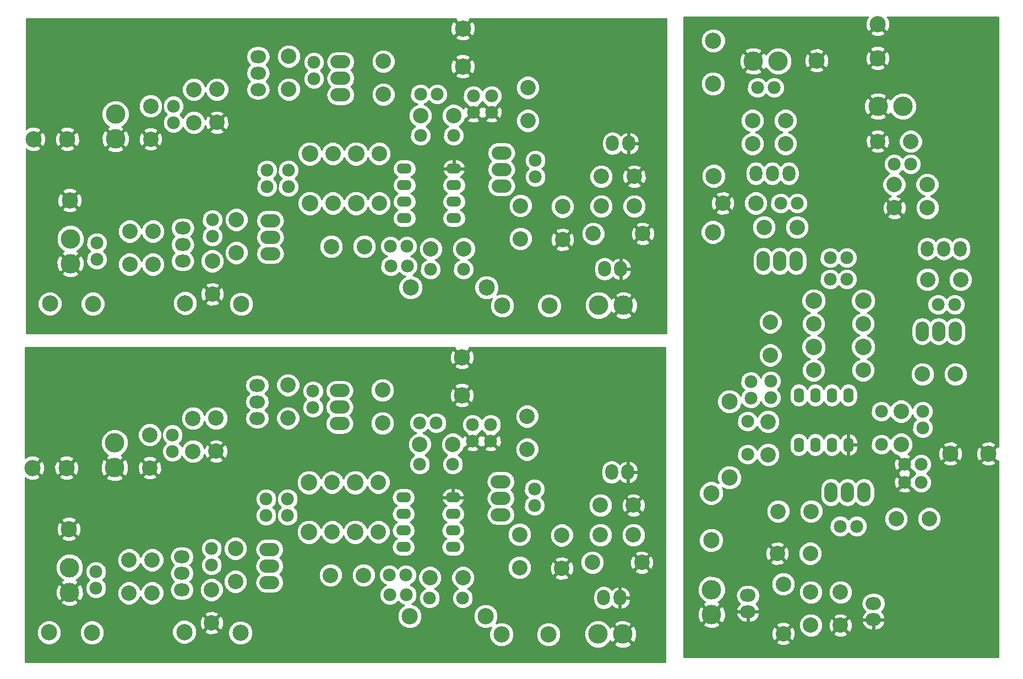
<source format=gbr>
G04 #@! TF.FileFunction,Copper,L1,Top,Signal*
%FSLAX46Y46*%
G04 Gerber Fmt 4.6, Leading zero omitted, Abs format (unit mm)*
G04 Created by KiCad (PCBNEW 4.0.4+e1-6308~48~ubuntu14.04.1-stable) date Fri Dec 16 09:43:29 2016*
%MOMM*%
%LPD*%
G01*
G04 APERTURE LIST*
%ADD10C,0.020000*%
%ADD11C,1.984375*%
%ADD12C,2.540000*%
%ADD13C,2.499360*%
%ADD14O,1.984375X2.381250*%
%ADD15C,2.381250*%
%ADD16C,2.999740*%
%ADD17O,2.381250X1.984375*%
%ADD18O,3.048000X2.032000*%
%ADD19O,2.300000X1.600000*%
%ADD20O,2.032000X3.048000*%
%ADD21O,1.600000X2.300000*%
%ADD22C,0.254000*%
G04 APERTURE END LIST*
D10*
D11*
X143129000Y-108966000D03*
X143129000Y-111506000D03*
X140081000Y-115062000D03*
X135001000Y-115062000D03*
X141605000Y-135636000D03*
X136525000Y-135636000D03*
X132969000Y-135128000D03*
X130429000Y-135128000D03*
X111379000Y-120396000D03*
X111379000Y-122936000D03*
D12*
X117983000Y-117856000D03*
X117983000Y-125476000D03*
X125095000Y-117856000D03*
D13*
X141503400Y-104444800D03*
X141503400Y-98602800D03*
X81051400Y-125018800D03*
X145161000Y-138430000D03*
X133477000Y-138430000D03*
X75463400Y-115620800D03*
X78003400Y-140919200D03*
X84607400Y-140944600D03*
X98806000Y-140843000D03*
X107442000Y-140970000D03*
X147574000Y-141224000D03*
D11*
X85217000Y-134112000D03*
X85217000Y-131572000D03*
D14*
X163296600Y-135585200D03*
X165796600Y-135585200D03*
D11*
X102997000Y-128016000D03*
X102997000Y-130556000D03*
D14*
X164515800Y-116281200D03*
X167015800Y-116281200D03*
D11*
X132892800Y-132080000D03*
X130352800Y-132080000D03*
X114681000Y-122936000D03*
X114681000Y-120396000D03*
X145923000Y-108966000D03*
X145923000Y-111506000D03*
X152654000Y-118872000D03*
X152654000Y-121412000D03*
X135001000Y-108712000D03*
X137541000Y-108712000D03*
X118592600Y-103809800D03*
X118592600Y-106349800D03*
X96989900Y-113080800D03*
X96989900Y-110540800D03*
D15*
X161544000Y-130149600D03*
X169164000Y-130149600D03*
X121539000Y-125476000D03*
X121539000Y-117856000D03*
X128651000Y-117856000D03*
X128651000Y-125476000D03*
D16*
X81153000Y-130937000D03*
X81153000Y-134747000D03*
X162407600Y-141173200D03*
X166217600Y-141173200D03*
X88087200Y-111772700D03*
X88087200Y-115582700D03*
D17*
X98425000Y-131826000D03*
X98425000Y-129286000D03*
X98425000Y-134366000D03*
X110007400Y-105460800D03*
X110007400Y-102920800D03*
X110007400Y-108000800D03*
D15*
X90297000Y-129794000D03*
X90297000Y-134874000D03*
X93853000Y-129794000D03*
X93853000Y-134874000D03*
X102997000Y-134366000D03*
X102997000Y-139446000D03*
X167868600Y-125933200D03*
X162788600Y-125933200D03*
X162788600Y-121361200D03*
X167868600Y-121361200D03*
X106680000Y-128016000D03*
X106680000Y-133096000D03*
X136575800Y-132486400D03*
X141655800Y-132486400D03*
X126365000Y-132130800D03*
X121285000Y-132130800D03*
X140081000Y-112014000D03*
X135001000Y-112014000D03*
X151511000Y-107696000D03*
X151511000Y-112776000D03*
X156845000Y-125984000D03*
X156845000Y-131064000D03*
X150368000Y-130937000D03*
X150368000Y-125857000D03*
X129273300Y-103670100D03*
X129273300Y-108750100D03*
X114744500Y-107962700D03*
X114744500Y-102882700D03*
X103695500Y-113068100D03*
X103695500Y-107988100D03*
X100126800Y-108013500D03*
X100126800Y-113093500D03*
X93497400Y-115633500D03*
X93497400Y-110553500D03*
D18*
X111887000Y-130683000D03*
X111887000Y-128143000D03*
X111887000Y-133223000D03*
X147447000Y-120269000D03*
X147447000Y-117729000D03*
X147447000Y-122809000D03*
X122694700Y-106260900D03*
X122694700Y-108800900D03*
X122694700Y-103720900D03*
D19*
X140131800Y-127762000D03*
X140131800Y-125222000D03*
X140131800Y-122682000D03*
X140131800Y-120142000D03*
X132511800Y-120142000D03*
X132511800Y-122682000D03*
X132511800Y-125222000D03*
X132511800Y-127762000D03*
D13*
X154813000Y-141224000D03*
X80695800Y-115620800D03*
D12*
X125095000Y-125476000D03*
X125222000Y-74930000D03*
D13*
X80822800Y-65074800D03*
X154940000Y-90678000D03*
D19*
X140258800Y-77216000D03*
X140258800Y-74676000D03*
X140258800Y-72136000D03*
X140258800Y-69596000D03*
X132638800Y-69596000D03*
X132638800Y-72136000D03*
X132638800Y-74676000D03*
X132638800Y-77216000D03*
D18*
X122821700Y-55714900D03*
X122821700Y-58254900D03*
X122821700Y-53174900D03*
X147574000Y-69723000D03*
X147574000Y-67183000D03*
X147574000Y-72263000D03*
X112014000Y-80137000D03*
X112014000Y-77597000D03*
X112014000Y-82677000D03*
D15*
X93624400Y-65087500D03*
X93624400Y-60007500D03*
X100253800Y-57467500D03*
X100253800Y-62547500D03*
X103822500Y-62522100D03*
X103822500Y-57442100D03*
X114871500Y-57416700D03*
X114871500Y-52336700D03*
X129400300Y-53124100D03*
X129400300Y-58204100D03*
X150495000Y-80391000D03*
X150495000Y-75311000D03*
X156972000Y-75438000D03*
X156972000Y-80518000D03*
X151638000Y-57150000D03*
X151638000Y-62230000D03*
X140208000Y-61468000D03*
X135128000Y-61468000D03*
X126492000Y-81584800D03*
X121412000Y-81584800D03*
X136702800Y-81940400D03*
X141782800Y-81940400D03*
X106807000Y-77470000D03*
X106807000Y-82550000D03*
X162915600Y-70815200D03*
X167995600Y-70815200D03*
X167995600Y-75387200D03*
X162915600Y-75387200D03*
X103124000Y-83820000D03*
X103124000Y-88900000D03*
X93980000Y-79248000D03*
X93980000Y-84328000D03*
X90424000Y-79248000D03*
X90424000Y-84328000D03*
D17*
X110134400Y-54914800D03*
X110134400Y-52374800D03*
X110134400Y-57454800D03*
X98552000Y-81280000D03*
X98552000Y-78740000D03*
X98552000Y-83820000D03*
D16*
X88214200Y-61226700D03*
X88214200Y-65036700D03*
X162534600Y-90627200D03*
X166344600Y-90627200D03*
X81280000Y-80391000D03*
X81280000Y-84201000D03*
D15*
X128778000Y-67310000D03*
X128778000Y-74930000D03*
X121666000Y-74930000D03*
X121666000Y-67310000D03*
X161671000Y-79603600D03*
X169291000Y-79603600D03*
D11*
X97116900Y-62534800D03*
X97116900Y-59994800D03*
X118719600Y-53263800D03*
X118719600Y-55803800D03*
X135128000Y-58166000D03*
X137668000Y-58166000D03*
X152781000Y-68326000D03*
X152781000Y-70866000D03*
X146050000Y-58420000D03*
X146050000Y-60960000D03*
X114808000Y-72390000D03*
X114808000Y-69850000D03*
X133019800Y-81534000D03*
X130479800Y-81534000D03*
D14*
X164642800Y-65735200D03*
X167142800Y-65735200D03*
D11*
X103124000Y-77470000D03*
X103124000Y-80010000D03*
D14*
X163423600Y-85039200D03*
X165923600Y-85039200D03*
D11*
X85344000Y-83566000D03*
X85344000Y-81026000D03*
D13*
X147701000Y-90678000D03*
X107569000Y-90424000D03*
X98933000Y-90297000D03*
X84734400Y-90398600D03*
X78130400Y-90373200D03*
X75590400Y-65074800D03*
X133604000Y-87884000D03*
X145288000Y-87884000D03*
X81178400Y-74472800D03*
X141630400Y-48056800D03*
X141630400Y-53898800D03*
D12*
X125222000Y-67310000D03*
X118110000Y-74930000D03*
X118110000Y-67310000D03*
D11*
X111506000Y-72390000D03*
X111506000Y-69850000D03*
X130556000Y-84582000D03*
X133096000Y-84582000D03*
X136652000Y-85090000D03*
X141732000Y-85090000D03*
X135128000Y-64516000D03*
X140208000Y-64516000D03*
X143256000Y-60960000D03*
X143256000Y-58420000D03*
X212090000Y-115062000D03*
X209550000Y-115062000D03*
X205994000Y-112014000D03*
X205994000Y-106934000D03*
X185420000Y-113538000D03*
X185420000Y-108458000D03*
X185928000Y-104902000D03*
X185928000Y-102362000D03*
X200660000Y-83312000D03*
X198120000Y-83312000D03*
D12*
X203200000Y-89916000D03*
X195580000Y-89916000D03*
X203200000Y-97028000D03*
D13*
X216611200Y-113436400D03*
X222453200Y-113436400D03*
X196037200Y-52984400D03*
X182626000Y-117094000D03*
X182626000Y-105410000D03*
X205435200Y-47396400D03*
X180136800Y-49936400D03*
X180111400Y-56540400D03*
X180213000Y-70739000D03*
X180086000Y-79375000D03*
X179832000Y-119507000D03*
D11*
X186944000Y-57150000D03*
X189484000Y-57150000D03*
D17*
X185470800Y-135229600D03*
X185470800Y-137729600D03*
D11*
X193040000Y-74930000D03*
X190500000Y-74930000D03*
D17*
X204774800Y-136448800D03*
X204774800Y-138948800D03*
D11*
X188976000Y-104825800D03*
X188976000Y-102285800D03*
X198120000Y-86614000D03*
X200660000Y-86614000D03*
X212090000Y-117856000D03*
X209550000Y-117856000D03*
X202184000Y-124587000D03*
X199644000Y-124587000D03*
X212344000Y-106934000D03*
X212344000Y-109474000D03*
X217246200Y-90525600D03*
X214706200Y-90525600D03*
X207975200Y-68922900D03*
X210515200Y-68922900D03*
D15*
X190906400Y-133477000D03*
X190906400Y-141097000D03*
X195580000Y-93472000D03*
X203200000Y-93472000D03*
X203200000Y-100584000D03*
X195580000Y-100584000D03*
D16*
X190119000Y-53086000D03*
X186309000Y-53086000D03*
X179882800Y-134340600D03*
X179882800Y-138150600D03*
X209283300Y-60020200D03*
X205473300Y-60020200D03*
D14*
X189230000Y-70358000D03*
X191770000Y-70358000D03*
X186690000Y-70358000D03*
X215595200Y-81940400D03*
X218135200Y-81940400D03*
X213055200Y-81940400D03*
D15*
X191262000Y-62230000D03*
X186182000Y-62230000D03*
X191262000Y-65786000D03*
X186182000Y-65786000D03*
X186690000Y-74930000D03*
X181610000Y-74930000D03*
X195122800Y-139801600D03*
X195122800Y-134721600D03*
X199694800Y-134721600D03*
X199694800Y-139801600D03*
X193040000Y-78613000D03*
X187960000Y-78613000D03*
X188569600Y-108508800D03*
X188569600Y-113588800D03*
X188925200Y-98298000D03*
X188925200Y-93218000D03*
X209042000Y-112014000D03*
X209042000Y-106934000D03*
X213360000Y-123444000D03*
X208280000Y-123444000D03*
X195072000Y-128778000D03*
X189992000Y-128778000D03*
X190119000Y-122301000D03*
X195199000Y-122301000D03*
X217385900Y-101206300D03*
X212305900Y-101206300D03*
X213093300Y-86677500D03*
X218173300Y-86677500D03*
X207987900Y-75628500D03*
X213067900Y-75628500D03*
X213042500Y-72059800D03*
X207962500Y-72059800D03*
X205422500Y-65430400D03*
X210502500Y-65430400D03*
D20*
X190373000Y-83820000D03*
X192913000Y-83820000D03*
X187833000Y-83820000D03*
X200787000Y-119380000D03*
X203327000Y-119380000D03*
X198247000Y-119380000D03*
X214795100Y-94627700D03*
X212255100Y-94627700D03*
X217335100Y-94627700D03*
D21*
X193294000Y-112064800D03*
X195834000Y-112064800D03*
X198374000Y-112064800D03*
X200914000Y-112064800D03*
X200914000Y-104444800D03*
X198374000Y-104444800D03*
X195834000Y-104444800D03*
X193294000Y-104444800D03*
D13*
X179832000Y-126746000D03*
X205435200Y-52628800D03*
D12*
X195580000Y-97028000D03*
D22*
G36*
X203809341Y-46372125D02*
X203541129Y-47072283D01*
X203561272Y-47821784D01*
X203809341Y-48420675D01*
X204102111Y-48549883D01*
X205255595Y-47396400D01*
X205241452Y-47382258D01*
X205421058Y-47202652D01*
X205435200Y-47216795D01*
X205449342Y-47202652D01*
X205628948Y-47382258D01*
X205614805Y-47396400D01*
X206768289Y-48549883D01*
X207061059Y-48420675D01*
X207329271Y-47720517D01*
X207309128Y-46971016D01*
X207061059Y-46372125D01*
X206904430Y-46303000D01*
X223953000Y-46303000D01*
X223953000Y-112356491D01*
X223786289Y-112282917D01*
X222632805Y-113436400D01*
X223786289Y-114589883D01*
X223953000Y-114516309D01*
X223953000Y-144705000D01*
X175589000Y-144705000D01*
X175589000Y-142387398D01*
X189795607Y-142387398D01*
X189917597Y-142674036D01*
X190596371Y-142932390D01*
X191322344Y-142911322D01*
X191895203Y-142674036D01*
X192017193Y-142387398D01*
X190906400Y-141276605D01*
X189795607Y-142387398D01*
X175589000Y-142387398D01*
X175589000Y-140786971D01*
X189071010Y-140786971D01*
X189092078Y-141512944D01*
X189329364Y-142085803D01*
X189616002Y-142207793D01*
X190726795Y-141097000D01*
X191086005Y-141097000D01*
X192196798Y-142207793D01*
X192483436Y-142085803D01*
X192741790Y-141407029D01*
X192720722Y-140681056D01*
X192506197Y-140163146D01*
X193296859Y-140163146D01*
X193574208Y-140834382D01*
X194087316Y-141348387D01*
X194758068Y-141626907D01*
X195484346Y-141627541D01*
X196155582Y-141350192D01*
X196414227Y-141091998D01*
X198584007Y-141091998D01*
X198705997Y-141378636D01*
X199384771Y-141636990D01*
X200110744Y-141615922D01*
X200683603Y-141378636D01*
X200805593Y-141091998D01*
X199694800Y-139981205D01*
X198584007Y-141091998D01*
X196414227Y-141091998D01*
X196669587Y-140837084D01*
X196948107Y-140166332D01*
X196948696Y-139491571D01*
X197859410Y-139491571D01*
X197880478Y-140217544D01*
X198117764Y-140790403D01*
X198404402Y-140912393D01*
X199515195Y-139801600D01*
X199874405Y-139801600D01*
X200985198Y-140912393D01*
X201271836Y-140790403D01*
X201530190Y-140111629D01*
X201509122Y-139385656D01*
X201485244Y-139328008D01*
X202993978Y-139328008D01*
X203008107Y-139398773D01*
X203299680Y-139964666D01*
X203785617Y-140375903D01*
X204391937Y-140569876D01*
X204647800Y-140420018D01*
X204647800Y-139075800D01*
X204901800Y-139075800D01*
X204901800Y-140420018D01*
X205157663Y-140569876D01*
X205763983Y-140375903D01*
X206249920Y-139964666D01*
X206541493Y-139398773D01*
X206555622Y-139328008D01*
X206436173Y-139075800D01*
X204901800Y-139075800D01*
X204647800Y-139075800D01*
X203113427Y-139075800D01*
X202993978Y-139328008D01*
X201485244Y-139328008D01*
X201271836Y-138812797D01*
X200985198Y-138690807D01*
X199874405Y-139801600D01*
X199515195Y-139801600D01*
X198404402Y-138690807D01*
X198117764Y-138812797D01*
X197859410Y-139491571D01*
X196948696Y-139491571D01*
X196948741Y-139440054D01*
X196671392Y-138768818D01*
X196414226Y-138511202D01*
X198584007Y-138511202D01*
X199694800Y-139621995D01*
X200805593Y-138511202D01*
X200683603Y-138224564D01*
X200004829Y-137966210D01*
X199278856Y-137987278D01*
X198705997Y-138224564D01*
X198584007Y-138511202D01*
X196414226Y-138511202D01*
X196158284Y-138254813D01*
X195487532Y-137976293D01*
X194761254Y-137975659D01*
X194090018Y-138253008D01*
X193576013Y-138766116D01*
X193297493Y-139436868D01*
X193296859Y-140163146D01*
X192506197Y-140163146D01*
X192483436Y-140108197D01*
X192196798Y-139986207D01*
X191086005Y-141097000D01*
X190726795Y-141097000D01*
X189616002Y-139986207D01*
X189329364Y-140108197D01*
X189071010Y-140786971D01*
X175589000Y-140786971D01*
X175589000Y-139664477D01*
X178548528Y-139664477D01*
X178708295Y-139983232D01*
X179499017Y-140293195D01*
X180348166Y-140276967D01*
X181057305Y-139983232D01*
X181145835Y-139806602D01*
X189795607Y-139806602D01*
X190906400Y-140917395D01*
X192017193Y-139806602D01*
X191895203Y-139519964D01*
X191216429Y-139261610D01*
X190490456Y-139282678D01*
X189917597Y-139519964D01*
X189795607Y-139806602D01*
X181145835Y-139806602D01*
X181217072Y-139664477D01*
X179882800Y-138330205D01*
X178548528Y-139664477D01*
X175589000Y-139664477D01*
X175589000Y-137766817D01*
X177740205Y-137766817D01*
X177756433Y-138615966D01*
X178050168Y-139325105D01*
X178368923Y-139484872D01*
X179703195Y-138150600D01*
X180062405Y-138150600D01*
X181396677Y-139484872D01*
X181715432Y-139325105D01*
X182025395Y-138534383D01*
X182017262Y-138108808D01*
X183689978Y-138108808D01*
X183704107Y-138179573D01*
X183995680Y-138745466D01*
X184481617Y-139156703D01*
X185087937Y-139350676D01*
X185343800Y-139200818D01*
X185343800Y-137856600D01*
X185597800Y-137856600D01*
X185597800Y-139200818D01*
X185853663Y-139350676D01*
X186459983Y-139156703D01*
X186945920Y-138745466D01*
X187237493Y-138179573D01*
X187251622Y-138108808D01*
X187132173Y-137856600D01*
X185597800Y-137856600D01*
X185343800Y-137856600D01*
X183809427Y-137856600D01*
X183689978Y-138108808D01*
X182017262Y-138108808D01*
X182009167Y-137685234D01*
X181715432Y-136976095D01*
X181396677Y-136816328D01*
X180062405Y-138150600D01*
X179703195Y-138150600D01*
X178368923Y-136816328D01*
X178050168Y-136976095D01*
X177740205Y-137766817D01*
X175589000Y-137766817D01*
X175589000Y-134763389D01*
X177747560Y-134763389D01*
X178071890Y-135548327D01*
X178671914Y-136149400D01*
X178893311Y-136241332D01*
X178708295Y-136317968D01*
X178548528Y-136636723D01*
X179882800Y-137970995D01*
X181217072Y-136636723D01*
X181057305Y-136317968D01*
X180867622Y-136243612D01*
X181090527Y-136151510D01*
X181691600Y-135551486D01*
X181825258Y-135229600D01*
X183609409Y-135229600D01*
X183733271Y-135852298D01*
X184086001Y-136380195D01*
X184255767Y-136493629D01*
X183995680Y-136713734D01*
X183704107Y-137279627D01*
X183689978Y-137350392D01*
X183809427Y-137602600D01*
X185343800Y-137602600D01*
X185343800Y-137582600D01*
X185597800Y-137582600D01*
X185597800Y-137602600D01*
X187132173Y-137602600D01*
X187251622Y-137350392D01*
X187237493Y-137279627D01*
X186945920Y-136713734D01*
X186685833Y-136493629D01*
X186855599Y-136380195D01*
X187208329Y-135852298D01*
X187332191Y-135229600D01*
X187208329Y-134606902D01*
X186855599Y-134079005D01*
X186495728Y-133838546D01*
X189080459Y-133838546D01*
X189357808Y-134509782D01*
X189870916Y-135023787D01*
X190541668Y-135302307D01*
X191267946Y-135302941D01*
X191799890Y-135083146D01*
X193296859Y-135083146D01*
X193574208Y-135754382D01*
X194087316Y-136268387D01*
X194758068Y-136546907D01*
X195484346Y-136547541D01*
X196155582Y-136270192D01*
X196669587Y-135757084D01*
X196948107Y-135086332D01*
X196948109Y-135083146D01*
X197868859Y-135083146D01*
X198146208Y-135754382D01*
X198659316Y-136268387D01*
X199330068Y-136546907D01*
X200056346Y-136547541D01*
X200295317Y-136448800D01*
X202913409Y-136448800D01*
X203037271Y-137071498D01*
X203390001Y-137599395D01*
X203559767Y-137712829D01*
X203299680Y-137932934D01*
X203008107Y-138498827D01*
X202993978Y-138569592D01*
X203113427Y-138821800D01*
X204647800Y-138821800D01*
X204647800Y-138801800D01*
X204901800Y-138801800D01*
X204901800Y-138821800D01*
X206436173Y-138821800D01*
X206555622Y-138569592D01*
X206541493Y-138498827D01*
X206249920Y-137932934D01*
X205989833Y-137712829D01*
X206159599Y-137599395D01*
X206512329Y-137071498D01*
X206636191Y-136448800D01*
X206512329Y-135826102D01*
X206159599Y-135298205D01*
X205631702Y-134945475D01*
X205009004Y-134821613D01*
X204540596Y-134821613D01*
X203917898Y-134945475D01*
X203390001Y-135298205D01*
X203037271Y-135826102D01*
X202913409Y-136448800D01*
X200295317Y-136448800D01*
X200727582Y-136270192D01*
X201241587Y-135757084D01*
X201520107Y-135086332D01*
X201520741Y-134360054D01*
X201243392Y-133688818D01*
X200730284Y-133174813D01*
X200059532Y-132896293D01*
X199333254Y-132895659D01*
X198662018Y-133173008D01*
X198148013Y-133686116D01*
X197869493Y-134356868D01*
X197868859Y-135083146D01*
X196948109Y-135083146D01*
X196948741Y-134360054D01*
X196671392Y-133688818D01*
X196158284Y-133174813D01*
X195487532Y-132896293D01*
X194761254Y-132895659D01*
X194090018Y-133173008D01*
X193576013Y-133686116D01*
X193297493Y-134356868D01*
X193296859Y-135083146D01*
X191799890Y-135083146D01*
X191939182Y-135025592D01*
X192453187Y-134512484D01*
X192731707Y-133841732D01*
X192732341Y-133115454D01*
X192454992Y-132444218D01*
X191941884Y-131930213D01*
X191271132Y-131651693D01*
X190544854Y-131651059D01*
X189873618Y-131928408D01*
X189359613Y-132441516D01*
X189081093Y-133112268D01*
X189080459Y-133838546D01*
X186495728Y-133838546D01*
X186327702Y-133726275D01*
X185705004Y-133602413D01*
X185236596Y-133602413D01*
X184613898Y-133726275D01*
X184086001Y-134079005D01*
X183733271Y-134606902D01*
X183609409Y-135229600D01*
X181825258Y-135229600D01*
X182017299Y-134767115D01*
X182018040Y-133917811D01*
X181693710Y-133132873D01*
X181093686Y-132531800D01*
X180309315Y-132206101D01*
X179460011Y-132205360D01*
X178675073Y-132529690D01*
X178074000Y-133129714D01*
X177748301Y-133914085D01*
X177747560Y-134763389D01*
X175589000Y-134763389D01*
X175589000Y-130068398D01*
X188881207Y-130068398D01*
X189003197Y-130355036D01*
X189681971Y-130613390D01*
X190407944Y-130592322D01*
X190980803Y-130355036D01*
X191102793Y-130068398D01*
X189992000Y-128957605D01*
X188881207Y-130068398D01*
X175589000Y-130068398D01*
X175589000Y-127119241D01*
X177946994Y-127119241D01*
X178233314Y-127812191D01*
X178763021Y-128342822D01*
X179455469Y-128630352D01*
X180205241Y-128631006D01*
X180599817Y-128467971D01*
X188156610Y-128467971D01*
X188177678Y-129193944D01*
X188414964Y-129766803D01*
X188701602Y-129888793D01*
X189812395Y-128778000D01*
X190171605Y-128778000D01*
X191282398Y-129888793D01*
X191569036Y-129766803D01*
X191807781Y-129139546D01*
X193246059Y-129139546D01*
X193523408Y-129810782D01*
X194036516Y-130324787D01*
X194707268Y-130603307D01*
X195433546Y-130603941D01*
X196104782Y-130326592D01*
X196618787Y-129813484D01*
X196897307Y-129142732D01*
X196897941Y-128416454D01*
X196620592Y-127745218D01*
X196107484Y-127231213D01*
X195436732Y-126952693D01*
X194710454Y-126952059D01*
X194039218Y-127229408D01*
X193525213Y-127742516D01*
X193246693Y-128413268D01*
X193246059Y-129139546D01*
X191807781Y-129139546D01*
X191827390Y-129088029D01*
X191806322Y-128362056D01*
X191569036Y-127789197D01*
X191282398Y-127667207D01*
X190171605Y-128778000D01*
X189812395Y-128778000D01*
X188701602Y-127667207D01*
X188414964Y-127789197D01*
X188156610Y-128467971D01*
X180599817Y-128467971D01*
X180898191Y-128344686D01*
X181428822Y-127814979D01*
X181564761Y-127487602D01*
X188881207Y-127487602D01*
X189992000Y-128598395D01*
X191102793Y-127487602D01*
X190980803Y-127200964D01*
X190302029Y-126942610D01*
X189576056Y-126963678D01*
X189003197Y-127200964D01*
X188881207Y-127487602D01*
X181564761Y-127487602D01*
X181716352Y-127122531D01*
X181717006Y-126372759D01*
X181430686Y-125679809D01*
X180900979Y-125149178D01*
X180323162Y-124909247D01*
X198016532Y-124909247D01*
X198263734Y-125507523D01*
X198721069Y-125965657D01*
X199318913Y-126213903D01*
X199966247Y-126214468D01*
X200564523Y-125967266D01*
X200914208Y-125618190D01*
X201261069Y-125965657D01*
X201858913Y-126213903D01*
X202506247Y-126214468D01*
X203104523Y-125967266D01*
X203562657Y-125509931D01*
X203810903Y-124912087D01*
X203811468Y-124264753D01*
X203621728Y-123805546D01*
X206454059Y-123805546D01*
X206731408Y-124476782D01*
X207244516Y-124990787D01*
X207915268Y-125269307D01*
X208641546Y-125269941D01*
X209312782Y-124992592D01*
X209826787Y-124479484D01*
X210105307Y-123808732D01*
X210105309Y-123805546D01*
X211534059Y-123805546D01*
X211811408Y-124476782D01*
X212324516Y-124990787D01*
X212995268Y-125269307D01*
X213721546Y-125269941D01*
X214392782Y-124992592D01*
X214906787Y-124479484D01*
X215185307Y-123808732D01*
X215185941Y-123082454D01*
X214908592Y-122411218D01*
X214395484Y-121897213D01*
X213724732Y-121618693D01*
X212998454Y-121618059D01*
X212327218Y-121895408D01*
X211813213Y-122408516D01*
X211534693Y-123079268D01*
X211534059Y-123805546D01*
X210105309Y-123805546D01*
X210105941Y-123082454D01*
X209828592Y-122411218D01*
X209315484Y-121897213D01*
X208644732Y-121618693D01*
X207918454Y-121618059D01*
X207247218Y-121895408D01*
X206733213Y-122408516D01*
X206454693Y-123079268D01*
X206454059Y-123805546D01*
X203621728Y-123805546D01*
X203564266Y-123666477D01*
X203106931Y-123208343D01*
X202509087Y-122960097D01*
X201861753Y-122959532D01*
X201263477Y-123206734D01*
X200913792Y-123555810D01*
X200566931Y-123208343D01*
X199969087Y-122960097D01*
X199321753Y-122959532D01*
X198723477Y-123206734D01*
X198265343Y-123664069D01*
X198017097Y-124261913D01*
X198016532Y-124909247D01*
X180323162Y-124909247D01*
X180208531Y-124861648D01*
X179458759Y-124860994D01*
X178765809Y-125147314D01*
X178235178Y-125677021D01*
X177947648Y-126369469D01*
X177946994Y-127119241D01*
X175589000Y-127119241D01*
X175589000Y-122662546D01*
X188293059Y-122662546D01*
X188570408Y-123333782D01*
X189083516Y-123847787D01*
X189754268Y-124126307D01*
X190480546Y-124126941D01*
X191151782Y-123849592D01*
X191665787Y-123336484D01*
X191944307Y-122665732D01*
X191944309Y-122662546D01*
X193373059Y-122662546D01*
X193650408Y-123333782D01*
X194163516Y-123847787D01*
X194834268Y-124126307D01*
X195560546Y-124126941D01*
X196231782Y-123849592D01*
X196745787Y-123336484D01*
X197024307Y-122665732D01*
X197024941Y-121939454D01*
X196747592Y-121268218D01*
X196234484Y-120754213D01*
X195563732Y-120475693D01*
X194837454Y-120475059D01*
X194166218Y-120752408D01*
X193652213Y-121265516D01*
X193373693Y-121936268D01*
X193373059Y-122662546D01*
X191944309Y-122662546D01*
X191944941Y-121939454D01*
X191667592Y-121268218D01*
X191154484Y-120754213D01*
X190483732Y-120475693D01*
X189757454Y-120475059D01*
X189086218Y-120752408D01*
X188572213Y-121265516D01*
X188293693Y-121936268D01*
X188293059Y-122662546D01*
X175589000Y-122662546D01*
X175589000Y-119880241D01*
X177946994Y-119880241D01*
X178233314Y-120573191D01*
X178763021Y-121103822D01*
X179455469Y-121391352D01*
X180205241Y-121392006D01*
X180898191Y-121105686D01*
X181428822Y-120575979D01*
X181716352Y-119883531D01*
X181717006Y-119133759D01*
X181517723Y-118651455D01*
X181557021Y-118690822D01*
X182249469Y-118978352D01*
X182999241Y-118979006D01*
X183360583Y-118829703D01*
X196596000Y-118829703D01*
X196596000Y-119930297D01*
X196721675Y-120562107D01*
X197079567Y-121097730D01*
X197615190Y-121455622D01*
X198247000Y-121581297D01*
X198878810Y-121455622D01*
X199414433Y-121097730D01*
X199517000Y-120944228D01*
X199619567Y-121097730D01*
X200155190Y-121455622D01*
X200787000Y-121581297D01*
X201418810Y-121455622D01*
X201954433Y-121097730D01*
X202057000Y-120944228D01*
X202159567Y-121097730D01*
X202695190Y-121455622D01*
X203327000Y-121581297D01*
X203958810Y-121455622D01*
X204494433Y-121097730D01*
X204852325Y-120562107D01*
X204978000Y-119930297D01*
X204978000Y-119002878D01*
X208582727Y-119002878D01*
X208680433Y-119268922D01*
X209287326Y-119494139D01*
X209934210Y-119469965D01*
X210419567Y-119268922D01*
X210517273Y-119002878D01*
X209550000Y-118035605D01*
X208582727Y-119002878D01*
X204978000Y-119002878D01*
X204978000Y-118829703D01*
X204852325Y-118197893D01*
X204494433Y-117662270D01*
X204391252Y-117593326D01*
X207911861Y-117593326D01*
X207936035Y-118240210D01*
X208137078Y-118725567D01*
X208403122Y-118823273D01*
X209370395Y-117856000D01*
X208403122Y-116888727D01*
X208137078Y-116986433D01*
X207911861Y-117593326D01*
X204391252Y-117593326D01*
X203958810Y-117304378D01*
X203327000Y-117178703D01*
X202695190Y-117304378D01*
X202159567Y-117662270D01*
X202057000Y-117815772D01*
X201954433Y-117662270D01*
X201418810Y-117304378D01*
X200787000Y-117178703D01*
X200155190Y-117304378D01*
X199619567Y-117662270D01*
X199517000Y-117815772D01*
X199414433Y-117662270D01*
X198878810Y-117304378D01*
X198247000Y-117178703D01*
X197615190Y-117304378D01*
X197079567Y-117662270D01*
X196721675Y-118197893D01*
X196596000Y-118829703D01*
X183360583Y-118829703D01*
X183692191Y-118692686D01*
X184222822Y-118162979D01*
X184510352Y-117470531D01*
X184511006Y-116720759D01*
X184299502Y-116208878D01*
X208582727Y-116208878D01*
X208674586Y-116459000D01*
X208582727Y-116709122D01*
X209550000Y-117676395D01*
X210517273Y-116709122D01*
X210425414Y-116459000D01*
X210517273Y-116208878D01*
X209550000Y-115241605D01*
X208582727Y-116208878D01*
X184299502Y-116208878D01*
X184224686Y-116027809D01*
X183694979Y-115497178D01*
X183002531Y-115209648D01*
X182252759Y-115208994D01*
X181559809Y-115495314D01*
X181029178Y-116025021D01*
X180741648Y-116717469D01*
X180740994Y-117467241D01*
X180940277Y-117949545D01*
X180900979Y-117910178D01*
X180208531Y-117622648D01*
X179458759Y-117621994D01*
X178765809Y-117908314D01*
X178235178Y-118438021D01*
X177947648Y-119130469D01*
X177946994Y-119880241D01*
X175589000Y-119880241D01*
X175589000Y-113860247D01*
X183792532Y-113860247D01*
X184039734Y-114458523D01*
X184497069Y-114916657D01*
X185094913Y-115164903D01*
X185742247Y-115165468D01*
X186340523Y-114918266D01*
X186798657Y-114460931D01*
X186876835Y-114272657D01*
X187021008Y-114621582D01*
X187534116Y-115135587D01*
X188204868Y-115414107D01*
X188931146Y-115414741D01*
X189602382Y-115137392D01*
X189941038Y-114799326D01*
X207911861Y-114799326D01*
X207936035Y-115446210D01*
X208137078Y-115931567D01*
X208403122Y-116029273D01*
X209370395Y-115062000D01*
X209729605Y-115062000D01*
X210696878Y-116029273D01*
X210740434Y-116013277D01*
X211167069Y-116440657D01*
X211210612Y-116458738D01*
X211169477Y-116475734D01*
X210739925Y-116904536D01*
X210696878Y-116888727D01*
X209729605Y-117856000D01*
X210696878Y-118823273D01*
X210740434Y-118807277D01*
X211167069Y-119234657D01*
X211764913Y-119482903D01*
X212412247Y-119483468D01*
X213010523Y-119236266D01*
X213468657Y-118778931D01*
X213716903Y-118181087D01*
X213717468Y-117533753D01*
X213470266Y-116935477D01*
X213012931Y-116477343D01*
X212969388Y-116459262D01*
X213010523Y-116442266D01*
X213468657Y-115984931D01*
X213716903Y-115387087D01*
X213717442Y-114769489D01*
X215457717Y-114769489D01*
X215586925Y-115062259D01*
X216287083Y-115330471D01*
X217036584Y-115310328D01*
X217635475Y-115062259D01*
X217764683Y-114769489D01*
X221299717Y-114769489D01*
X221428925Y-115062259D01*
X222129083Y-115330471D01*
X222878584Y-115310328D01*
X223477475Y-115062259D01*
X223606683Y-114769489D01*
X222453200Y-113616005D01*
X221299717Y-114769489D01*
X217764683Y-114769489D01*
X216611200Y-113616005D01*
X215457717Y-114769489D01*
X213717442Y-114769489D01*
X213717468Y-114739753D01*
X213470266Y-114141477D01*
X213012931Y-113683343D01*
X212415087Y-113435097D01*
X211767753Y-113434532D01*
X211169477Y-113681734D01*
X210739925Y-114110536D01*
X210696878Y-114094727D01*
X209729605Y-115062000D01*
X209370395Y-115062000D01*
X208403122Y-114094727D01*
X208137078Y-114192433D01*
X207911861Y-114799326D01*
X189941038Y-114799326D01*
X190116387Y-114624284D01*
X190394907Y-113953532D01*
X190395541Y-113227254D01*
X190118192Y-112556018D01*
X189605084Y-112042013D01*
X188934332Y-111763493D01*
X188208054Y-111762859D01*
X187536818Y-112040208D01*
X187022813Y-112553316D01*
X186897977Y-112853956D01*
X186800266Y-112617477D01*
X186342931Y-112159343D01*
X185745087Y-111911097D01*
X185097753Y-111910532D01*
X184499477Y-112157734D01*
X184041343Y-112615069D01*
X183793097Y-113212913D01*
X183792532Y-113860247D01*
X175589000Y-113860247D01*
X175589000Y-111679830D01*
X191859000Y-111679830D01*
X191859000Y-112449770D01*
X191968233Y-112998921D01*
X192279302Y-113464468D01*
X192744849Y-113775537D01*
X193294000Y-113884770D01*
X193843151Y-113775537D01*
X194308698Y-113464468D01*
X194564000Y-113082382D01*
X194819302Y-113464468D01*
X195284849Y-113775537D01*
X195834000Y-113884770D01*
X196383151Y-113775537D01*
X196848698Y-113464468D01*
X197104000Y-113082382D01*
X197359302Y-113464468D01*
X197824849Y-113775537D01*
X198374000Y-113884770D01*
X198923151Y-113775537D01*
X199388698Y-113464468D01*
X199641149Y-113086649D01*
X199989104Y-113519300D01*
X200482181Y-113789167D01*
X200564961Y-113806704D01*
X200787000Y-113684715D01*
X200787000Y-112191800D01*
X201041000Y-112191800D01*
X201041000Y-113684715D01*
X201263039Y-113806704D01*
X201345819Y-113789167D01*
X201838896Y-113519300D01*
X202191166Y-113081283D01*
X202349000Y-112541800D01*
X202349000Y-112336247D01*
X204366532Y-112336247D01*
X204613734Y-112934523D01*
X205071069Y-113392657D01*
X205668913Y-113640903D01*
X206316247Y-113641468D01*
X206914523Y-113394266D01*
X207372657Y-112936931D01*
X207410431Y-112845962D01*
X207493408Y-113046782D01*
X208006516Y-113560787D01*
X208619396Y-113815276D01*
X208582727Y-113915122D01*
X209550000Y-114882395D01*
X210517273Y-113915122D01*
X210419567Y-113649078D01*
X210105061Y-113532365D01*
X210525878Y-113112283D01*
X214717129Y-113112283D01*
X214737272Y-113861784D01*
X214985341Y-114460675D01*
X215278111Y-114589883D01*
X216431595Y-113436400D01*
X216790805Y-113436400D01*
X217944289Y-114589883D01*
X218237059Y-114460675D01*
X218505271Y-113760517D01*
X218487850Y-113112283D01*
X220559129Y-113112283D01*
X220579272Y-113861784D01*
X220827341Y-114460675D01*
X221120111Y-114589883D01*
X222273595Y-113436400D01*
X221120111Y-112282917D01*
X220827341Y-112412125D01*
X220559129Y-113112283D01*
X218487850Y-113112283D01*
X218485128Y-113011016D01*
X218237059Y-112412125D01*
X217944289Y-112282917D01*
X216790805Y-113436400D01*
X216431595Y-113436400D01*
X215278111Y-112282917D01*
X214985341Y-112412125D01*
X214717129Y-113112283D01*
X210525878Y-113112283D01*
X210588787Y-113049484D01*
X210867307Y-112378732D01*
X210867547Y-112103311D01*
X215457717Y-112103311D01*
X216611200Y-113256795D01*
X217764683Y-112103311D01*
X221299717Y-112103311D01*
X222453200Y-113256795D01*
X223606683Y-112103311D01*
X223477475Y-111810541D01*
X222777317Y-111542329D01*
X222027816Y-111562472D01*
X221428925Y-111810541D01*
X221299717Y-112103311D01*
X217764683Y-112103311D01*
X217635475Y-111810541D01*
X216935317Y-111542329D01*
X216185816Y-111562472D01*
X215586925Y-111810541D01*
X215457717Y-112103311D01*
X210867547Y-112103311D01*
X210867941Y-111652454D01*
X210590592Y-110981218D01*
X210077484Y-110467213D01*
X209406732Y-110188693D01*
X208680454Y-110188059D01*
X208009218Y-110465408D01*
X207495213Y-110978516D01*
X207410781Y-111181851D01*
X207374266Y-111093477D01*
X206916931Y-110635343D01*
X206319087Y-110387097D01*
X205671753Y-110386532D01*
X205073477Y-110633734D01*
X204615343Y-111091069D01*
X204367097Y-111688913D01*
X204366532Y-112336247D01*
X202349000Y-112336247D01*
X202349000Y-112191800D01*
X201041000Y-112191800D01*
X200787000Y-112191800D01*
X200767000Y-112191800D01*
X200767000Y-111937800D01*
X200787000Y-111937800D01*
X200787000Y-110444885D01*
X201041000Y-110444885D01*
X201041000Y-111937800D01*
X202349000Y-111937800D01*
X202349000Y-111587800D01*
X202191166Y-111048317D01*
X201838896Y-110610300D01*
X201345819Y-110340433D01*
X201263039Y-110322896D01*
X201041000Y-110444885D01*
X200787000Y-110444885D01*
X200564961Y-110322896D01*
X200482181Y-110340433D01*
X199989104Y-110610300D01*
X199641149Y-111042951D01*
X199388698Y-110665132D01*
X198923151Y-110354063D01*
X198374000Y-110244830D01*
X197824849Y-110354063D01*
X197359302Y-110665132D01*
X197104000Y-111047218D01*
X196848698Y-110665132D01*
X196383151Y-110354063D01*
X195834000Y-110244830D01*
X195284849Y-110354063D01*
X194819302Y-110665132D01*
X194564000Y-111047218D01*
X194308698Y-110665132D01*
X193843151Y-110354063D01*
X193294000Y-110244830D01*
X192744849Y-110354063D01*
X192279302Y-110665132D01*
X191968233Y-111130679D01*
X191859000Y-111679830D01*
X175589000Y-111679830D01*
X175589000Y-108780247D01*
X183792532Y-108780247D01*
X184039734Y-109378523D01*
X184497069Y-109836657D01*
X185094913Y-110084903D01*
X185742247Y-110085468D01*
X186340523Y-109838266D01*
X186798657Y-109380931D01*
X186876835Y-109192657D01*
X187021008Y-109541582D01*
X187534116Y-110055587D01*
X188204868Y-110334107D01*
X188931146Y-110334741D01*
X189602382Y-110057392D01*
X190116387Y-109544284D01*
X190394907Y-108873532D01*
X190395541Y-108147254D01*
X190118192Y-107476018D01*
X189898805Y-107256247D01*
X204366532Y-107256247D01*
X204613734Y-107854523D01*
X205071069Y-108312657D01*
X205668913Y-108560903D01*
X206316247Y-108561468D01*
X206914523Y-108314266D01*
X207372657Y-107856931D01*
X207410431Y-107765962D01*
X207493408Y-107966782D01*
X208006516Y-108480787D01*
X208677268Y-108759307D01*
X209403546Y-108759941D01*
X210074782Y-108482592D01*
X210588787Y-107969484D01*
X210800532Y-107459544D01*
X210963734Y-107854523D01*
X211312810Y-108204208D01*
X210965343Y-108551069D01*
X210717097Y-109148913D01*
X210716532Y-109796247D01*
X210963734Y-110394523D01*
X211421069Y-110852657D01*
X212018913Y-111100903D01*
X212666247Y-111101468D01*
X213264523Y-110854266D01*
X213722657Y-110396931D01*
X213970903Y-109799087D01*
X213971468Y-109151753D01*
X213724266Y-108553477D01*
X213375190Y-108203792D01*
X213722657Y-107856931D01*
X213970903Y-107259087D01*
X213971468Y-106611753D01*
X213724266Y-106013477D01*
X213266931Y-105555343D01*
X212669087Y-105307097D01*
X212021753Y-105306532D01*
X211423477Y-105553734D01*
X210965343Y-106011069D01*
X210800256Y-106408644D01*
X210590592Y-105901218D01*
X210077484Y-105387213D01*
X209406732Y-105108693D01*
X208680454Y-105108059D01*
X208009218Y-105385408D01*
X207495213Y-105898516D01*
X207410781Y-106101851D01*
X207374266Y-106013477D01*
X206916931Y-105555343D01*
X206319087Y-105307097D01*
X205671753Y-105306532D01*
X205073477Y-105553734D01*
X204615343Y-106011069D01*
X204367097Y-106608913D01*
X204366532Y-107256247D01*
X189898805Y-107256247D01*
X189605084Y-106962013D01*
X188934332Y-106683493D01*
X188208054Y-106682859D01*
X187536818Y-106960208D01*
X187022813Y-107473316D01*
X186897977Y-107773956D01*
X186800266Y-107537477D01*
X186342931Y-107079343D01*
X185745087Y-106831097D01*
X185097753Y-106830532D01*
X184499477Y-107077734D01*
X184041343Y-107535069D01*
X183793097Y-108132913D01*
X183792532Y-108780247D01*
X175589000Y-108780247D01*
X175589000Y-105783241D01*
X180740994Y-105783241D01*
X181027314Y-106476191D01*
X181557021Y-107006822D01*
X182249469Y-107294352D01*
X182999241Y-107295006D01*
X183692191Y-107008686D01*
X184222822Y-106478979D01*
X184510352Y-105786531D01*
X184510399Y-105732166D01*
X184547734Y-105822523D01*
X185005069Y-106280657D01*
X185602913Y-106528903D01*
X186250247Y-106529468D01*
X186848523Y-106282266D01*
X187306657Y-105824931D01*
X187467832Y-105436777D01*
X187595734Y-105746323D01*
X188053069Y-106204457D01*
X188650913Y-106452703D01*
X189298247Y-106453268D01*
X189896523Y-106206066D01*
X190354657Y-105748731D01*
X190602903Y-105150887D01*
X190603468Y-104503553D01*
X190420126Y-104059830D01*
X191859000Y-104059830D01*
X191859000Y-104829770D01*
X191968233Y-105378921D01*
X192279302Y-105844468D01*
X192744849Y-106155537D01*
X193294000Y-106264770D01*
X193843151Y-106155537D01*
X194308698Y-105844468D01*
X194564000Y-105462382D01*
X194819302Y-105844468D01*
X195284849Y-106155537D01*
X195834000Y-106264770D01*
X196383151Y-106155537D01*
X196848698Y-105844468D01*
X197104000Y-105462382D01*
X197359302Y-105844468D01*
X197824849Y-106155537D01*
X198374000Y-106264770D01*
X198923151Y-106155537D01*
X199388698Y-105844468D01*
X199644000Y-105462382D01*
X199899302Y-105844468D01*
X200364849Y-106155537D01*
X200914000Y-106264770D01*
X201463151Y-106155537D01*
X201928698Y-105844468D01*
X202239767Y-105378921D01*
X202349000Y-104829770D01*
X202349000Y-104059830D01*
X202239767Y-103510679D01*
X201928698Y-103045132D01*
X201463151Y-102734063D01*
X200914000Y-102624830D01*
X200364849Y-102734063D01*
X199899302Y-103045132D01*
X199644000Y-103427218D01*
X199388698Y-103045132D01*
X198923151Y-102734063D01*
X198374000Y-102624830D01*
X197824849Y-102734063D01*
X197359302Y-103045132D01*
X197104000Y-103427218D01*
X196848698Y-103045132D01*
X196383151Y-102734063D01*
X195834000Y-102624830D01*
X195284849Y-102734063D01*
X194819302Y-103045132D01*
X194564000Y-103427218D01*
X194308698Y-103045132D01*
X193843151Y-102734063D01*
X193294000Y-102624830D01*
X192744849Y-102734063D01*
X192279302Y-103045132D01*
X191968233Y-103510679D01*
X191859000Y-104059830D01*
X190420126Y-104059830D01*
X190356266Y-103905277D01*
X190007190Y-103555592D01*
X190354657Y-103208731D01*
X190602903Y-102610887D01*
X190603468Y-101963553D01*
X190356266Y-101365277D01*
X189898931Y-100907143D01*
X189301087Y-100658897D01*
X188653753Y-100658332D01*
X188055477Y-100905534D01*
X187597343Y-101362869D01*
X187436168Y-101751023D01*
X187308266Y-101441477D01*
X186850931Y-100983343D01*
X186253087Y-100735097D01*
X185605753Y-100734532D01*
X185007477Y-100981734D01*
X184549343Y-101439069D01*
X184301097Y-102036913D01*
X184300532Y-102684247D01*
X184547734Y-103282523D01*
X184896810Y-103632208D01*
X184549343Y-103979069D01*
X184311074Y-104552885D01*
X184224686Y-104343809D01*
X183694979Y-103813178D01*
X183002531Y-103525648D01*
X182252759Y-103524994D01*
X181559809Y-103811314D01*
X181029178Y-104341021D01*
X180741648Y-105033469D01*
X180740994Y-105783241D01*
X175589000Y-105783241D01*
X175589000Y-98659546D01*
X187099259Y-98659546D01*
X187376608Y-99330782D01*
X187889716Y-99844787D01*
X188560468Y-100123307D01*
X189286746Y-100123941D01*
X189957982Y-99846592D01*
X190471987Y-99333484D01*
X190750507Y-98662732D01*
X190751141Y-97936454D01*
X190473792Y-97265218D01*
X189960684Y-96751213D01*
X189289932Y-96472693D01*
X188563654Y-96472059D01*
X187892418Y-96749408D01*
X187378413Y-97262516D01*
X187099893Y-97933268D01*
X187099259Y-98659546D01*
X175589000Y-98659546D01*
X175589000Y-93579546D01*
X187099259Y-93579546D01*
X187376608Y-94250782D01*
X187889716Y-94764787D01*
X188560468Y-95043307D01*
X189286746Y-95043941D01*
X189957982Y-94766592D01*
X190471987Y-94253484D01*
X190750507Y-93582732D01*
X190751141Y-92856454D01*
X190473792Y-92185218D01*
X189960684Y-91671213D01*
X189289932Y-91392693D01*
X188563654Y-91392059D01*
X187892418Y-91669408D01*
X187378413Y-92182516D01*
X187099893Y-92853268D01*
X187099259Y-93579546D01*
X175589000Y-93579546D01*
X175589000Y-90293265D01*
X193674670Y-90293265D01*
X193964078Y-90993686D01*
X194499495Y-91530039D01*
X194998137Y-91737092D01*
X194547218Y-91923408D01*
X194033213Y-92436516D01*
X193754693Y-93107268D01*
X193754059Y-93833546D01*
X194031408Y-94504782D01*
X194544516Y-95018787D01*
X194998211Y-95207177D01*
X194502314Y-95412078D01*
X193965961Y-95947495D01*
X193675332Y-96647410D01*
X193674670Y-97405265D01*
X193964078Y-98105686D01*
X194499495Y-98642039D01*
X194998137Y-98849092D01*
X194547218Y-99035408D01*
X194033213Y-99548516D01*
X193754693Y-100219268D01*
X193754059Y-100945546D01*
X194031408Y-101616782D01*
X194544516Y-102130787D01*
X195215268Y-102409307D01*
X195941546Y-102409941D01*
X196612782Y-102132592D01*
X197126787Y-101619484D01*
X197405307Y-100948732D01*
X197405941Y-100222454D01*
X197128592Y-99551218D01*
X196615484Y-99037213D01*
X196161789Y-98848823D01*
X196657686Y-98643922D01*
X197194039Y-98108505D01*
X197484668Y-97408590D01*
X197485330Y-96650735D01*
X197195922Y-95950314D01*
X196660505Y-95413961D01*
X196161863Y-95206908D01*
X196612782Y-95020592D01*
X197126787Y-94507484D01*
X197405307Y-93836732D01*
X197405941Y-93110454D01*
X197128592Y-92439218D01*
X196615484Y-91925213D01*
X196161789Y-91736823D01*
X196657686Y-91531922D01*
X197194039Y-90996505D01*
X197484668Y-90296590D01*
X197484670Y-90293265D01*
X201294670Y-90293265D01*
X201584078Y-90993686D01*
X202119495Y-91530039D01*
X202618137Y-91737092D01*
X202167218Y-91923408D01*
X201653213Y-92436516D01*
X201374693Y-93107268D01*
X201374059Y-93833546D01*
X201651408Y-94504782D01*
X202164516Y-95018787D01*
X202618211Y-95207177D01*
X202122314Y-95412078D01*
X201585961Y-95947495D01*
X201295332Y-96647410D01*
X201294670Y-97405265D01*
X201584078Y-98105686D01*
X202119495Y-98642039D01*
X202618137Y-98849092D01*
X202167218Y-99035408D01*
X201653213Y-99548516D01*
X201374693Y-100219268D01*
X201374059Y-100945546D01*
X201651408Y-101616782D01*
X202164516Y-102130787D01*
X202835268Y-102409307D01*
X203561546Y-102409941D01*
X204232782Y-102132592D01*
X204746787Y-101619484D01*
X204768228Y-101567846D01*
X210479959Y-101567846D01*
X210757308Y-102239082D01*
X211270416Y-102753087D01*
X211941168Y-103031607D01*
X212667446Y-103032241D01*
X213338682Y-102754892D01*
X213852687Y-102241784D01*
X214131207Y-101571032D01*
X214131209Y-101567846D01*
X215559959Y-101567846D01*
X215837308Y-102239082D01*
X216350416Y-102753087D01*
X217021168Y-103031607D01*
X217747446Y-103032241D01*
X218418682Y-102754892D01*
X218932687Y-102241784D01*
X219211207Y-101571032D01*
X219211841Y-100844754D01*
X218934492Y-100173518D01*
X218421384Y-99659513D01*
X217750632Y-99380993D01*
X217024354Y-99380359D01*
X216353118Y-99657708D01*
X215839113Y-100170816D01*
X215560593Y-100841568D01*
X215559959Y-101567846D01*
X214131209Y-101567846D01*
X214131841Y-100844754D01*
X213854492Y-100173518D01*
X213341384Y-99659513D01*
X212670632Y-99380993D01*
X211944354Y-99380359D01*
X211273118Y-99657708D01*
X210759113Y-100170816D01*
X210480593Y-100841568D01*
X210479959Y-101567846D01*
X204768228Y-101567846D01*
X205025307Y-100948732D01*
X205025941Y-100222454D01*
X204748592Y-99551218D01*
X204235484Y-99037213D01*
X203781789Y-98848823D01*
X204277686Y-98643922D01*
X204814039Y-98108505D01*
X205104668Y-97408590D01*
X205105330Y-96650735D01*
X204815922Y-95950314D01*
X204280505Y-95413961D01*
X203781863Y-95206908D01*
X204232782Y-95020592D01*
X204746787Y-94507484D01*
X204925371Y-94077403D01*
X210604100Y-94077403D01*
X210604100Y-95177997D01*
X210729775Y-95809807D01*
X211087667Y-96345430D01*
X211623290Y-96703322D01*
X212255100Y-96828997D01*
X212886910Y-96703322D01*
X213422533Y-96345430D01*
X213525100Y-96191928D01*
X213627667Y-96345430D01*
X214163290Y-96703322D01*
X214795100Y-96828997D01*
X215426910Y-96703322D01*
X215962533Y-96345430D01*
X216065100Y-96191928D01*
X216167667Y-96345430D01*
X216703290Y-96703322D01*
X217335100Y-96828997D01*
X217966910Y-96703322D01*
X218502533Y-96345430D01*
X218860425Y-95809807D01*
X218986100Y-95177997D01*
X218986100Y-94077403D01*
X218860425Y-93445593D01*
X218502533Y-92909970D01*
X217966910Y-92552078D01*
X217335100Y-92426403D01*
X216703290Y-92552078D01*
X216167667Y-92909970D01*
X216065100Y-93063472D01*
X215962533Y-92909970D01*
X215426910Y-92552078D01*
X214795100Y-92426403D01*
X214163290Y-92552078D01*
X213627667Y-92909970D01*
X213525100Y-93063472D01*
X213422533Y-92909970D01*
X212886910Y-92552078D01*
X212255100Y-92426403D01*
X211623290Y-92552078D01*
X211087667Y-92909970D01*
X210729775Y-93445593D01*
X210604100Y-94077403D01*
X204925371Y-94077403D01*
X205025307Y-93836732D01*
X205025941Y-93110454D01*
X204748592Y-92439218D01*
X204235484Y-91925213D01*
X203781789Y-91736823D01*
X204277686Y-91531922D01*
X204814039Y-90996505D01*
X204875766Y-90847847D01*
X213078732Y-90847847D01*
X213325934Y-91446123D01*
X213783269Y-91904257D01*
X214381113Y-92152503D01*
X215028447Y-92153068D01*
X215626723Y-91905866D01*
X215976408Y-91556790D01*
X216323269Y-91904257D01*
X216921113Y-92152503D01*
X217568447Y-92153068D01*
X218166723Y-91905866D01*
X218624857Y-91448531D01*
X218873103Y-90850687D01*
X218873668Y-90203353D01*
X218626466Y-89605077D01*
X218169131Y-89146943D01*
X217571287Y-88898697D01*
X216923953Y-88898132D01*
X216325677Y-89145334D01*
X215975992Y-89494410D01*
X215629131Y-89146943D01*
X215031287Y-88898697D01*
X214383953Y-88898132D01*
X213785677Y-89145334D01*
X213327543Y-89602669D01*
X213079297Y-90200513D01*
X213078732Y-90847847D01*
X204875766Y-90847847D01*
X205104668Y-90296590D01*
X205105330Y-89538735D01*
X204815922Y-88838314D01*
X204280505Y-88301961D01*
X203580590Y-88011332D01*
X202822735Y-88010670D01*
X202122314Y-88300078D01*
X201585961Y-88835495D01*
X201295332Y-89535410D01*
X201294670Y-90293265D01*
X197484670Y-90293265D01*
X197485330Y-89538735D01*
X197195922Y-88838314D01*
X196660505Y-88301961D01*
X195960590Y-88011332D01*
X195202735Y-88010670D01*
X194502314Y-88300078D01*
X193965961Y-88835495D01*
X193675332Y-89535410D01*
X193674670Y-90293265D01*
X175589000Y-90293265D01*
X175589000Y-86936247D01*
X196492532Y-86936247D01*
X196739734Y-87534523D01*
X197197069Y-87992657D01*
X197794913Y-88240903D01*
X198442247Y-88241468D01*
X199040523Y-87994266D01*
X199390208Y-87645190D01*
X199737069Y-87992657D01*
X200334913Y-88240903D01*
X200982247Y-88241468D01*
X201580523Y-87994266D01*
X202038657Y-87536931D01*
X202245396Y-87039046D01*
X211267359Y-87039046D01*
X211544708Y-87710282D01*
X212057816Y-88224287D01*
X212728568Y-88502807D01*
X213454846Y-88503441D01*
X214126082Y-88226092D01*
X214640087Y-87712984D01*
X214918607Y-87042232D01*
X214918609Y-87039046D01*
X216347359Y-87039046D01*
X216624708Y-87710282D01*
X217137816Y-88224287D01*
X217808568Y-88502807D01*
X218534846Y-88503441D01*
X219206082Y-88226092D01*
X219720087Y-87712984D01*
X219998607Y-87042232D01*
X219999241Y-86315954D01*
X219721892Y-85644718D01*
X219208784Y-85130713D01*
X218538032Y-84852193D01*
X217811754Y-84851559D01*
X217140518Y-85128908D01*
X216626513Y-85642016D01*
X216347993Y-86312768D01*
X216347359Y-87039046D01*
X214918609Y-87039046D01*
X214919241Y-86315954D01*
X214641892Y-85644718D01*
X214128784Y-85130713D01*
X213458032Y-84852193D01*
X212731754Y-84851559D01*
X212060518Y-85128908D01*
X211546513Y-85642016D01*
X211267993Y-86312768D01*
X211267359Y-87039046D01*
X202245396Y-87039046D01*
X202286903Y-86939087D01*
X202287468Y-86291753D01*
X202040266Y-85693477D01*
X201582931Y-85235343D01*
X200985087Y-84987097D01*
X200337753Y-84986532D01*
X199739477Y-85233734D01*
X199389792Y-85582810D01*
X199042931Y-85235343D01*
X198445087Y-84987097D01*
X197797753Y-84986532D01*
X197199477Y-85233734D01*
X196741343Y-85691069D01*
X196493097Y-86288913D01*
X196492532Y-86936247D01*
X175589000Y-86936247D01*
X175589000Y-83269703D01*
X186182000Y-83269703D01*
X186182000Y-84370297D01*
X186307675Y-85002107D01*
X186665567Y-85537730D01*
X187201190Y-85895622D01*
X187833000Y-86021297D01*
X188464810Y-85895622D01*
X189000433Y-85537730D01*
X189103000Y-85384228D01*
X189205567Y-85537730D01*
X189741190Y-85895622D01*
X190373000Y-86021297D01*
X191004810Y-85895622D01*
X191540433Y-85537730D01*
X191643000Y-85384228D01*
X191745567Y-85537730D01*
X192281190Y-85895622D01*
X192913000Y-86021297D01*
X193544810Y-85895622D01*
X194080433Y-85537730D01*
X194438325Y-85002107D01*
X194564000Y-84370297D01*
X194564000Y-83634247D01*
X196492532Y-83634247D01*
X196739734Y-84232523D01*
X197197069Y-84690657D01*
X197794913Y-84938903D01*
X198442247Y-84939468D01*
X199040523Y-84692266D01*
X199390208Y-84343190D01*
X199737069Y-84690657D01*
X200334913Y-84938903D01*
X200982247Y-84939468D01*
X201580523Y-84692266D01*
X202038657Y-84234931D01*
X202286903Y-83637087D01*
X202287468Y-82989753D01*
X202040266Y-82391477D01*
X201582931Y-81933343D01*
X201035900Y-81706196D01*
X211428013Y-81706196D01*
X211428013Y-82174604D01*
X211551875Y-82797302D01*
X211904605Y-83325199D01*
X212432502Y-83677929D01*
X213055200Y-83801791D01*
X213677898Y-83677929D01*
X214205795Y-83325199D01*
X214325200Y-83146497D01*
X214444605Y-83325199D01*
X214972502Y-83677929D01*
X215595200Y-83801791D01*
X216217898Y-83677929D01*
X216745795Y-83325199D01*
X216865200Y-83146497D01*
X216984605Y-83325199D01*
X217512502Y-83677929D01*
X218135200Y-83801791D01*
X218757898Y-83677929D01*
X219285795Y-83325199D01*
X219638525Y-82797302D01*
X219762387Y-82174604D01*
X219762387Y-81706196D01*
X219638525Y-81083498D01*
X219285795Y-80555601D01*
X218757898Y-80202871D01*
X218135200Y-80079009D01*
X217512502Y-80202871D01*
X216984605Y-80555601D01*
X216865200Y-80734303D01*
X216745795Y-80555601D01*
X216217898Y-80202871D01*
X215595200Y-80079009D01*
X214972502Y-80202871D01*
X214444605Y-80555601D01*
X214325200Y-80734303D01*
X214205795Y-80555601D01*
X213677898Y-80202871D01*
X213055200Y-80079009D01*
X212432502Y-80202871D01*
X211904605Y-80555601D01*
X211551875Y-81083498D01*
X211428013Y-81706196D01*
X201035900Y-81706196D01*
X200985087Y-81685097D01*
X200337753Y-81684532D01*
X199739477Y-81931734D01*
X199389792Y-82280810D01*
X199042931Y-81933343D01*
X198445087Y-81685097D01*
X197797753Y-81684532D01*
X197199477Y-81931734D01*
X196741343Y-82389069D01*
X196493097Y-82986913D01*
X196492532Y-83634247D01*
X194564000Y-83634247D01*
X194564000Y-83269703D01*
X194438325Y-82637893D01*
X194080433Y-82102270D01*
X193544810Y-81744378D01*
X192913000Y-81618703D01*
X192281190Y-81744378D01*
X191745567Y-82102270D01*
X191643000Y-82255772D01*
X191540433Y-82102270D01*
X191004810Y-81744378D01*
X190373000Y-81618703D01*
X189741190Y-81744378D01*
X189205567Y-82102270D01*
X189103000Y-82255772D01*
X189000433Y-82102270D01*
X188464810Y-81744378D01*
X187833000Y-81618703D01*
X187201190Y-81744378D01*
X186665567Y-82102270D01*
X186307675Y-82637893D01*
X186182000Y-83269703D01*
X175589000Y-83269703D01*
X175589000Y-79748241D01*
X178200994Y-79748241D01*
X178487314Y-80441191D01*
X179017021Y-80971822D01*
X179709469Y-81259352D01*
X180459241Y-81260006D01*
X181152191Y-80973686D01*
X181682822Y-80443979D01*
X181970352Y-79751531D01*
X181971006Y-79001759D01*
X181959762Y-78974546D01*
X186134059Y-78974546D01*
X186411408Y-79645782D01*
X186924516Y-80159787D01*
X187595268Y-80438307D01*
X188321546Y-80438941D01*
X188992782Y-80161592D01*
X189506787Y-79648484D01*
X189785307Y-78977732D01*
X189785309Y-78974546D01*
X191214059Y-78974546D01*
X191491408Y-79645782D01*
X192004516Y-80159787D01*
X192675268Y-80438307D01*
X193401546Y-80438941D01*
X194072782Y-80161592D01*
X194586787Y-79648484D01*
X194865307Y-78977732D01*
X194865941Y-78251454D01*
X194588592Y-77580218D01*
X194075484Y-77066213D01*
X193720710Y-76918898D01*
X206877107Y-76918898D01*
X206999097Y-77205536D01*
X207677871Y-77463890D01*
X208403844Y-77442822D01*
X208976703Y-77205536D01*
X209098693Y-76918898D01*
X207987900Y-75808105D01*
X206877107Y-76918898D01*
X193720710Y-76918898D01*
X193404732Y-76787693D01*
X192678454Y-76787059D01*
X192007218Y-77064408D01*
X191493213Y-77577516D01*
X191214693Y-78248268D01*
X191214059Y-78974546D01*
X189785309Y-78974546D01*
X189785941Y-78251454D01*
X189508592Y-77580218D01*
X188995484Y-77066213D01*
X188324732Y-76787693D01*
X187598454Y-76787059D01*
X186927218Y-77064408D01*
X186413213Y-77577516D01*
X186134693Y-78248268D01*
X186134059Y-78974546D01*
X181959762Y-78974546D01*
X181684686Y-78308809D01*
X181154979Y-77778178D01*
X180462531Y-77490648D01*
X179712759Y-77489994D01*
X179019809Y-77776314D01*
X178489178Y-78306021D01*
X178201648Y-78998469D01*
X178200994Y-79748241D01*
X175589000Y-79748241D01*
X175589000Y-76220398D01*
X180499207Y-76220398D01*
X180621197Y-76507036D01*
X181299971Y-76765390D01*
X182025944Y-76744322D01*
X182598803Y-76507036D01*
X182720793Y-76220398D01*
X181610000Y-75109605D01*
X180499207Y-76220398D01*
X175589000Y-76220398D01*
X175589000Y-74619971D01*
X179774610Y-74619971D01*
X179795678Y-75345944D01*
X180032964Y-75918803D01*
X180319602Y-76040793D01*
X181430395Y-74930000D01*
X181789605Y-74930000D01*
X182900398Y-76040793D01*
X183187036Y-75918803D01*
X183425781Y-75291546D01*
X184864059Y-75291546D01*
X185141408Y-75962782D01*
X185654516Y-76476787D01*
X186325268Y-76755307D01*
X187051546Y-76755941D01*
X187722782Y-76478592D01*
X188236787Y-75965484D01*
X188515307Y-75294732D01*
X188515344Y-75252247D01*
X188872532Y-75252247D01*
X189119734Y-75850523D01*
X189577069Y-76308657D01*
X190174913Y-76556903D01*
X190822247Y-76557468D01*
X191420523Y-76310266D01*
X191770208Y-75961190D01*
X192117069Y-76308657D01*
X192714913Y-76556903D01*
X193362247Y-76557468D01*
X193960523Y-76310266D01*
X194418657Y-75852931D01*
X194640583Y-75318471D01*
X206152510Y-75318471D01*
X206173578Y-76044444D01*
X206410864Y-76617303D01*
X206697502Y-76739293D01*
X207808295Y-75628500D01*
X208167505Y-75628500D01*
X209278298Y-76739293D01*
X209564936Y-76617303D01*
X209823290Y-75938529D01*
X209802222Y-75212556D01*
X209564936Y-74639697D01*
X209278298Y-74517707D01*
X208167505Y-75628500D01*
X207808295Y-75628500D01*
X206697502Y-74517707D01*
X206410864Y-74639697D01*
X206152510Y-75318471D01*
X194640583Y-75318471D01*
X194666903Y-75255087D01*
X194667468Y-74607753D01*
X194420266Y-74009477D01*
X193962931Y-73551343D01*
X193365087Y-73303097D01*
X192717753Y-73302532D01*
X192119477Y-73549734D01*
X191769792Y-73898810D01*
X191422931Y-73551343D01*
X190825087Y-73303097D01*
X190177753Y-73302532D01*
X189579477Y-73549734D01*
X189121343Y-74007069D01*
X188873097Y-74604913D01*
X188872532Y-75252247D01*
X188515344Y-75252247D01*
X188515941Y-74568454D01*
X188238592Y-73897218D01*
X187725484Y-73383213D01*
X187054732Y-73104693D01*
X186328454Y-73104059D01*
X185657218Y-73381408D01*
X185143213Y-73894516D01*
X184864693Y-74565268D01*
X184864059Y-75291546D01*
X183425781Y-75291546D01*
X183445390Y-75240029D01*
X183424322Y-74514056D01*
X183187036Y-73941197D01*
X182900398Y-73819207D01*
X181789605Y-74930000D01*
X181430395Y-74930000D01*
X180319602Y-73819207D01*
X180032964Y-73941197D01*
X179774610Y-74619971D01*
X175589000Y-74619971D01*
X175589000Y-73639602D01*
X180499207Y-73639602D01*
X181610000Y-74750395D01*
X182720793Y-73639602D01*
X182598803Y-73352964D01*
X181920029Y-73094610D01*
X181194056Y-73115678D01*
X180621197Y-73352964D01*
X180499207Y-73639602D01*
X175589000Y-73639602D01*
X175589000Y-71112241D01*
X178327994Y-71112241D01*
X178614314Y-71805191D01*
X179144021Y-72335822D01*
X179836469Y-72623352D01*
X180586241Y-72624006D01*
X181076717Y-72421346D01*
X206136559Y-72421346D01*
X206413908Y-73092582D01*
X206927016Y-73606587D01*
X207499365Y-73844246D01*
X206999097Y-74051464D01*
X206877107Y-74338102D01*
X207987900Y-75448895D01*
X209098693Y-74338102D01*
X208976703Y-74051464D01*
X208428215Y-73842699D01*
X208995282Y-73608392D01*
X209509287Y-73095284D01*
X209787807Y-72424532D01*
X209787809Y-72421346D01*
X211216559Y-72421346D01*
X211493908Y-73092582D01*
X212007016Y-73606587D01*
X212592381Y-73849651D01*
X212035118Y-74079908D01*
X211521113Y-74593016D01*
X211242593Y-75263768D01*
X211241959Y-75990046D01*
X211519308Y-76661282D01*
X212032416Y-77175287D01*
X212703168Y-77453807D01*
X213429446Y-77454441D01*
X214100682Y-77177092D01*
X214614687Y-76663984D01*
X214893207Y-75993232D01*
X214893841Y-75266954D01*
X214616492Y-74595718D01*
X214103384Y-74081713D01*
X213518019Y-73838649D01*
X214075282Y-73608392D01*
X214589287Y-73095284D01*
X214867807Y-72424532D01*
X214868441Y-71698254D01*
X214591092Y-71027018D01*
X214077984Y-70513013D01*
X213407232Y-70234493D01*
X212680954Y-70233859D01*
X212009718Y-70511208D01*
X211495713Y-71024316D01*
X211217193Y-71695068D01*
X211216559Y-72421346D01*
X209787809Y-72421346D01*
X209788441Y-71698254D01*
X209511092Y-71027018D01*
X208997984Y-70513013D01*
X208693672Y-70386652D01*
X208895723Y-70303166D01*
X209245408Y-69954090D01*
X209592269Y-70301557D01*
X210190113Y-70549803D01*
X210837447Y-70550368D01*
X211435723Y-70303166D01*
X211893857Y-69845831D01*
X212142103Y-69247987D01*
X212142668Y-68600653D01*
X211895466Y-68002377D01*
X211438131Y-67544243D01*
X210840287Y-67295997D01*
X210192953Y-67295432D01*
X209594677Y-67542634D01*
X209244992Y-67891710D01*
X208898131Y-67544243D01*
X208300287Y-67295997D01*
X207652953Y-67295432D01*
X207054677Y-67542634D01*
X206596543Y-67999969D01*
X206348297Y-68597813D01*
X206347732Y-69245147D01*
X206594934Y-69843423D01*
X207052269Y-70301557D01*
X207244216Y-70381260D01*
X206929718Y-70511208D01*
X206415713Y-71024316D01*
X206137193Y-71695068D01*
X206136559Y-72421346D01*
X181076717Y-72421346D01*
X181279191Y-72337686D01*
X181809822Y-71807979D01*
X182097352Y-71115531D01*
X182098006Y-70365759D01*
X181998030Y-70123796D01*
X185062813Y-70123796D01*
X185062813Y-70592204D01*
X185186675Y-71214902D01*
X185539405Y-71742799D01*
X186067302Y-72095529D01*
X186690000Y-72219391D01*
X187312698Y-72095529D01*
X187840595Y-71742799D01*
X187960000Y-71564097D01*
X188079405Y-71742799D01*
X188607302Y-72095529D01*
X189230000Y-72219391D01*
X189852698Y-72095529D01*
X190380595Y-71742799D01*
X190500000Y-71564097D01*
X190619405Y-71742799D01*
X191147302Y-72095529D01*
X191770000Y-72219391D01*
X192392698Y-72095529D01*
X192920595Y-71742799D01*
X193273325Y-71214902D01*
X193397187Y-70592204D01*
X193397187Y-70123796D01*
X193273325Y-69501098D01*
X192920595Y-68973201D01*
X192392698Y-68620471D01*
X191770000Y-68496609D01*
X191147302Y-68620471D01*
X190619405Y-68973201D01*
X190500000Y-69151903D01*
X190380595Y-68973201D01*
X189852698Y-68620471D01*
X189230000Y-68496609D01*
X188607302Y-68620471D01*
X188079405Y-68973201D01*
X187960000Y-69151903D01*
X187840595Y-68973201D01*
X187312698Y-68620471D01*
X186690000Y-68496609D01*
X186067302Y-68620471D01*
X185539405Y-68973201D01*
X185186675Y-69501098D01*
X185062813Y-70123796D01*
X181998030Y-70123796D01*
X181811686Y-69672809D01*
X181281979Y-69142178D01*
X180589531Y-68854648D01*
X179839759Y-68853994D01*
X179146809Y-69140314D01*
X178616178Y-69670021D01*
X178328648Y-70362469D01*
X178327994Y-71112241D01*
X175589000Y-71112241D01*
X175589000Y-62591546D01*
X184356059Y-62591546D01*
X184633408Y-63262782D01*
X185146516Y-63776787D01*
X185703883Y-64008225D01*
X185149218Y-64237408D01*
X184635213Y-64750516D01*
X184356693Y-65421268D01*
X184356059Y-66147546D01*
X184633408Y-66818782D01*
X185146516Y-67332787D01*
X185817268Y-67611307D01*
X186543546Y-67611941D01*
X187214782Y-67334592D01*
X187728787Y-66821484D01*
X188007307Y-66150732D01*
X188007941Y-65424454D01*
X187730592Y-64753218D01*
X187217484Y-64239213D01*
X186660117Y-64007775D01*
X187214782Y-63778592D01*
X187728787Y-63265484D01*
X188007307Y-62594732D01*
X188007309Y-62591546D01*
X189436059Y-62591546D01*
X189713408Y-63262782D01*
X190226516Y-63776787D01*
X190783883Y-64008225D01*
X190229218Y-64237408D01*
X189715213Y-64750516D01*
X189436693Y-65421268D01*
X189436059Y-66147546D01*
X189713408Y-66818782D01*
X190226516Y-67332787D01*
X190897268Y-67611307D01*
X191623546Y-67611941D01*
X192294782Y-67334592D01*
X192808787Y-66821484D01*
X192850595Y-66720798D01*
X204311707Y-66720798D01*
X204433697Y-67007436D01*
X205112471Y-67265790D01*
X205838444Y-67244722D01*
X206411303Y-67007436D01*
X206533293Y-66720798D01*
X205422500Y-65610005D01*
X204311707Y-66720798D01*
X192850595Y-66720798D01*
X193087307Y-66150732D01*
X193087941Y-65424454D01*
X192962297Y-65120371D01*
X203587110Y-65120371D01*
X203608178Y-65846344D01*
X203845464Y-66419203D01*
X204132102Y-66541193D01*
X205242895Y-65430400D01*
X205602105Y-65430400D01*
X206712898Y-66541193D01*
X206999536Y-66419203D01*
X207238281Y-65791946D01*
X208676559Y-65791946D01*
X208953908Y-66463182D01*
X209467016Y-66977187D01*
X210137768Y-67255707D01*
X210864046Y-67256341D01*
X211535282Y-66978992D01*
X212049287Y-66465884D01*
X212327807Y-65795132D01*
X212328441Y-65068854D01*
X212051092Y-64397618D01*
X211537984Y-63883613D01*
X210867232Y-63605093D01*
X210140954Y-63604459D01*
X209469718Y-63881808D01*
X208955713Y-64394916D01*
X208677193Y-65065668D01*
X208676559Y-65791946D01*
X207238281Y-65791946D01*
X207257890Y-65740429D01*
X207236822Y-65014456D01*
X206999536Y-64441597D01*
X206712898Y-64319607D01*
X205602105Y-65430400D01*
X205242895Y-65430400D01*
X204132102Y-64319607D01*
X203845464Y-64441597D01*
X203587110Y-65120371D01*
X192962297Y-65120371D01*
X192810592Y-64753218D01*
X192297484Y-64239213D01*
X192058557Y-64140002D01*
X204311707Y-64140002D01*
X205422500Y-65250795D01*
X206533293Y-64140002D01*
X206411303Y-63853364D01*
X205732529Y-63595010D01*
X205006556Y-63616078D01*
X204433697Y-63853364D01*
X204311707Y-64140002D01*
X192058557Y-64140002D01*
X191740117Y-64007775D01*
X192294782Y-63778592D01*
X192808787Y-63265484D01*
X193087307Y-62594732D01*
X193087941Y-61868454D01*
X192949780Y-61534077D01*
X204139028Y-61534077D01*
X204298795Y-61852832D01*
X205089517Y-62162795D01*
X205938666Y-62146567D01*
X206647805Y-61852832D01*
X206807572Y-61534077D01*
X205473300Y-60199805D01*
X204139028Y-61534077D01*
X192949780Y-61534077D01*
X192810592Y-61197218D01*
X192297484Y-60683213D01*
X191626732Y-60404693D01*
X190900454Y-60404059D01*
X190229218Y-60681408D01*
X189715213Y-61194516D01*
X189436693Y-61865268D01*
X189436059Y-62591546D01*
X188007309Y-62591546D01*
X188007941Y-61868454D01*
X187730592Y-61197218D01*
X187217484Y-60683213D01*
X186546732Y-60404693D01*
X185820454Y-60404059D01*
X185149218Y-60681408D01*
X184635213Y-61194516D01*
X184356693Y-61865268D01*
X184356059Y-62591546D01*
X175589000Y-62591546D01*
X175589000Y-59636417D01*
X203330705Y-59636417D01*
X203346933Y-60485566D01*
X203640668Y-61194705D01*
X203959423Y-61354472D01*
X205293695Y-60020200D01*
X205652905Y-60020200D01*
X206987177Y-61354472D01*
X207305932Y-61194705D01*
X207380288Y-61005022D01*
X207472390Y-61227927D01*
X208072414Y-61829000D01*
X208856785Y-62154699D01*
X209706089Y-62155440D01*
X210491027Y-61831110D01*
X211092100Y-61231086D01*
X211417799Y-60446715D01*
X211418540Y-59597411D01*
X211094210Y-58812473D01*
X210494186Y-58211400D01*
X209709815Y-57885701D01*
X208860511Y-57884960D01*
X208075573Y-58209290D01*
X207474500Y-58809314D01*
X207382568Y-59030711D01*
X207305932Y-58845695D01*
X206987177Y-58685928D01*
X205652905Y-60020200D01*
X205293695Y-60020200D01*
X203959423Y-58685928D01*
X203640668Y-58845695D01*
X203330705Y-59636417D01*
X175589000Y-59636417D01*
X175589000Y-56913641D01*
X178226394Y-56913641D01*
X178512714Y-57606591D01*
X179042421Y-58137222D01*
X179734869Y-58424752D01*
X180484641Y-58425406D01*
X181177591Y-58139086D01*
X181708222Y-57609379D01*
X181765164Y-57472247D01*
X185316532Y-57472247D01*
X185563734Y-58070523D01*
X186021069Y-58528657D01*
X186618913Y-58776903D01*
X187266247Y-58777468D01*
X187864523Y-58530266D01*
X188214208Y-58181190D01*
X188561069Y-58528657D01*
X189158913Y-58776903D01*
X189806247Y-58777468D01*
X190404523Y-58530266D01*
X190428507Y-58506323D01*
X204139028Y-58506323D01*
X205473300Y-59840595D01*
X206807572Y-58506323D01*
X206647805Y-58187568D01*
X205857083Y-57877605D01*
X205007934Y-57893833D01*
X204298795Y-58187568D01*
X204139028Y-58506323D01*
X190428507Y-58506323D01*
X190862657Y-58072931D01*
X191110903Y-57475087D01*
X191111468Y-56827753D01*
X190864266Y-56229477D01*
X190406931Y-55771343D01*
X189809087Y-55523097D01*
X189161753Y-55522532D01*
X188563477Y-55769734D01*
X188213792Y-56118810D01*
X187866931Y-55771343D01*
X187269087Y-55523097D01*
X186621753Y-55522532D01*
X186023477Y-55769734D01*
X185565343Y-56227069D01*
X185317097Y-56824913D01*
X185316532Y-57472247D01*
X181765164Y-57472247D01*
X181995752Y-56916931D01*
X181996406Y-56167159D01*
X181710086Y-55474209D01*
X181180379Y-54943578D01*
X180487931Y-54656048D01*
X179738159Y-54655394D01*
X179045209Y-54941714D01*
X178514578Y-55471421D01*
X178227048Y-56163869D01*
X178226394Y-56913641D01*
X175589000Y-56913641D01*
X175589000Y-54599877D01*
X184974728Y-54599877D01*
X185134495Y-54918632D01*
X185925217Y-55228595D01*
X186774366Y-55212367D01*
X187483505Y-54918632D01*
X187643272Y-54599877D01*
X186309000Y-53265605D01*
X184974728Y-54599877D01*
X175589000Y-54599877D01*
X175589000Y-52702217D01*
X184166405Y-52702217D01*
X184182633Y-53551366D01*
X184476368Y-54260505D01*
X184795123Y-54420272D01*
X186129395Y-53086000D01*
X186488605Y-53086000D01*
X187822877Y-54420272D01*
X188141632Y-54260505D01*
X188215988Y-54070822D01*
X188308090Y-54293727D01*
X188908114Y-54894800D01*
X189692485Y-55220499D01*
X190541789Y-55221240D01*
X191326727Y-54896910D01*
X191907160Y-54317489D01*
X194883717Y-54317489D01*
X195012925Y-54610259D01*
X195713083Y-54878471D01*
X196462584Y-54858328D01*
X197061475Y-54610259D01*
X197190683Y-54317489D01*
X196037200Y-53164005D01*
X194883717Y-54317489D01*
X191907160Y-54317489D01*
X191927800Y-54296886D01*
X192253499Y-53512515D01*
X192254240Y-52663211D01*
X192253031Y-52660283D01*
X194143129Y-52660283D01*
X194163272Y-53409784D01*
X194411341Y-54008675D01*
X194704111Y-54137883D01*
X195857595Y-52984400D01*
X196216805Y-52984400D01*
X197370289Y-54137883D01*
X197663059Y-54008675D01*
X197680981Y-53961889D01*
X204281717Y-53961889D01*
X204410925Y-54254659D01*
X205111083Y-54522871D01*
X205860584Y-54502728D01*
X206459475Y-54254659D01*
X206588683Y-53961889D01*
X205435200Y-52808405D01*
X204281717Y-53961889D01*
X197680981Y-53961889D01*
X197931271Y-53308517D01*
X197911128Y-52559016D01*
X197805780Y-52304683D01*
X203541129Y-52304683D01*
X203561272Y-53054184D01*
X203809341Y-53653075D01*
X204102111Y-53782283D01*
X205255595Y-52628800D01*
X205614805Y-52628800D01*
X206768289Y-53782283D01*
X207061059Y-53653075D01*
X207329271Y-52952917D01*
X207309128Y-52203416D01*
X207061059Y-51604525D01*
X206768289Y-51475317D01*
X205614805Y-52628800D01*
X205255595Y-52628800D01*
X204102111Y-51475317D01*
X203809341Y-51604525D01*
X203541129Y-52304683D01*
X197805780Y-52304683D01*
X197663059Y-51960125D01*
X197370289Y-51830917D01*
X196216805Y-52984400D01*
X195857595Y-52984400D01*
X194704111Y-51830917D01*
X194411341Y-51960125D01*
X194143129Y-52660283D01*
X192253031Y-52660283D01*
X191929910Y-51878273D01*
X191703345Y-51651311D01*
X194883717Y-51651311D01*
X196037200Y-52804795D01*
X197190683Y-51651311D01*
X197061475Y-51358541D01*
X196897460Y-51295711D01*
X204281717Y-51295711D01*
X205435200Y-52449195D01*
X206588683Y-51295711D01*
X206459475Y-51002941D01*
X205759317Y-50734729D01*
X205009816Y-50754872D01*
X204410925Y-51002941D01*
X204281717Y-51295711D01*
X196897460Y-51295711D01*
X196361317Y-51090329D01*
X195611816Y-51110472D01*
X195012925Y-51358541D01*
X194883717Y-51651311D01*
X191703345Y-51651311D01*
X191329886Y-51277200D01*
X190545515Y-50951501D01*
X189696211Y-50950760D01*
X188911273Y-51275090D01*
X188310200Y-51875114D01*
X188218268Y-52096511D01*
X188141632Y-51911495D01*
X187822877Y-51751728D01*
X186488605Y-53086000D01*
X186129395Y-53086000D01*
X184795123Y-51751728D01*
X184476368Y-51911495D01*
X184166405Y-52702217D01*
X175589000Y-52702217D01*
X175589000Y-50309641D01*
X178251794Y-50309641D01*
X178538114Y-51002591D01*
X179067821Y-51533222D01*
X179760269Y-51820752D01*
X180510041Y-51821406D01*
X181113354Y-51572123D01*
X184974728Y-51572123D01*
X186309000Y-52906395D01*
X187643272Y-51572123D01*
X187483505Y-51253368D01*
X186692783Y-50943405D01*
X185843634Y-50959633D01*
X185134495Y-51253368D01*
X184974728Y-51572123D01*
X181113354Y-51572123D01*
X181202991Y-51535086D01*
X181733622Y-51005379D01*
X182021152Y-50312931D01*
X182021806Y-49563159D01*
X181735486Y-48870209D01*
X181595012Y-48729489D01*
X204281717Y-48729489D01*
X204410925Y-49022259D01*
X205111083Y-49290471D01*
X205860584Y-49270328D01*
X206459475Y-49022259D01*
X206588683Y-48729489D01*
X205435200Y-47576005D01*
X204281717Y-48729489D01*
X181595012Y-48729489D01*
X181205779Y-48339578D01*
X180513331Y-48052048D01*
X179763559Y-48051394D01*
X179070609Y-48337714D01*
X178539978Y-48867421D01*
X178252448Y-49559869D01*
X178251794Y-50309641D01*
X175589000Y-50309641D01*
X175589000Y-46303000D01*
X203965970Y-46303000D01*
X203809341Y-46372125D01*
X203809341Y-46372125D01*
G37*
X203809341Y-46372125D02*
X203541129Y-47072283D01*
X203561272Y-47821784D01*
X203809341Y-48420675D01*
X204102111Y-48549883D01*
X205255595Y-47396400D01*
X205241452Y-47382258D01*
X205421058Y-47202652D01*
X205435200Y-47216795D01*
X205449342Y-47202652D01*
X205628948Y-47382258D01*
X205614805Y-47396400D01*
X206768289Y-48549883D01*
X207061059Y-48420675D01*
X207329271Y-47720517D01*
X207309128Y-46971016D01*
X207061059Y-46372125D01*
X206904430Y-46303000D01*
X223953000Y-46303000D01*
X223953000Y-112356491D01*
X223786289Y-112282917D01*
X222632805Y-113436400D01*
X223786289Y-114589883D01*
X223953000Y-114516309D01*
X223953000Y-144705000D01*
X175589000Y-144705000D01*
X175589000Y-142387398D01*
X189795607Y-142387398D01*
X189917597Y-142674036D01*
X190596371Y-142932390D01*
X191322344Y-142911322D01*
X191895203Y-142674036D01*
X192017193Y-142387398D01*
X190906400Y-141276605D01*
X189795607Y-142387398D01*
X175589000Y-142387398D01*
X175589000Y-140786971D01*
X189071010Y-140786971D01*
X189092078Y-141512944D01*
X189329364Y-142085803D01*
X189616002Y-142207793D01*
X190726795Y-141097000D01*
X191086005Y-141097000D01*
X192196798Y-142207793D01*
X192483436Y-142085803D01*
X192741790Y-141407029D01*
X192720722Y-140681056D01*
X192506197Y-140163146D01*
X193296859Y-140163146D01*
X193574208Y-140834382D01*
X194087316Y-141348387D01*
X194758068Y-141626907D01*
X195484346Y-141627541D01*
X196155582Y-141350192D01*
X196414227Y-141091998D01*
X198584007Y-141091998D01*
X198705997Y-141378636D01*
X199384771Y-141636990D01*
X200110744Y-141615922D01*
X200683603Y-141378636D01*
X200805593Y-141091998D01*
X199694800Y-139981205D01*
X198584007Y-141091998D01*
X196414227Y-141091998D01*
X196669587Y-140837084D01*
X196948107Y-140166332D01*
X196948696Y-139491571D01*
X197859410Y-139491571D01*
X197880478Y-140217544D01*
X198117764Y-140790403D01*
X198404402Y-140912393D01*
X199515195Y-139801600D01*
X199874405Y-139801600D01*
X200985198Y-140912393D01*
X201271836Y-140790403D01*
X201530190Y-140111629D01*
X201509122Y-139385656D01*
X201485244Y-139328008D01*
X202993978Y-139328008D01*
X203008107Y-139398773D01*
X203299680Y-139964666D01*
X203785617Y-140375903D01*
X204391937Y-140569876D01*
X204647800Y-140420018D01*
X204647800Y-139075800D01*
X204901800Y-139075800D01*
X204901800Y-140420018D01*
X205157663Y-140569876D01*
X205763983Y-140375903D01*
X206249920Y-139964666D01*
X206541493Y-139398773D01*
X206555622Y-139328008D01*
X206436173Y-139075800D01*
X204901800Y-139075800D01*
X204647800Y-139075800D01*
X203113427Y-139075800D01*
X202993978Y-139328008D01*
X201485244Y-139328008D01*
X201271836Y-138812797D01*
X200985198Y-138690807D01*
X199874405Y-139801600D01*
X199515195Y-139801600D01*
X198404402Y-138690807D01*
X198117764Y-138812797D01*
X197859410Y-139491571D01*
X196948696Y-139491571D01*
X196948741Y-139440054D01*
X196671392Y-138768818D01*
X196414226Y-138511202D01*
X198584007Y-138511202D01*
X199694800Y-139621995D01*
X200805593Y-138511202D01*
X200683603Y-138224564D01*
X200004829Y-137966210D01*
X199278856Y-137987278D01*
X198705997Y-138224564D01*
X198584007Y-138511202D01*
X196414226Y-138511202D01*
X196158284Y-138254813D01*
X195487532Y-137976293D01*
X194761254Y-137975659D01*
X194090018Y-138253008D01*
X193576013Y-138766116D01*
X193297493Y-139436868D01*
X193296859Y-140163146D01*
X192506197Y-140163146D01*
X192483436Y-140108197D01*
X192196798Y-139986207D01*
X191086005Y-141097000D01*
X190726795Y-141097000D01*
X189616002Y-139986207D01*
X189329364Y-140108197D01*
X189071010Y-140786971D01*
X175589000Y-140786971D01*
X175589000Y-139664477D01*
X178548528Y-139664477D01*
X178708295Y-139983232D01*
X179499017Y-140293195D01*
X180348166Y-140276967D01*
X181057305Y-139983232D01*
X181145835Y-139806602D01*
X189795607Y-139806602D01*
X190906400Y-140917395D01*
X192017193Y-139806602D01*
X191895203Y-139519964D01*
X191216429Y-139261610D01*
X190490456Y-139282678D01*
X189917597Y-139519964D01*
X189795607Y-139806602D01*
X181145835Y-139806602D01*
X181217072Y-139664477D01*
X179882800Y-138330205D01*
X178548528Y-139664477D01*
X175589000Y-139664477D01*
X175589000Y-137766817D01*
X177740205Y-137766817D01*
X177756433Y-138615966D01*
X178050168Y-139325105D01*
X178368923Y-139484872D01*
X179703195Y-138150600D01*
X180062405Y-138150600D01*
X181396677Y-139484872D01*
X181715432Y-139325105D01*
X182025395Y-138534383D01*
X182017262Y-138108808D01*
X183689978Y-138108808D01*
X183704107Y-138179573D01*
X183995680Y-138745466D01*
X184481617Y-139156703D01*
X185087937Y-139350676D01*
X185343800Y-139200818D01*
X185343800Y-137856600D01*
X185597800Y-137856600D01*
X185597800Y-139200818D01*
X185853663Y-139350676D01*
X186459983Y-139156703D01*
X186945920Y-138745466D01*
X187237493Y-138179573D01*
X187251622Y-138108808D01*
X187132173Y-137856600D01*
X185597800Y-137856600D01*
X185343800Y-137856600D01*
X183809427Y-137856600D01*
X183689978Y-138108808D01*
X182017262Y-138108808D01*
X182009167Y-137685234D01*
X181715432Y-136976095D01*
X181396677Y-136816328D01*
X180062405Y-138150600D01*
X179703195Y-138150600D01*
X178368923Y-136816328D01*
X178050168Y-136976095D01*
X177740205Y-137766817D01*
X175589000Y-137766817D01*
X175589000Y-134763389D01*
X177747560Y-134763389D01*
X178071890Y-135548327D01*
X178671914Y-136149400D01*
X178893311Y-136241332D01*
X178708295Y-136317968D01*
X178548528Y-136636723D01*
X179882800Y-137970995D01*
X181217072Y-136636723D01*
X181057305Y-136317968D01*
X180867622Y-136243612D01*
X181090527Y-136151510D01*
X181691600Y-135551486D01*
X181825258Y-135229600D01*
X183609409Y-135229600D01*
X183733271Y-135852298D01*
X184086001Y-136380195D01*
X184255767Y-136493629D01*
X183995680Y-136713734D01*
X183704107Y-137279627D01*
X183689978Y-137350392D01*
X183809427Y-137602600D01*
X185343800Y-137602600D01*
X185343800Y-137582600D01*
X185597800Y-137582600D01*
X185597800Y-137602600D01*
X187132173Y-137602600D01*
X187251622Y-137350392D01*
X187237493Y-137279627D01*
X186945920Y-136713734D01*
X186685833Y-136493629D01*
X186855599Y-136380195D01*
X187208329Y-135852298D01*
X187332191Y-135229600D01*
X187208329Y-134606902D01*
X186855599Y-134079005D01*
X186495728Y-133838546D01*
X189080459Y-133838546D01*
X189357808Y-134509782D01*
X189870916Y-135023787D01*
X190541668Y-135302307D01*
X191267946Y-135302941D01*
X191799890Y-135083146D01*
X193296859Y-135083146D01*
X193574208Y-135754382D01*
X194087316Y-136268387D01*
X194758068Y-136546907D01*
X195484346Y-136547541D01*
X196155582Y-136270192D01*
X196669587Y-135757084D01*
X196948107Y-135086332D01*
X196948109Y-135083146D01*
X197868859Y-135083146D01*
X198146208Y-135754382D01*
X198659316Y-136268387D01*
X199330068Y-136546907D01*
X200056346Y-136547541D01*
X200295317Y-136448800D01*
X202913409Y-136448800D01*
X203037271Y-137071498D01*
X203390001Y-137599395D01*
X203559767Y-137712829D01*
X203299680Y-137932934D01*
X203008107Y-138498827D01*
X202993978Y-138569592D01*
X203113427Y-138821800D01*
X204647800Y-138821800D01*
X204647800Y-138801800D01*
X204901800Y-138801800D01*
X204901800Y-138821800D01*
X206436173Y-138821800D01*
X206555622Y-138569592D01*
X206541493Y-138498827D01*
X206249920Y-137932934D01*
X205989833Y-137712829D01*
X206159599Y-137599395D01*
X206512329Y-137071498D01*
X206636191Y-136448800D01*
X206512329Y-135826102D01*
X206159599Y-135298205D01*
X205631702Y-134945475D01*
X205009004Y-134821613D01*
X204540596Y-134821613D01*
X203917898Y-134945475D01*
X203390001Y-135298205D01*
X203037271Y-135826102D01*
X202913409Y-136448800D01*
X200295317Y-136448800D01*
X200727582Y-136270192D01*
X201241587Y-135757084D01*
X201520107Y-135086332D01*
X201520741Y-134360054D01*
X201243392Y-133688818D01*
X200730284Y-133174813D01*
X200059532Y-132896293D01*
X199333254Y-132895659D01*
X198662018Y-133173008D01*
X198148013Y-133686116D01*
X197869493Y-134356868D01*
X197868859Y-135083146D01*
X196948109Y-135083146D01*
X196948741Y-134360054D01*
X196671392Y-133688818D01*
X196158284Y-133174813D01*
X195487532Y-132896293D01*
X194761254Y-132895659D01*
X194090018Y-133173008D01*
X193576013Y-133686116D01*
X193297493Y-134356868D01*
X193296859Y-135083146D01*
X191799890Y-135083146D01*
X191939182Y-135025592D01*
X192453187Y-134512484D01*
X192731707Y-133841732D01*
X192732341Y-133115454D01*
X192454992Y-132444218D01*
X191941884Y-131930213D01*
X191271132Y-131651693D01*
X190544854Y-131651059D01*
X189873618Y-131928408D01*
X189359613Y-132441516D01*
X189081093Y-133112268D01*
X189080459Y-133838546D01*
X186495728Y-133838546D01*
X186327702Y-133726275D01*
X185705004Y-133602413D01*
X185236596Y-133602413D01*
X184613898Y-133726275D01*
X184086001Y-134079005D01*
X183733271Y-134606902D01*
X183609409Y-135229600D01*
X181825258Y-135229600D01*
X182017299Y-134767115D01*
X182018040Y-133917811D01*
X181693710Y-133132873D01*
X181093686Y-132531800D01*
X180309315Y-132206101D01*
X179460011Y-132205360D01*
X178675073Y-132529690D01*
X178074000Y-133129714D01*
X177748301Y-133914085D01*
X177747560Y-134763389D01*
X175589000Y-134763389D01*
X175589000Y-130068398D01*
X188881207Y-130068398D01*
X189003197Y-130355036D01*
X189681971Y-130613390D01*
X190407944Y-130592322D01*
X190980803Y-130355036D01*
X191102793Y-130068398D01*
X189992000Y-128957605D01*
X188881207Y-130068398D01*
X175589000Y-130068398D01*
X175589000Y-127119241D01*
X177946994Y-127119241D01*
X178233314Y-127812191D01*
X178763021Y-128342822D01*
X179455469Y-128630352D01*
X180205241Y-128631006D01*
X180599817Y-128467971D01*
X188156610Y-128467971D01*
X188177678Y-129193944D01*
X188414964Y-129766803D01*
X188701602Y-129888793D01*
X189812395Y-128778000D01*
X190171605Y-128778000D01*
X191282398Y-129888793D01*
X191569036Y-129766803D01*
X191807781Y-129139546D01*
X193246059Y-129139546D01*
X193523408Y-129810782D01*
X194036516Y-130324787D01*
X194707268Y-130603307D01*
X195433546Y-130603941D01*
X196104782Y-130326592D01*
X196618787Y-129813484D01*
X196897307Y-129142732D01*
X196897941Y-128416454D01*
X196620592Y-127745218D01*
X196107484Y-127231213D01*
X195436732Y-126952693D01*
X194710454Y-126952059D01*
X194039218Y-127229408D01*
X193525213Y-127742516D01*
X193246693Y-128413268D01*
X193246059Y-129139546D01*
X191807781Y-129139546D01*
X191827390Y-129088029D01*
X191806322Y-128362056D01*
X191569036Y-127789197D01*
X191282398Y-127667207D01*
X190171605Y-128778000D01*
X189812395Y-128778000D01*
X188701602Y-127667207D01*
X188414964Y-127789197D01*
X188156610Y-128467971D01*
X180599817Y-128467971D01*
X180898191Y-128344686D01*
X181428822Y-127814979D01*
X181564761Y-127487602D01*
X188881207Y-127487602D01*
X189992000Y-128598395D01*
X191102793Y-127487602D01*
X190980803Y-127200964D01*
X190302029Y-126942610D01*
X189576056Y-126963678D01*
X189003197Y-127200964D01*
X188881207Y-127487602D01*
X181564761Y-127487602D01*
X181716352Y-127122531D01*
X181717006Y-126372759D01*
X181430686Y-125679809D01*
X180900979Y-125149178D01*
X180323162Y-124909247D01*
X198016532Y-124909247D01*
X198263734Y-125507523D01*
X198721069Y-125965657D01*
X199318913Y-126213903D01*
X199966247Y-126214468D01*
X200564523Y-125967266D01*
X200914208Y-125618190D01*
X201261069Y-125965657D01*
X201858913Y-126213903D01*
X202506247Y-126214468D01*
X203104523Y-125967266D01*
X203562657Y-125509931D01*
X203810903Y-124912087D01*
X203811468Y-124264753D01*
X203621728Y-123805546D01*
X206454059Y-123805546D01*
X206731408Y-124476782D01*
X207244516Y-124990787D01*
X207915268Y-125269307D01*
X208641546Y-125269941D01*
X209312782Y-124992592D01*
X209826787Y-124479484D01*
X210105307Y-123808732D01*
X210105309Y-123805546D01*
X211534059Y-123805546D01*
X211811408Y-124476782D01*
X212324516Y-124990787D01*
X212995268Y-125269307D01*
X213721546Y-125269941D01*
X214392782Y-124992592D01*
X214906787Y-124479484D01*
X215185307Y-123808732D01*
X215185941Y-123082454D01*
X214908592Y-122411218D01*
X214395484Y-121897213D01*
X213724732Y-121618693D01*
X212998454Y-121618059D01*
X212327218Y-121895408D01*
X211813213Y-122408516D01*
X211534693Y-123079268D01*
X211534059Y-123805546D01*
X210105309Y-123805546D01*
X210105941Y-123082454D01*
X209828592Y-122411218D01*
X209315484Y-121897213D01*
X208644732Y-121618693D01*
X207918454Y-121618059D01*
X207247218Y-121895408D01*
X206733213Y-122408516D01*
X206454693Y-123079268D01*
X206454059Y-123805546D01*
X203621728Y-123805546D01*
X203564266Y-123666477D01*
X203106931Y-123208343D01*
X202509087Y-122960097D01*
X201861753Y-122959532D01*
X201263477Y-123206734D01*
X200913792Y-123555810D01*
X200566931Y-123208343D01*
X199969087Y-122960097D01*
X199321753Y-122959532D01*
X198723477Y-123206734D01*
X198265343Y-123664069D01*
X198017097Y-124261913D01*
X198016532Y-124909247D01*
X180323162Y-124909247D01*
X180208531Y-124861648D01*
X179458759Y-124860994D01*
X178765809Y-125147314D01*
X178235178Y-125677021D01*
X177947648Y-126369469D01*
X177946994Y-127119241D01*
X175589000Y-127119241D01*
X175589000Y-122662546D01*
X188293059Y-122662546D01*
X188570408Y-123333782D01*
X189083516Y-123847787D01*
X189754268Y-124126307D01*
X190480546Y-124126941D01*
X191151782Y-123849592D01*
X191665787Y-123336484D01*
X191944307Y-122665732D01*
X191944309Y-122662546D01*
X193373059Y-122662546D01*
X193650408Y-123333782D01*
X194163516Y-123847787D01*
X194834268Y-124126307D01*
X195560546Y-124126941D01*
X196231782Y-123849592D01*
X196745787Y-123336484D01*
X197024307Y-122665732D01*
X197024941Y-121939454D01*
X196747592Y-121268218D01*
X196234484Y-120754213D01*
X195563732Y-120475693D01*
X194837454Y-120475059D01*
X194166218Y-120752408D01*
X193652213Y-121265516D01*
X193373693Y-121936268D01*
X193373059Y-122662546D01*
X191944309Y-122662546D01*
X191944941Y-121939454D01*
X191667592Y-121268218D01*
X191154484Y-120754213D01*
X190483732Y-120475693D01*
X189757454Y-120475059D01*
X189086218Y-120752408D01*
X188572213Y-121265516D01*
X188293693Y-121936268D01*
X188293059Y-122662546D01*
X175589000Y-122662546D01*
X175589000Y-119880241D01*
X177946994Y-119880241D01*
X178233314Y-120573191D01*
X178763021Y-121103822D01*
X179455469Y-121391352D01*
X180205241Y-121392006D01*
X180898191Y-121105686D01*
X181428822Y-120575979D01*
X181716352Y-119883531D01*
X181717006Y-119133759D01*
X181517723Y-118651455D01*
X181557021Y-118690822D01*
X182249469Y-118978352D01*
X182999241Y-118979006D01*
X183360583Y-118829703D01*
X196596000Y-118829703D01*
X196596000Y-119930297D01*
X196721675Y-120562107D01*
X197079567Y-121097730D01*
X197615190Y-121455622D01*
X198247000Y-121581297D01*
X198878810Y-121455622D01*
X199414433Y-121097730D01*
X199517000Y-120944228D01*
X199619567Y-121097730D01*
X200155190Y-121455622D01*
X200787000Y-121581297D01*
X201418810Y-121455622D01*
X201954433Y-121097730D01*
X202057000Y-120944228D01*
X202159567Y-121097730D01*
X202695190Y-121455622D01*
X203327000Y-121581297D01*
X203958810Y-121455622D01*
X204494433Y-121097730D01*
X204852325Y-120562107D01*
X204978000Y-119930297D01*
X204978000Y-119002878D01*
X208582727Y-119002878D01*
X208680433Y-119268922D01*
X209287326Y-119494139D01*
X209934210Y-119469965D01*
X210419567Y-119268922D01*
X210517273Y-119002878D01*
X209550000Y-118035605D01*
X208582727Y-119002878D01*
X204978000Y-119002878D01*
X204978000Y-118829703D01*
X204852325Y-118197893D01*
X204494433Y-117662270D01*
X204391252Y-117593326D01*
X207911861Y-117593326D01*
X207936035Y-118240210D01*
X208137078Y-118725567D01*
X208403122Y-118823273D01*
X209370395Y-117856000D01*
X208403122Y-116888727D01*
X208137078Y-116986433D01*
X207911861Y-117593326D01*
X204391252Y-117593326D01*
X203958810Y-117304378D01*
X203327000Y-117178703D01*
X202695190Y-117304378D01*
X202159567Y-117662270D01*
X202057000Y-117815772D01*
X201954433Y-117662270D01*
X201418810Y-117304378D01*
X200787000Y-117178703D01*
X200155190Y-117304378D01*
X199619567Y-117662270D01*
X199517000Y-117815772D01*
X199414433Y-117662270D01*
X198878810Y-117304378D01*
X198247000Y-117178703D01*
X197615190Y-117304378D01*
X197079567Y-117662270D01*
X196721675Y-118197893D01*
X196596000Y-118829703D01*
X183360583Y-118829703D01*
X183692191Y-118692686D01*
X184222822Y-118162979D01*
X184510352Y-117470531D01*
X184511006Y-116720759D01*
X184299502Y-116208878D01*
X208582727Y-116208878D01*
X208674586Y-116459000D01*
X208582727Y-116709122D01*
X209550000Y-117676395D01*
X210517273Y-116709122D01*
X210425414Y-116459000D01*
X210517273Y-116208878D01*
X209550000Y-115241605D01*
X208582727Y-116208878D01*
X184299502Y-116208878D01*
X184224686Y-116027809D01*
X183694979Y-115497178D01*
X183002531Y-115209648D01*
X182252759Y-115208994D01*
X181559809Y-115495314D01*
X181029178Y-116025021D01*
X180741648Y-116717469D01*
X180740994Y-117467241D01*
X180940277Y-117949545D01*
X180900979Y-117910178D01*
X180208531Y-117622648D01*
X179458759Y-117621994D01*
X178765809Y-117908314D01*
X178235178Y-118438021D01*
X177947648Y-119130469D01*
X177946994Y-119880241D01*
X175589000Y-119880241D01*
X175589000Y-113860247D01*
X183792532Y-113860247D01*
X184039734Y-114458523D01*
X184497069Y-114916657D01*
X185094913Y-115164903D01*
X185742247Y-115165468D01*
X186340523Y-114918266D01*
X186798657Y-114460931D01*
X186876835Y-114272657D01*
X187021008Y-114621582D01*
X187534116Y-115135587D01*
X188204868Y-115414107D01*
X188931146Y-115414741D01*
X189602382Y-115137392D01*
X189941038Y-114799326D01*
X207911861Y-114799326D01*
X207936035Y-115446210D01*
X208137078Y-115931567D01*
X208403122Y-116029273D01*
X209370395Y-115062000D01*
X209729605Y-115062000D01*
X210696878Y-116029273D01*
X210740434Y-116013277D01*
X211167069Y-116440657D01*
X211210612Y-116458738D01*
X211169477Y-116475734D01*
X210739925Y-116904536D01*
X210696878Y-116888727D01*
X209729605Y-117856000D01*
X210696878Y-118823273D01*
X210740434Y-118807277D01*
X211167069Y-119234657D01*
X211764913Y-119482903D01*
X212412247Y-119483468D01*
X213010523Y-119236266D01*
X213468657Y-118778931D01*
X213716903Y-118181087D01*
X213717468Y-117533753D01*
X213470266Y-116935477D01*
X213012931Y-116477343D01*
X212969388Y-116459262D01*
X213010523Y-116442266D01*
X213468657Y-115984931D01*
X213716903Y-115387087D01*
X213717442Y-114769489D01*
X215457717Y-114769489D01*
X215586925Y-115062259D01*
X216287083Y-115330471D01*
X217036584Y-115310328D01*
X217635475Y-115062259D01*
X217764683Y-114769489D01*
X221299717Y-114769489D01*
X221428925Y-115062259D01*
X222129083Y-115330471D01*
X222878584Y-115310328D01*
X223477475Y-115062259D01*
X223606683Y-114769489D01*
X222453200Y-113616005D01*
X221299717Y-114769489D01*
X217764683Y-114769489D01*
X216611200Y-113616005D01*
X215457717Y-114769489D01*
X213717442Y-114769489D01*
X213717468Y-114739753D01*
X213470266Y-114141477D01*
X213012931Y-113683343D01*
X212415087Y-113435097D01*
X211767753Y-113434532D01*
X211169477Y-113681734D01*
X210739925Y-114110536D01*
X210696878Y-114094727D01*
X209729605Y-115062000D01*
X209370395Y-115062000D01*
X208403122Y-114094727D01*
X208137078Y-114192433D01*
X207911861Y-114799326D01*
X189941038Y-114799326D01*
X190116387Y-114624284D01*
X190394907Y-113953532D01*
X190395541Y-113227254D01*
X190118192Y-112556018D01*
X189605084Y-112042013D01*
X188934332Y-111763493D01*
X188208054Y-111762859D01*
X187536818Y-112040208D01*
X187022813Y-112553316D01*
X186897977Y-112853956D01*
X186800266Y-112617477D01*
X186342931Y-112159343D01*
X185745087Y-111911097D01*
X185097753Y-111910532D01*
X184499477Y-112157734D01*
X184041343Y-112615069D01*
X183793097Y-113212913D01*
X183792532Y-113860247D01*
X175589000Y-113860247D01*
X175589000Y-111679830D01*
X191859000Y-111679830D01*
X191859000Y-112449770D01*
X191968233Y-112998921D01*
X192279302Y-113464468D01*
X192744849Y-113775537D01*
X193294000Y-113884770D01*
X193843151Y-113775537D01*
X194308698Y-113464468D01*
X194564000Y-113082382D01*
X194819302Y-113464468D01*
X195284849Y-113775537D01*
X195834000Y-113884770D01*
X196383151Y-113775537D01*
X196848698Y-113464468D01*
X197104000Y-113082382D01*
X197359302Y-113464468D01*
X197824849Y-113775537D01*
X198374000Y-113884770D01*
X198923151Y-113775537D01*
X199388698Y-113464468D01*
X199641149Y-113086649D01*
X199989104Y-113519300D01*
X200482181Y-113789167D01*
X200564961Y-113806704D01*
X200787000Y-113684715D01*
X200787000Y-112191800D01*
X201041000Y-112191800D01*
X201041000Y-113684715D01*
X201263039Y-113806704D01*
X201345819Y-113789167D01*
X201838896Y-113519300D01*
X202191166Y-113081283D01*
X202349000Y-112541800D01*
X202349000Y-112336247D01*
X204366532Y-112336247D01*
X204613734Y-112934523D01*
X205071069Y-113392657D01*
X205668913Y-113640903D01*
X206316247Y-113641468D01*
X206914523Y-113394266D01*
X207372657Y-112936931D01*
X207410431Y-112845962D01*
X207493408Y-113046782D01*
X208006516Y-113560787D01*
X208619396Y-113815276D01*
X208582727Y-113915122D01*
X209550000Y-114882395D01*
X210517273Y-113915122D01*
X210419567Y-113649078D01*
X210105061Y-113532365D01*
X210525878Y-113112283D01*
X214717129Y-113112283D01*
X214737272Y-113861784D01*
X214985341Y-114460675D01*
X215278111Y-114589883D01*
X216431595Y-113436400D01*
X216790805Y-113436400D01*
X217944289Y-114589883D01*
X218237059Y-114460675D01*
X218505271Y-113760517D01*
X218487850Y-113112283D01*
X220559129Y-113112283D01*
X220579272Y-113861784D01*
X220827341Y-114460675D01*
X221120111Y-114589883D01*
X222273595Y-113436400D01*
X221120111Y-112282917D01*
X220827341Y-112412125D01*
X220559129Y-113112283D01*
X218487850Y-113112283D01*
X218485128Y-113011016D01*
X218237059Y-112412125D01*
X217944289Y-112282917D01*
X216790805Y-113436400D01*
X216431595Y-113436400D01*
X215278111Y-112282917D01*
X214985341Y-112412125D01*
X214717129Y-113112283D01*
X210525878Y-113112283D01*
X210588787Y-113049484D01*
X210867307Y-112378732D01*
X210867547Y-112103311D01*
X215457717Y-112103311D01*
X216611200Y-113256795D01*
X217764683Y-112103311D01*
X221299717Y-112103311D01*
X222453200Y-113256795D01*
X223606683Y-112103311D01*
X223477475Y-111810541D01*
X222777317Y-111542329D01*
X222027816Y-111562472D01*
X221428925Y-111810541D01*
X221299717Y-112103311D01*
X217764683Y-112103311D01*
X217635475Y-111810541D01*
X216935317Y-111542329D01*
X216185816Y-111562472D01*
X215586925Y-111810541D01*
X215457717Y-112103311D01*
X210867547Y-112103311D01*
X210867941Y-111652454D01*
X210590592Y-110981218D01*
X210077484Y-110467213D01*
X209406732Y-110188693D01*
X208680454Y-110188059D01*
X208009218Y-110465408D01*
X207495213Y-110978516D01*
X207410781Y-111181851D01*
X207374266Y-111093477D01*
X206916931Y-110635343D01*
X206319087Y-110387097D01*
X205671753Y-110386532D01*
X205073477Y-110633734D01*
X204615343Y-111091069D01*
X204367097Y-111688913D01*
X204366532Y-112336247D01*
X202349000Y-112336247D01*
X202349000Y-112191800D01*
X201041000Y-112191800D01*
X200787000Y-112191800D01*
X200767000Y-112191800D01*
X200767000Y-111937800D01*
X200787000Y-111937800D01*
X200787000Y-110444885D01*
X201041000Y-110444885D01*
X201041000Y-111937800D01*
X202349000Y-111937800D01*
X202349000Y-111587800D01*
X202191166Y-111048317D01*
X201838896Y-110610300D01*
X201345819Y-110340433D01*
X201263039Y-110322896D01*
X201041000Y-110444885D01*
X200787000Y-110444885D01*
X200564961Y-110322896D01*
X200482181Y-110340433D01*
X199989104Y-110610300D01*
X199641149Y-111042951D01*
X199388698Y-110665132D01*
X198923151Y-110354063D01*
X198374000Y-110244830D01*
X197824849Y-110354063D01*
X197359302Y-110665132D01*
X197104000Y-111047218D01*
X196848698Y-110665132D01*
X196383151Y-110354063D01*
X195834000Y-110244830D01*
X195284849Y-110354063D01*
X194819302Y-110665132D01*
X194564000Y-111047218D01*
X194308698Y-110665132D01*
X193843151Y-110354063D01*
X193294000Y-110244830D01*
X192744849Y-110354063D01*
X192279302Y-110665132D01*
X191968233Y-111130679D01*
X191859000Y-111679830D01*
X175589000Y-111679830D01*
X175589000Y-108780247D01*
X183792532Y-108780247D01*
X184039734Y-109378523D01*
X184497069Y-109836657D01*
X185094913Y-110084903D01*
X185742247Y-110085468D01*
X186340523Y-109838266D01*
X186798657Y-109380931D01*
X186876835Y-109192657D01*
X187021008Y-109541582D01*
X187534116Y-110055587D01*
X188204868Y-110334107D01*
X188931146Y-110334741D01*
X189602382Y-110057392D01*
X190116387Y-109544284D01*
X190394907Y-108873532D01*
X190395541Y-108147254D01*
X190118192Y-107476018D01*
X189898805Y-107256247D01*
X204366532Y-107256247D01*
X204613734Y-107854523D01*
X205071069Y-108312657D01*
X205668913Y-108560903D01*
X206316247Y-108561468D01*
X206914523Y-108314266D01*
X207372657Y-107856931D01*
X207410431Y-107765962D01*
X207493408Y-107966782D01*
X208006516Y-108480787D01*
X208677268Y-108759307D01*
X209403546Y-108759941D01*
X210074782Y-108482592D01*
X210588787Y-107969484D01*
X210800532Y-107459544D01*
X210963734Y-107854523D01*
X211312810Y-108204208D01*
X210965343Y-108551069D01*
X210717097Y-109148913D01*
X210716532Y-109796247D01*
X210963734Y-110394523D01*
X211421069Y-110852657D01*
X212018913Y-111100903D01*
X212666247Y-111101468D01*
X213264523Y-110854266D01*
X213722657Y-110396931D01*
X213970903Y-109799087D01*
X213971468Y-109151753D01*
X213724266Y-108553477D01*
X213375190Y-108203792D01*
X213722657Y-107856931D01*
X213970903Y-107259087D01*
X213971468Y-106611753D01*
X213724266Y-106013477D01*
X213266931Y-105555343D01*
X212669087Y-105307097D01*
X212021753Y-105306532D01*
X211423477Y-105553734D01*
X210965343Y-106011069D01*
X210800256Y-106408644D01*
X210590592Y-105901218D01*
X210077484Y-105387213D01*
X209406732Y-105108693D01*
X208680454Y-105108059D01*
X208009218Y-105385408D01*
X207495213Y-105898516D01*
X207410781Y-106101851D01*
X207374266Y-106013477D01*
X206916931Y-105555343D01*
X206319087Y-105307097D01*
X205671753Y-105306532D01*
X205073477Y-105553734D01*
X204615343Y-106011069D01*
X204367097Y-106608913D01*
X204366532Y-107256247D01*
X189898805Y-107256247D01*
X189605084Y-106962013D01*
X188934332Y-106683493D01*
X188208054Y-106682859D01*
X187536818Y-106960208D01*
X187022813Y-107473316D01*
X186897977Y-107773956D01*
X186800266Y-107537477D01*
X186342931Y-107079343D01*
X185745087Y-106831097D01*
X185097753Y-106830532D01*
X184499477Y-107077734D01*
X184041343Y-107535069D01*
X183793097Y-108132913D01*
X183792532Y-108780247D01*
X175589000Y-108780247D01*
X175589000Y-105783241D01*
X180740994Y-105783241D01*
X181027314Y-106476191D01*
X181557021Y-107006822D01*
X182249469Y-107294352D01*
X182999241Y-107295006D01*
X183692191Y-107008686D01*
X184222822Y-106478979D01*
X184510352Y-105786531D01*
X184510399Y-105732166D01*
X184547734Y-105822523D01*
X185005069Y-106280657D01*
X185602913Y-106528903D01*
X186250247Y-106529468D01*
X186848523Y-106282266D01*
X187306657Y-105824931D01*
X187467832Y-105436777D01*
X187595734Y-105746323D01*
X188053069Y-106204457D01*
X188650913Y-106452703D01*
X189298247Y-106453268D01*
X189896523Y-106206066D01*
X190354657Y-105748731D01*
X190602903Y-105150887D01*
X190603468Y-104503553D01*
X190420126Y-104059830D01*
X191859000Y-104059830D01*
X191859000Y-104829770D01*
X191968233Y-105378921D01*
X192279302Y-105844468D01*
X192744849Y-106155537D01*
X193294000Y-106264770D01*
X193843151Y-106155537D01*
X194308698Y-105844468D01*
X194564000Y-105462382D01*
X194819302Y-105844468D01*
X195284849Y-106155537D01*
X195834000Y-106264770D01*
X196383151Y-106155537D01*
X196848698Y-105844468D01*
X197104000Y-105462382D01*
X197359302Y-105844468D01*
X197824849Y-106155537D01*
X198374000Y-106264770D01*
X198923151Y-106155537D01*
X199388698Y-105844468D01*
X199644000Y-105462382D01*
X199899302Y-105844468D01*
X200364849Y-106155537D01*
X200914000Y-106264770D01*
X201463151Y-106155537D01*
X201928698Y-105844468D01*
X202239767Y-105378921D01*
X202349000Y-104829770D01*
X202349000Y-104059830D01*
X202239767Y-103510679D01*
X201928698Y-103045132D01*
X201463151Y-102734063D01*
X200914000Y-102624830D01*
X200364849Y-102734063D01*
X199899302Y-103045132D01*
X199644000Y-103427218D01*
X199388698Y-103045132D01*
X198923151Y-102734063D01*
X198374000Y-102624830D01*
X197824849Y-102734063D01*
X197359302Y-103045132D01*
X197104000Y-103427218D01*
X196848698Y-103045132D01*
X196383151Y-102734063D01*
X195834000Y-102624830D01*
X195284849Y-102734063D01*
X194819302Y-103045132D01*
X194564000Y-103427218D01*
X194308698Y-103045132D01*
X193843151Y-102734063D01*
X193294000Y-102624830D01*
X192744849Y-102734063D01*
X192279302Y-103045132D01*
X191968233Y-103510679D01*
X191859000Y-104059830D01*
X190420126Y-104059830D01*
X190356266Y-103905277D01*
X190007190Y-103555592D01*
X190354657Y-103208731D01*
X190602903Y-102610887D01*
X190603468Y-101963553D01*
X190356266Y-101365277D01*
X189898931Y-100907143D01*
X189301087Y-100658897D01*
X188653753Y-100658332D01*
X188055477Y-100905534D01*
X187597343Y-101362869D01*
X187436168Y-101751023D01*
X187308266Y-101441477D01*
X186850931Y-100983343D01*
X186253087Y-100735097D01*
X185605753Y-100734532D01*
X185007477Y-100981734D01*
X184549343Y-101439069D01*
X184301097Y-102036913D01*
X184300532Y-102684247D01*
X184547734Y-103282523D01*
X184896810Y-103632208D01*
X184549343Y-103979069D01*
X184311074Y-104552885D01*
X184224686Y-104343809D01*
X183694979Y-103813178D01*
X183002531Y-103525648D01*
X182252759Y-103524994D01*
X181559809Y-103811314D01*
X181029178Y-104341021D01*
X180741648Y-105033469D01*
X180740994Y-105783241D01*
X175589000Y-105783241D01*
X175589000Y-98659546D01*
X187099259Y-98659546D01*
X187376608Y-99330782D01*
X187889716Y-99844787D01*
X188560468Y-100123307D01*
X189286746Y-100123941D01*
X189957982Y-99846592D01*
X190471987Y-99333484D01*
X190750507Y-98662732D01*
X190751141Y-97936454D01*
X190473792Y-97265218D01*
X189960684Y-96751213D01*
X189289932Y-96472693D01*
X188563654Y-96472059D01*
X187892418Y-96749408D01*
X187378413Y-97262516D01*
X187099893Y-97933268D01*
X187099259Y-98659546D01*
X175589000Y-98659546D01*
X175589000Y-93579546D01*
X187099259Y-93579546D01*
X187376608Y-94250782D01*
X187889716Y-94764787D01*
X188560468Y-95043307D01*
X189286746Y-95043941D01*
X189957982Y-94766592D01*
X190471987Y-94253484D01*
X190750507Y-93582732D01*
X190751141Y-92856454D01*
X190473792Y-92185218D01*
X189960684Y-91671213D01*
X189289932Y-91392693D01*
X188563654Y-91392059D01*
X187892418Y-91669408D01*
X187378413Y-92182516D01*
X187099893Y-92853268D01*
X187099259Y-93579546D01*
X175589000Y-93579546D01*
X175589000Y-90293265D01*
X193674670Y-90293265D01*
X193964078Y-90993686D01*
X194499495Y-91530039D01*
X194998137Y-91737092D01*
X194547218Y-91923408D01*
X194033213Y-92436516D01*
X193754693Y-93107268D01*
X193754059Y-93833546D01*
X194031408Y-94504782D01*
X194544516Y-95018787D01*
X194998211Y-95207177D01*
X194502314Y-95412078D01*
X193965961Y-95947495D01*
X193675332Y-96647410D01*
X193674670Y-97405265D01*
X193964078Y-98105686D01*
X194499495Y-98642039D01*
X194998137Y-98849092D01*
X194547218Y-99035408D01*
X194033213Y-99548516D01*
X193754693Y-100219268D01*
X193754059Y-100945546D01*
X194031408Y-101616782D01*
X194544516Y-102130787D01*
X195215268Y-102409307D01*
X195941546Y-102409941D01*
X196612782Y-102132592D01*
X197126787Y-101619484D01*
X197405307Y-100948732D01*
X197405941Y-100222454D01*
X197128592Y-99551218D01*
X196615484Y-99037213D01*
X196161789Y-98848823D01*
X196657686Y-98643922D01*
X197194039Y-98108505D01*
X197484668Y-97408590D01*
X197485330Y-96650735D01*
X197195922Y-95950314D01*
X196660505Y-95413961D01*
X196161863Y-95206908D01*
X196612782Y-95020592D01*
X197126787Y-94507484D01*
X197405307Y-93836732D01*
X197405941Y-93110454D01*
X197128592Y-92439218D01*
X196615484Y-91925213D01*
X196161789Y-91736823D01*
X196657686Y-91531922D01*
X197194039Y-90996505D01*
X197484668Y-90296590D01*
X197484670Y-90293265D01*
X201294670Y-90293265D01*
X201584078Y-90993686D01*
X202119495Y-91530039D01*
X202618137Y-91737092D01*
X202167218Y-91923408D01*
X201653213Y-92436516D01*
X201374693Y-93107268D01*
X201374059Y-93833546D01*
X201651408Y-94504782D01*
X202164516Y-95018787D01*
X202618211Y-95207177D01*
X202122314Y-95412078D01*
X201585961Y-95947495D01*
X201295332Y-96647410D01*
X201294670Y-97405265D01*
X201584078Y-98105686D01*
X202119495Y-98642039D01*
X202618137Y-98849092D01*
X202167218Y-99035408D01*
X201653213Y-99548516D01*
X201374693Y-100219268D01*
X201374059Y-100945546D01*
X201651408Y-101616782D01*
X202164516Y-102130787D01*
X202835268Y-102409307D01*
X203561546Y-102409941D01*
X204232782Y-102132592D01*
X204746787Y-101619484D01*
X204768228Y-101567846D01*
X210479959Y-101567846D01*
X210757308Y-102239082D01*
X211270416Y-102753087D01*
X211941168Y-103031607D01*
X212667446Y-103032241D01*
X213338682Y-102754892D01*
X213852687Y-102241784D01*
X214131207Y-101571032D01*
X214131209Y-101567846D01*
X215559959Y-101567846D01*
X215837308Y-102239082D01*
X216350416Y-102753087D01*
X217021168Y-103031607D01*
X217747446Y-103032241D01*
X218418682Y-102754892D01*
X218932687Y-102241784D01*
X219211207Y-101571032D01*
X219211841Y-100844754D01*
X218934492Y-100173518D01*
X218421384Y-99659513D01*
X217750632Y-99380993D01*
X217024354Y-99380359D01*
X216353118Y-99657708D01*
X215839113Y-100170816D01*
X215560593Y-100841568D01*
X215559959Y-101567846D01*
X214131209Y-101567846D01*
X214131841Y-100844754D01*
X213854492Y-100173518D01*
X213341384Y-99659513D01*
X212670632Y-99380993D01*
X211944354Y-99380359D01*
X211273118Y-99657708D01*
X210759113Y-100170816D01*
X210480593Y-100841568D01*
X210479959Y-101567846D01*
X204768228Y-101567846D01*
X205025307Y-100948732D01*
X205025941Y-100222454D01*
X204748592Y-99551218D01*
X204235484Y-99037213D01*
X203781789Y-98848823D01*
X204277686Y-98643922D01*
X204814039Y-98108505D01*
X205104668Y-97408590D01*
X205105330Y-96650735D01*
X204815922Y-95950314D01*
X204280505Y-95413961D01*
X203781863Y-95206908D01*
X204232782Y-95020592D01*
X204746787Y-94507484D01*
X204925371Y-94077403D01*
X210604100Y-94077403D01*
X210604100Y-95177997D01*
X210729775Y-95809807D01*
X211087667Y-96345430D01*
X211623290Y-96703322D01*
X212255100Y-96828997D01*
X212886910Y-96703322D01*
X213422533Y-96345430D01*
X213525100Y-96191928D01*
X213627667Y-96345430D01*
X214163290Y-96703322D01*
X214795100Y-96828997D01*
X215426910Y-96703322D01*
X215962533Y-96345430D01*
X216065100Y-96191928D01*
X216167667Y-96345430D01*
X216703290Y-96703322D01*
X217335100Y-96828997D01*
X217966910Y-96703322D01*
X218502533Y-96345430D01*
X218860425Y-95809807D01*
X218986100Y-95177997D01*
X218986100Y-94077403D01*
X218860425Y-93445593D01*
X218502533Y-92909970D01*
X217966910Y-92552078D01*
X217335100Y-92426403D01*
X216703290Y-92552078D01*
X216167667Y-92909970D01*
X216065100Y-93063472D01*
X215962533Y-92909970D01*
X215426910Y-92552078D01*
X214795100Y-92426403D01*
X214163290Y-92552078D01*
X213627667Y-92909970D01*
X213525100Y-93063472D01*
X213422533Y-92909970D01*
X212886910Y-92552078D01*
X212255100Y-92426403D01*
X211623290Y-92552078D01*
X211087667Y-92909970D01*
X210729775Y-93445593D01*
X210604100Y-94077403D01*
X204925371Y-94077403D01*
X205025307Y-93836732D01*
X205025941Y-93110454D01*
X204748592Y-92439218D01*
X204235484Y-91925213D01*
X203781789Y-91736823D01*
X204277686Y-91531922D01*
X204814039Y-90996505D01*
X204875766Y-90847847D01*
X213078732Y-90847847D01*
X213325934Y-91446123D01*
X213783269Y-91904257D01*
X214381113Y-92152503D01*
X215028447Y-92153068D01*
X215626723Y-91905866D01*
X215976408Y-91556790D01*
X216323269Y-91904257D01*
X216921113Y-92152503D01*
X217568447Y-92153068D01*
X218166723Y-91905866D01*
X218624857Y-91448531D01*
X218873103Y-90850687D01*
X218873668Y-90203353D01*
X218626466Y-89605077D01*
X218169131Y-89146943D01*
X217571287Y-88898697D01*
X216923953Y-88898132D01*
X216325677Y-89145334D01*
X215975992Y-89494410D01*
X215629131Y-89146943D01*
X215031287Y-88898697D01*
X214383953Y-88898132D01*
X213785677Y-89145334D01*
X213327543Y-89602669D01*
X213079297Y-90200513D01*
X213078732Y-90847847D01*
X204875766Y-90847847D01*
X205104668Y-90296590D01*
X205105330Y-89538735D01*
X204815922Y-88838314D01*
X204280505Y-88301961D01*
X203580590Y-88011332D01*
X202822735Y-88010670D01*
X202122314Y-88300078D01*
X201585961Y-88835495D01*
X201295332Y-89535410D01*
X201294670Y-90293265D01*
X197484670Y-90293265D01*
X197485330Y-89538735D01*
X197195922Y-88838314D01*
X196660505Y-88301961D01*
X195960590Y-88011332D01*
X195202735Y-88010670D01*
X194502314Y-88300078D01*
X193965961Y-88835495D01*
X193675332Y-89535410D01*
X193674670Y-90293265D01*
X175589000Y-90293265D01*
X175589000Y-86936247D01*
X196492532Y-86936247D01*
X196739734Y-87534523D01*
X197197069Y-87992657D01*
X197794913Y-88240903D01*
X198442247Y-88241468D01*
X199040523Y-87994266D01*
X199390208Y-87645190D01*
X199737069Y-87992657D01*
X200334913Y-88240903D01*
X200982247Y-88241468D01*
X201580523Y-87994266D01*
X202038657Y-87536931D01*
X202245396Y-87039046D01*
X211267359Y-87039046D01*
X211544708Y-87710282D01*
X212057816Y-88224287D01*
X212728568Y-88502807D01*
X213454846Y-88503441D01*
X214126082Y-88226092D01*
X214640087Y-87712984D01*
X214918607Y-87042232D01*
X214918609Y-87039046D01*
X216347359Y-87039046D01*
X216624708Y-87710282D01*
X217137816Y-88224287D01*
X217808568Y-88502807D01*
X218534846Y-88503441D01*
X219206082Y-88226092D01*
X219720087Y-87712984D01*
X219998607Y-87042232D01*
X219999241Y-86315954D01*
X219721892Y-85644718D01*
X219208784Y-85130713D01*
X218538032Y-84852193D01*
X217811754Y-84851559D01*
X217140518Y-85128908D01*
X216626513Y-85642016D01*
X216347993Y-86312768D01*
X216347359Y-87039046D01*
X214918609Y-87039046D01*
X214919241Y-86315954D01*
X214641892Y-85644718D01*
X214128784Y-85130713D01*
X213458032Y-84852193D01*
X212731754Y-84851559D01*
X212060518Y-85128908D01*
X211546513Y-85642016D01*
X211267993Y-86312768D01*
X211267359Y-87039046D01*
X202245396Y-87039046D01*
X202286903Y-86939087D01*
X202287468Y-86291753D01*
X202040266Y-85693477D01*
X201582931Y-85235343D01*
X200985087Y-84987097D01*
X200337753Y-84986532D01*
X199739477Y-85233734D01*
X199389792Y-85582810D01*
X199042931Y-85235343D01*
X198445087Y-84987097D01*
X197797753Y-84986532D01*
X197199477Y-85233734D01*
X196741343Y-85691069D01*
X196493097Y-86288913D01*
X196492532Y-86936247D01*
X175589000Y-86936247D01*
X175589000Y-83269703D01*
X186182000Y-83269703D01*
X186182000Y-84370297D01*
X186307675Y-85002107D01*
X186665567Y-85537730D01*
X187201190Y-85895622D01*
X187833000Y-86021297D01*
X188464810Y-85895622D01*
X189000433Y-85537730D01*
X189103000Y-85384228D01*
X189205567Y-85537730D01*
X189741190Y-85895622D01*
X190373000Y-86021297D01*
X191004810Y-85895622D01*
X191540433Y-85537730D01*
X191643000Y-85384228D01*
X191745567Y-85537730D01*
X192281190Y-85895622D01*
X192913000Y-86021297D01*
X193544810Y-85895622D01*
X194080433Y-85537730D01*
X194438325Y-85002107D01*
X194564000Y-84370297D01*
X194564000Y-83634247D01*
X196492532Y-83634247D01*
X196739734Y-84232523D01*
X197197069Y-84690657D01*
X197794913Y-84938903D01*
X198442247Y-84939468D01*
X199040523Y-84692266D01*
X199390208Y-84343190D01*
X199737069Y-84690657D01*
X200334913Y-84938903D01*
X200982247Y-84939468D01*
X201580523Y-84692266D01*
X202038657Y-84234931D01*
X202286903Y-83637087D01*
X202287468Y-82989753D01*
X202040266Y-82391477D01*
X201582931Y-81933343D01*
X201035900Y-81706196D01*
X211428013Y-81706196D01*
X211428013Y-82174604D01*
X211551875Y-82797302D01*
X211904605Y-83325199D01*
X212432502Y-83677929D01*
X213055200Y-83801791D01*
X213677898Y-83677929D01*
X214205795Y-83325199D01*
X214325200Y-83146497D01*
X214444605Y-83325199D01*
X214972502Y-83677929D01*
X215595200Y-83801791D01*
X216217898Y-83677929D01*
X216745795Y-83325199D01*
X216865200Y-83146497D01*
X216984605Y-83325199D01*
X217512502Y-83677929D01*
X218135200Y-83801791D01*
X218757898Y-83677929D01*
X219285795Y-83325199D01*
X219638525Y-82797302D01*
X219762387Y-82174604D01*
X219762387Y-81706196D01*
X219638525Y-81083498D01*
X219285795Y-80555601D01*
X218757898Y-80202871D01*
X218135200Y-80079009D01*
X217512502Y-80202871D01*
X216984605Y-80555601D01*
X216865200Y-80734303D01*
X216745795Y-80555601D01*
X216217898Y-80202871D01*
X215595200Y-80079009D01*
X214972502Y-80202871D01*
X214444605Y-80555601D01*
X214325200Y-80734303D01*
X214205795Y-80555601D01*
X213677898Y-80202871D01*
X213055200Y-80079009D01*
X212432502Y-80202871D01*
X211904605Y-80555601D01*
X211551875Y-81083498D01*
X211428013Y-81706196D01*
X201035900Y-81706196D01*
X200985087Y-81685097D01*
X200337753Y-81684532D01*
X199739477Y-81931734D01*
X199389792Y-82280810D01*
X199042931Y-81933343D01*
X198445087Y-81685097D01*
X197797753Y-81684532D01*
X197199477Y-81931734D01*
X196741343Y-82389069D01*
X196493097Y-82986913D01*
X196492532Y-83634247D01*
X194564000Y-83634247D01*
X194564000Y-83269703D01*
X194438325Y-82637893D01*
X194080433Y-82102270D01*
X193544810Y-81744378D01*
X192913000Y-81618703D01*
X192281190Y-81744378D01*
X191745567Y-82102270D01*
X191643000Y-82255772D01*
X191540433Y-82102270D01*
X191004810Y-81744378D01*
X190373000Y-81618703D01*
X189741190Y-81744378D01*
X189205567Y-82102270D01*
X189103000Y-82255772D01*
X189000433Y-82102270D01*
X188464810Y-81744378D01*
X187833000Y-81618703D01*
X187201190Y-81744378D01*
X186665567Y-82102270D01*
X186307675Y-82637893D01*
X186182000Y-83269703D01*
X175589000Y-83269703D01*
X175589000Y-79748241D01*
X178200994Y-79748241D01*
X178487314Y-80441191D01*
X179017021Y-80971822D01*
X179709469Y-81259352D01*
X180459241Y-81260006D01*
X181152191Y-80973686D01*
X181682822Y-80443979D01*
X181970352Y-79751531D01*
X181971006Y-79001759D01*
X181959762Y-78974546D01*
X186134059Y-78974546D01*
X186411408Y-79645782D01*
X186924516Y-80159787D01*
X187595268Y-80438307D01*
X188321546Y-80438941D01*
X188992782Y-80161592D01*
X189506787Y-79648484D01*
X189785307Y-78977732D01*
X189785309Y-78974546D01*
X191214059Y-78974546D01*
X191491408Y-79645782D01*
X192004516Y-80159787D01*
X192675268Y-80438307D01*
X193401546Y-80438941D01*
X194072782Y-80161592D01*
X194586787Y-79648484D01*
X194865307Y-78977732D01*
X194865941Y-78251454D01*
X194588592Y-77580218D01*
X194075484Y-77066213D01*
X193720710Y-76918898D01*
X206877107Y-76918898D01*
X206999097Y-77205536D01*
X207677871Y-77463890D01*
X208403844Y-77442822D01*
X208976703Y-77205536D01*
X209098693Y-76918898D01*
X207987900Y-75808105D01*
X206877107Y-76918898D01*
X193720710Y-76918898D01*
X193404732Y-76787693D01*
X192678454Y-76787059D01*
X192007218Y-77064408D01*
X191493213Y-77577516D01*
X191214693Y-78248268D01*
X191214059Y-78974546D01*
X189785309Y-78974546D01*
X189785941Y-78251454D01*
X189508592Y-77580218D01*
X188995484Y-77066213D01*
X188324732Y-76787693D01*
X187598454Y-76787059D01*
X186927218Y-77064408D01*
X186413213Y-77577516D01*
X186134693Y-78248268D01*
X186134059Y-78974546D01*
X181959762Y-78974546D01*
X181684686Y-78308809D01*
X181154979Y-77778178D01*
X180462531Y-77490648D01*
X179712759Y-77489994D01*
X179019809Y-77776314D01*
X178489178Y-78306021D01*
X178201648Y-78998469D01*
X178200994Y-79748241D01*
X175589000Y-79748241D01*
X175589000Y-76220398D01*
X180499207Y-76220398D01*
X180621197Y-76507036D01*
X181299971Y-76765390D01*
X182025944Y-76744322D01*
X182598803Y-76507036D01*
X182720793Y-76220398D01*
X181610000Y-75109605D01*
X180499207Y-76220398D01*
X175589000Y-76220398D01*
X175589000Y-74619971D01*
X179774610Y-74619971D01*
X179795678Y-75345944D01*
X180032964Y-75918803D01*
X180319602Y-76040793D01*
X181430395Y-74930000D01*
X181789605Y-74930000D01*
X182900398Y-76040793D01*
X183187036Y-75918803D01*
X183425781Y-75291546D01*
X184864059Y-75291546D01*
X185141408Y-75962782D01*
X185654516Y-76476787D01*
X186325268Y-76755307D01*
X187051546Y-76755941D01*
X187722782Y-76478592D01*
X188236787Y-75965484D01*
X188515307Y-75294732D01*
X188515344Y-75252247D01*
X188872532Y-75252247D01*
X189119734Y-75850523D01*
X189577069Y-76308657D01*
X190174913Y-76556903D01*
X190822247Y-76557468D01*
X191420523Y-76310266D01*
X191770208Y-75961190D01*
X192117069Y-76308657D01*
X192714913Y-76556903D01*
X193362247Y-76557468D01*
X193960523Y-76310266D01*
X194418657Y-75852931D01*
X194640583Y-75318471D01*
X206152510Y-75318471D01*
X206173578Y-76044444D01*
X206410864Y-76617303D01*
X206697502Y-76739293D01*
X207808295Y-75628500D01*
X208167505Y-75628500D01*
X209278298Y-76739293D01*
X209564936Y-76617303D01*
X209823290Y-75938529D01*
X209802222Y-75212556D01*
X209564936Y-74639697D01*
X209278298Y-74517707D01*
X208167505Y-75628500D01*
X207808295Y-75628500D01*
X206697502Y-74517707D01*
X206410864Y-74639697D01*
X206152510Y-75318471D01*
X194640583Y-75318471D01*
X194666903Y-75255087D01*
X194667468Y-74607753D01*
X194420266Y-74009477D01*
X193962931Y-73551343D01*
X193365087Y-73303097D01*
X192717753Y-73302532D01*
X192119477Y-73549734D01*
X191769792Y-73898810D01*
X191422931Y-73551343D01*
X190825087Y-73303097D01*
X190177753Y-73302532D01*
X189579477Y-73549734D01*
X189121343Y-74007069D01*
X188873097Y-74604913D01*
X188872532Y-75252247D01*
X188515344Y-75252247D01*
X188515941Y-74568454D01*
X188238592Y-73897218D01*
X187725484Y-73383213D01*
X187054732Y-73104693D01*
X186328454Y-73104059D01*
X185657218Y-73381408D01*
X185143213Y-73894516D01*
X184864693Y-74565268D01*
X184864059Y-75291546D01*
X183425781Y-75291546D01*
X183445390Y-75240029D01*
X183424322Y-74514056D01*
X183187036Y-73941197D01*
X182900398Y-73819207D01*
X181789605Y-74930000D01*
X181430395Y-74930000D01*
X180319602Y-73819207D01*
X180032964Y-73941197D01*
X179774610Y-74619971D01*
X175589000Y-74619971D01*
X175589000Y-73639602D01*
X180499207Y-73639602D01*
X181610000Y-74750395D01*
X182720793Y-73639602D01*
X182598803Y-73352964D01*
X181920029Y-73094610D01*
X181194056Y-73115678D01*
X180621197Y-73352964D01*
X180499207Y-73639602D01*
X175589000Y-73639602D01*
X175589000Y-71112241D01*
X178327994Y-71112241D01*
X178614314Y-71805191D01*
X179144021Y-72335822D01*
X179836469Y-72623352D01*
X180586241Y-72624006D01*
X181076717Y-72421346D01*
X206136559Y-72421346D01*
X206413908Y-73092582D01*
X206927016Y-73606587D01*
X207499365Y-73844246D01*
X206999097Y-74051464D01*
X206877107Y-74338102D01*
X207987900Y-75448895D01*
X209098693Y-74338102D01*
X208976703Y-74051464D01*
X208428215Y-73842699D01*
X208995282Y-73608392D01*
X209509287Y-73095284D01*
X209787807Y-72424532D01*
X209787809Y-72421346D01*
X211216559Y-72421346D01*
X211493908Y-73092582D01*
X212007016Y-73606587D01*
X212592381Y-73849651D01*
X212035118Y-74079908D01*
X211521113Y-74593016D01*
X211242593Y-75263768D01*
X211241959Y-75990046D01*
X211519308Y-76661282D01*
X212032416Y-77175287D01*
X212703168Y-77453807D01*
X213429446Y-77454441D01*
X214100682Y-77177092D01*
X214614687Y-76663984D01*
X214893207Y-75993232D01*
X214893841Y-75266954D01*
X214616492Y-74595718D01*
X214103384Y-74081713D01*
X213518019Y-73838649D01*
X214075282Y-73608392D01*
X214589287Y-73095284D01*
X214867807Y-72424532D01*
X214868441Y-71698254D01*
X214591092Y-71027018D01*
X214077984Y-70513013D01*
X213407232Y-70234493D01*
X212680954Y-70233859D01*
X212009718Y-70511208D01*
X211495713Y-71024316D01*
X211217193Y-71695068D01*
X211216559Y-72421346D01*
X209787809Y-72421346D01*
X209788441Y-71698254D01*
X209511092Y-71027018D01*
X208997984Y-70513013D01*
X208693672Y-70386652D01*
X208895723Y-70303166D01*
X209245408Y-69954090D01*
X209592269Y-70301557D01*
X210190113Y-70549803D01*
X210837447Y-70550368D01*
X211435723Y-70303166D01*
X211893857Y-69845831D01*
X212142103Y-69247987D01*
X212142668Y-68600653D01*
X211895466Y-68002377D01*
X211438131Y-67544243D01*
X210840287Y-67295997D01*
X210192953Y-67295432D01*
X209594677Y-67542634D01*
X209244992Y-67891710D01*
X208898131Y-67544243D01*
X208300287Y-67295997D01*
X207652953Y-67295432D01*
X207054677Y-67542634D01*
X206596543Y-67999969D01*
X206348297Y-68597813D01*
X206347732Y-69245147D01*
X206594934Y-69843423D01*
X207052269Y-70301557D01*
X207244216Y-70381260D01*
X206929718Y-70511208D01*
X206415713Y-71024316D01*
X206137193Y-71695068D01*
X206136559Y-72421346D01*
X181076717Y-72421346D01*
X181279191Y-72337686D01*
X181809822Y-71807979D01*
X182097352Y-71115531D01*
X182098006Y-70365759D01*
X181998030Y-70123796D01*
X185062813Y-70123796D01*
X185062813Y-70592204D01*
X185186675Y-71214902D01*
X185539405Y-71742799D01*
X186067302Y-72095529D01*
X186690000Y-72219391D01*
X187312698Y-72095529D01*
X187840595Y-71742799D01*
X187960000Y-71564097D01*
X188079405Y-71742799D01*
X188607302Y-72095529D01*
X189230000Y-72219391D01*
X189852698Y-72095529D01*
X190380595Y-71742799D01*
X190500000Y-71564097D01*
X190619405Y-71742799D01*
X191147302Y-72095529D01*
X191770000Y-72219391D01*
X192392698Y-72095529D01*
X192920595Y-71742799D01*
X193273325Y-71214902D01*
X193397187Y-70592204D01*
X193397187Y-70123796D01*
X193273325Y-69501098D01*
X192920595Y-68973201D01*
X192392698Y-68620471D01*
X191770000Y-68496609D01*
X191147302Y-68620471D01*
X190619405Y-68973201D01*
X190500000Y-69151903D01*
X190380595Y-68973201D01*
X189852698Y-68620471D01*
X189230000Y-68496609D01*
X188607302Y-68620471D01*
X188079405Y-68973201D01*
X187960000Y-69151903D01*
X187840595Y-68973201D01*
X187312698Y-68620471D01*
X186690000Y-68496609D01*
X186067302Y-68620471D01*
X185539405Y-68973201D01*
X185186675Y-69501098D01*
X185062813Y-70123796D01*
X181998030Y-70123796D01*
X181811686Y-69672809D01*
X181281979Y-69142178D01*
X180589531Y-68854648D01*
X179839759Y-68853994D01*
X179146809Y-69140314D01*
X178616178Y-69670021D01*
X178328648Y-70362469D01*
X178327994Y-71112241D01*
X175589000Y-71112241D01*
X175589000Y-62591546D01*
X184356059Y-62591546D01*
X184633408Y-63262782D01*
X185146516Y-63776787D01*
X185703883Y-64008225D01*
X185149218Y-64237408D01*
X184635213Y-64750516D01*
X184356693Y-65421268D01*
X184356059Y-66147546D01*
X184633408Y-66818782D01*
X185146516Y-67332787D01*
X185817268Y-67611307D01*
X186543546Y-67611941D01*
X187214782Y-67334592D01*
X187728787Y-66821484D01*
X188007307Y-66150732D01*
X188007941Y-65424454D01*
X187730592Y-64753218D01*
X187217484Y-64239213D01*
X186660117Y-64007775D01*
X187214782Y-63778592D01*
X187728787Y-63265484D01*
X188007307Y-62594732D01*
X188007309Y-62591546D01*
X189436059Y-62591546D01*
X189713408Y-63262782D01*
X190226516Y-63776787D01*
X190783883Y-64008225D01*
X190229218Y-64237408D01*
X189715213Y-64750516D01*
X189436693Y-65421268D01*
X189436059Y-66147546D01*
X189713408Y-66818782D01*
X190226516Y-67332787D01*
X190897268Y-67611307D01*
X191623546Y-67611941D01*
X192294782Y-67334592D01*
X192808787Y-66821484D01*
X192850595Y-66720798D01*
X204311707Y-66720798D01*
X204433697Y-67007436D01*
X205112471Y-67265790D01*
X205838444Y-67244722D01*
X206411303Y-67007436D01*
X206533293Y-66720798D01*
X205422500Y-65610005D01*
X204311707Y-66720798D01*
X192850595Y-66720798D01*
X193087307Y-66150732D01*
X193087941Y-65424454D01*
X192962297Y-65120371D01*
X203587110Y-65120371D01*
X203608178Y-65846344D01*
X203845464Y-66419203D01*
X204132102Y-66541193D01*
X205242895Y-65430400D01*
X205602105Y-65430400D01*
X206712898Y-66541193D01*
X206999536Y-66419203D01*
X207238281Y-65791946D01*
X208676559Y-65791946D01*
X208953908Y-66463182D01*
X209467016Y-66977187D01*
X210137768Y-67255707D01*
X210864046Y-67256341D01*
X211535282Y-66978992D01*
X212049287Y-66465884D01*
X212327807Y-65795132D01*
X212328441Y-65068854D01*
X212051092Y-64397618D01*
X211537984Y-63883613D01*
X210867232Y-63605093D01*
X210140954Y-63604459D01*
X209469718Y-63881808D01*
X208955713Y-64394916D01*
X208677193Y-65065668D01*
X208676559Y-65791946D01*
X207238281Y-65791946D01*
X207257890Y-65740429D01*
X207236822Y-65014456D01*
X206999536Y-64441597D01*
X206712898Y-64319607D01*
X205602105Y-65430400D01*
X205242895Y-65430400D01*
X204132102Y-64319607D01*
X203845464Y-64441597D01*
X203587110Y-65120371D01*
X192962297Y-65120371D01*
X192810592Y-64753218D01*
X192297484Y-64239213D01*
X192058557Y-64140002D01*
X204311707Y-64140002D01*
X205422500Y-65250795D01*
X206533293Y-64140002D01*
X206411303Y-63853364D01*
X205732529Y-63595010D01*
X205006556Y-63616078D01*
X204433697Y-63853364D01*
X204311707Y-64140002D01*
X192058557Y-64140002D01*
X191740117Y-64007775D01*
X192294782Y-63778592D01*
X192808787Y-63265484D01*
X193087307Y-62594732D01*
X193087941Y-61868454D01*
X192949780Y-61534077D01*
X204139028Y-61534077D01*
X204298795Y-61852832D01*
X205089517Y-62162795D01*
X205938666Y-62146567D01*
X206647805Y-61852832D01*
X206807572Y-61534077D01*
X205473300Y-60199805D01*
X204139028Y-61534077D01*
X192949780Y-61534077D01*
X192810592Y-61197218D01*
X192297484Y-60683213D01*
X191626732Y-60404693D01*
X190900454Y-60404059D01*
X190229218Y-60681408D01*
X189715213Y-61194516D01*
X189436693Y-61865268D01*
X189436059Y-62591546D01*
X188007309Y-62591546D01*
X188007941Y-61868454D01*
X187730592Y-61197218D01*
X187217484Y-60683213D01*
X186546732Y-60404693D01*
X185820454Y-60404059D01*
X185149218Y-60681408D01*
X184635213Y-61194516D01*
X184356693Y-61865268D01*
X184356059Y-62591546D01*
X175589000Y-62591546D01*
X175589000Y-59636417D01*
X203330705Y-59636417D01*
X203346933Y-60485566D01*
X203640668Y-61194705D01*
X203959423Y-61354472D01*
X205293695Y-60020200D01*
X205652905Y-60020200D01*
X206987177Y-61354472D01*
X207305932Y-61194705D01*
X207380288Y-61005022D01*
X207472390Y-61227927D01*
X208072414Y-61829000D01*
X208856785Y-62154699D01*
X209706089Y-62155440D01*
X210491027Y-61831110D01*
X211092100Y-61231086D01*
X211417799Y-60446715D01*
X211418540Y-59597411D01*
X211094210Y-58812473D01*
X210494186Y-58211400D01*
X209709815Y-57885701D01*
X208860511Y-57884960D01*
X208075573Y-58209290D01*
X207474500Y-58809314D01*
X207382568Y-59030711D01*
X207305932Y-58845695D01*
X206987177Y-58685928D01*
X205652905Y-60020200D01*
X205293695Y-60020200D01*
X203959423Y-58685928D01*
X203640668Y-58845695D01*
X203330705Y-59636417D01*
X175589000Y-59636417D01*
X175589000Y-56913641D01*
X178226394Y-56913641D01*
X178512714Y-57606591D01*
X179042421Y-58137222D01*
X179734869Y-58424752D01*
X180484641Y-58425406D01*
X181177591Y-58139086D01*
X181708222Y-57609379D01*
X181765164Y-57472247D01*
X185316532Y-57472247D01*
X185563734Y-58070523D01*
X186021069Y-58528657D01*
X186618913Y-58776903D01*
X187266247Y-58777468D01*
X187864523Y-58530266D01*
X188214208Y-58181190D01*
X188561069Y-58528657D01*
X189158913Y-58776903D01*
X189806247Y-58777468D01*
X190404523Y-58530266D01*
X190428507Y-58506323D01*
X204139028Y-58506323D01*
X205473300Y-59840595D01*
X206807572Y-58506323D01*
X206647805Y-58187568D01*
X205857083Y-57877605D01*
X205007934Y-57893833D01*
X204298795Y-58187568D01*
X204139028Y-58506323D01*
X190428507Y-58506323D01*
X190862657Y-58072931D01*
X191110903Y-57475087D01*
X191111468Y-56827753D01*
X190864266Y-56229477D01*
X190406931Y-55771343D01*
X189809087Y-55523097D01*
X189161753Y-55522532D01*
X188563477Y-55769734D01*
X188213792Y-56118810D01*
X187866931Y-55771343D01*
X187269087Y-55523097D01*
X186621753Y-55522532D01*
X186023477Y-55769734D01*
X185565343Y-56227069D01*
X185317097Y-56824913D01*
X185316532Y-57472247D01*
X181765164Y-57472247D01*
X181995752Y-56916931D01*
X181996406Y-56167159D01*
X181710086Y-55474209D01*
X181180379Y-54943578D01*
X180487931Y-54656048D01*
X179738159Y-54655394D01*
X179045209Y-54941714D01*
X178514578Y-55471421D01*
X178227048Y-56163869D01*
X178226394Y-56913641D01*
X175589000Y-56913641D01*
X175589000Y-54599877D01*
X184974728Y-54599877D01*
X185134495Y-54918632D01*
X185925217Y-55228595D01*
X186774366Y-55212367D01*
X187483505Y-54918632D01*
X187643272Y-54599877D01*
X186309000Y-53265605D01*
X184974728Y-54599877D01*
X175589000Y-54599877D01*
X175589000Y-52702217D01*
X184166405Y-52702217D01*
X184182633Y-53551366D01*
X184476368Y-54260505D01*
X184795123Y-54420272D01*
X186129395Y-53086000D01*
X186488605Y-53086000D01*
X187822877Y-54420272D01*
X188141632Y-54260505D01*
X188215988Y-54070822D01*
X188308090Y-54293727D01*
X188908114Y-54894800D01*
X189692485Y-55220499D01*
X190541789Y-55221240D01*
X191326727Y-54896910D01*
X191907160Y-54317489D01*
X194883717Y-54317489D01*
X195012925Y-54610259D01*
X195713083Y-54878471D01*
X196462584Y-54858328D01*
X197061475Y-54610259D01*
X197190683Y-54317489D01*
X196037200Y-53164005D01*
X194883717Y-54317489D01*
X191907160Y-54317489D01*
X191927800Y-54296886D01*
X192253499Y-53512515D01*
X192254240Y-52663211D01*
X192253031Y-52660283D01*
X194143129Y-52660283D01*
X194163272Y-53409784D01*
X194411341Y-54008675D01*
X194704111Y-54137883D01*
X195857595Y-52984400D01*
X196216805Y-52984400D01*
X197370289Y-54137883D01*
X197663059Y-54008675D01*
X197680981Y-53961889D01*
X204281717Y-53961889D01*
X204410925Y-54254659D01*
X205111083Y-54522871D01*
X205860584Y-54502728D01*
X206459475Y-54254659D01*
X206588683Y-53961889D01*
X205435200Y-52808405D01*
X204281717Y-53961889D01*
X197680981Y-53961889D01*
X197931271Y-53308517D01*
X197911128Y-52559016D01*
X197805780Y-52304683D01*
X203541129Y-52304683D01*
X203561272Y-53054184D01*
X203809341Y-53653075D01*
X204102111Y-53782283D01*
X205255595Y-52628800D01*
X205614805Y-52628800D01*
X206768289Y-53782283D01*
X207061059Y-53653075D01*
X207329271Y-52952917D01*
X207309128Y-52203416D01*
X207061059Y-51604525D01*
X206768289Y-51475317D01*
X205614805Y-52628800D01*
X205255595Y-52628800D01*
X204102111Y-51475317D01*
X203809341Y-51604525D01*
X203541129Y-52304683D01*
X197805780Y-52304683D01*
X197663059Y-51960125D01*
X197370289Y-51830917D01*
X196216805Y-52984400D01*
X195857595Y-52984400D01*
X194704111Y-51830917D01*
X194411341Y-51960125D01*
X194143129Y-52660283D01*
X192253031Y-52660283D01*
X191929910Y-51878273D01*
X191703345Y-51651311D01*
X194883717Y-51651311D01*
X196037200Y-52804795D01*
X197190683Y-51651311D01*
X197061475Y-51358541D01*
X196897460Y-51295711D01*
X204281717Y-51295711D01*
X205435200Y-52449195D01*
X206588683Y-51295711D01*
X206459475Y-51002941D01*
X205759317Y-50734729D01*
X205009816Y-50754872D01*
X204410925Y-51002941D01*
X204281717Y-51295711D01*
X196897460Y-51295711D01*
X196361317Y-51090329D01*
X195611816Y-51110472D01*
X195012925Y-51358541D01*
X194883717Y-51651311D01*
X191703345Y-51651311D01*
X191329886Y-51277200D01*
X190545515Y-50951501D01*
X189696211Y-50950760D01*
X188911273Y-51275090D01*
X188310200Y-51875114D01*
X188218268Y-52096511D01*
X188141632Y-51911495D01*
X187822877Y-51751728D01*
X186488605Y-53086000D01*
X186129395Y-53086000D01*
X184795123Y-51751728D01*
X184476368Y-51911495D01*
X184166405Y-52702217D01*
X175589000Y-52702217D01*
X175589000Y-50309641D01*
X178251794Y-50309641D01*
X178538114Y-51002591D01*
X179067821Y-51533222D01*
X179760269Y-51820752D01*
X180510041Y-51821406D01*
X181113354Y-51572123D01*
X184974728Y-51572123D01*
X186309000Y-52906395D01*
X187643272Y-51572123D01*
X187483505Y-51253368D01*
X186692783Y-50943405D01*
X185843634Y-50959633D01*
X185134495Y-51253368D01*
X184974728Y-51572123D01*
X181113354Y-51572123D01*
X181202991Y-51535086D01*
X181733622Y-51005379D01*
X182021152Y-50312931D01*
X182021806Y-49563159D01*
X181735486Y-48870209D01*
X181595012Y-48729489D01*
X204281717Y-48729489D01*
X204410925Y-49022259D01*
X205111083Y-49290471D01*
X205860584Y-49270328D01*
X206459475Y-49022259D01*
X206588683Y-48729489D01*
X205435200Y-47576005D01*
X204281717Y-48729489D01*
X181595012Y-48729489D01*
X181205779Y-48339578D01*
X180513331Y-48052048D01*
X179763559Y-48051394D01*
X179070609Y-48337714D01*
X178539978Y-48867421D01*
X178252448Y-49559869D01*
X178251794Y-50309641D01*
X175589000Y-50309641D01*
X175589000Y-46303000D01*
X203965970Y-46303000D01*
X203809341Y-46372125D01*
G36*
X74566125Y-66700659D02*
X75266283Y-66968871D01*
X76015784Y-66948728D01*
X76614675Y-66700659D01*
X76743883Y-66407889D01*
X75590400Y-65254405D01*
X75576258Y-65268548D01*
X75396652Y-65088942D01*
X75410795Y-65074800D01*
X75396652Y-65060658D01*
X75576258Y-64881052D01*
X75590400Y-64895195D01*
X76743883Y-63741711D01*
X76614675Y-63448941D01*
X75914517Y-63180729D01*
X75165016Y-63200872D01*
X74566125Y-63448941D01*
X74497000Y-63605570D01*
X74497000Y-46557000D01*
X140550491Y-46557000D01*
X140476917Y-46723711D01*
X141630400Y-47877195D01*
X142783883Y-46723711D01*
X142710309Y-46557000D01*
X172899000Y-46557000D01*
X172899000Y-94921000D01*
X170581398Y-94921000D01*
X170581398Y-80714393D01*
X170868036Y-80592403D01*
X171126390Y-79913629D01*
X171105322Y-79187656D01*
X170868036Y-78614797D01*
X170581398Y-78492807D01*
X169470605Y-79603600D01*
X170581398Y-80714393D01*
X170581398Y-94921000D01*
X168980971Y-94921000D01*
X168980971Y-81438990D01*
X169706944Y-81417922D01*
X170279803Y-81180636D01*
X170401793Y-80893998D01*
X169291000Y-79783205D01*
X169291000Y-79423995D01*
X170401793Y-78313202D01*
X170279803Y-78026564D01*
X169601029Y-77768210D01*
X168875056Y-77789278D01*
X168357146Y-78003803D01*
X168357146Y-77213141D01*
X169028382Y-76935792D01*
X169542387Y-76422684D01*
X169820907Y-75751932D01*
X169821541Y-75025654D01*
X169544192Y-74354418D01*
X169285998Y-74095773D01*
X169285998Y-71925993D01*
X169572636Y-71804003D01*
X169830990Y-71125229D01*
X169809922Y-70399256D01*
X169572636Y-69826397D01*
X169285998Y-69704407D01*
X168175205Y-70815200D01*
X169285998Y-71925993D01*
X169285998Y-74095773D01*
X169031084Y-73840413D01*
X168360332Y-73561893D01*
X167685571Y-73561304D01*
X167685571Y-72650590D01*
X168411544Y-72629522D01*
X168984403Y-72392236D01*
X169106393Y-72105598D01*
X167995600Y-70994805D01*
X167995600Y-70635595D01*
X169106393Y-69524802D01*
X168984403Y-69238164D01*
X168305629Y-68979810D01*
X167579656Y-69000878D01*
X167522008Y-69024756D01*
X167522008Y-67516022D01*
X167592773Y-67501893D01*
X168158666Y-67210320D01*
X168569903Y-66724383D01*
X168763876Y-66118063D01*
X168614018Y-65862200D01*
X167269800Y-65862200D01*
X167269800Y-65608200D01*
X168614018Y-65608200D01*
X168763876Y-65352337D01*
X168569903Y-64746017D01*
X168158666Y-64260080D01*
X167592773Y-63968507D01*
X167522008Y-63954378D01*
X167269800Y-64073827D01*
X167269800Y-65608200D01*
X167269800Y-65862200D01*
X167269800Y-67396573D01*
X167522008Y-67516022D01*
X167522008Y-69024756D01*
X167006797Y-69238164D01*
X166884807Y-69524802D01*
X167995600Y-70635595D01*
X167995600Y-70994805D01*
X166884807Y-72105598D01*
X167006797Y-72392236D01*
X167685571Y-72650590D01*
X167685571Y-73561304D01*
X167634054Y-73561259D01*
X166962818Y-73838608D01*
X166705202Y-74095774D01*
X166705202Y-71925993D01*
X167815995Y-70815200D01*
X166705202Y-69704407D01*
X166418564Y-69826397D01*
X166160210Y-70505171D01*
X166181278Y-71231144D01*
X166418564Y-71804003D01*
X166705202Y-71925993D01*
X166705202Y-74095774D01*
X166448813Y-74351716D01*
X166170293Y-75022468D01*
X166169659Y-75748746D01*
X166447008Y-76419982D01*
X166960116Y-76933987D01*
X167630868Y-77212507D01*
X168357146Y-77213141D01*
X168357146Y-78003803D01*
X168302197Y-78026564D01*
X168180207Y-78313202D01*
X169291000Y-79423995D01*
X169291000Y-79783205D01*
X168180207Y-80893998D01*
X168302197Y-81180636D01*
X168980971Y-81438990D01*
X168980971Y-94921000D01*
X167858477Y-94921000D01*
X167858477Y-91961472D01*
X168177232Y-91801705D01*
X168487195Y-91010983D01*
X168470967Y-90161834D01*
X168177232Y-89452695D01*
X168000602Y-89364165D01*
X168000602Y-80714393D01*
X169111395Y-79603600D01*
X168000602Y-78492807D01*
X167713964Y-78614797D01*
X167455610Y-79293571D01*
X167476678Y-80019544D01*
X167713964Y-80592403D01*
X168000602Y-80714393D01*
X168000602Y-89364165D01*
X167858477Y-89292928D01*
X166524205Y-90627200D01*
X167858477Y-91961472D01*
X167858477Y-94921000D01*
X165960817Y-94921000D01*
X165960817Y-92769795D01*
X166809966Y-92753567D01*
X167519105Y-92459832D01*
X167678872Y-92141077D01*
X166344600Y-90806805D01*
X166344600Y-90447595D01*
X167678872Y-89113323D01*
X167519105Y-88794568D01*
X166728383Y-88484605D01*
X166302808Y-88492738D01*
X166302808Y-86820022D01*
X166373573Y-86805893D01*
X166939466Y-86514320D01*
X167350703Y-86028383D01*
X167544676Y-85422063D01*
X167394818Y-85166200D01*
X166050600Y-85166200D01*
X166050600Y-84912200D01*
X167394818Y-84912200D01*
X167544676Y-84656337D01*
X167350703Y-84050017D01*
X166939466Y-83564080D01*
X166373573Y-83272507D01*
X166302808Y-83258378D01*
X166050600Y-83377827D01*
X166050600Y-84912200D01*
X166050600Y-85166200D01*
X166050600Y-86700573D01*
X166302808Y-86820022D01*
X166302808Y-88492738D01*
X165879234Y-88500833D01*
X165170095Y-88794568D01*
X165010328Y-89113323D01*
X166344600Y-90447595D01*
X166344600Y-90806805D01*
X165010328Y-92141077D01*
X165170095Y-92459832D01*
X165960817Y-92769795D01*
X165960817Y-94921000D01*
X162957389Y-94921000D01*
X162957389Y-92762440D01*
X163742327Y-92438110D01*
X164343400Y-91838086D01*
X164435332Y-91616689D01*
X164511968Y-91801705D01*
X164830723Y-91961472D01*
X166164995Y-90627200D01*
X164830723Y-89292928D01*
X164511968Y-89452695D01*
X164437612Y-89642378D01*
X164345510Y-89419473D01*
X163745486Y-88818400D01*
X163423600Y-88684742D01*
X163423600Y-86900591D01*
X164046298Y-86776729D01*
X164574195Y-86423999D01*
X164687629Y-86254233D01*
X164907734Y-86514320D01*
X165473627Y-86805893D01*
X165544392Y-86820022D01*
X165796600Y-86700573D01*
X165796600Y-85166200D01*
X165776600Y-85166200D01*
X165776600Y-84912200D01*
X165796600Y-84912200D01*
X165796600Y-83377827D01*
X165544392Y-83258378D01*
X165473627Y-83272507D01*
X164907734Y-83564080D01*
X164687629Y-83824167D01*
X164574195Y-83654401D01*
X164046298Y-83301671D01*
X163423600Y-83177809D01*
X162800902Y-83301671D01*
X162273005Y-83654401D01*
X162032546Y-84014272D01*
X162032546Y-81429541D01*
X162703782Y-81152192D01*
X163217787Y-80639084D01*
X163496307Y-79968332D01*
X163496941Y-79242054D01*
X163277146Y-78710110D01*
X163277146Y-77213141D01*
X163948382Y-76935792D01*
X164462387Y-76422684D01*
X164740907Y-75751932D01*
X164741541Y-75025654D01*
X164464192Y-74354418D01*
X163951084Y-73840413D01*
X163280332Y-73561893D01*
X163277146Y-73561891D01*
X163277146Y-72641141D01*
X163948382Y-72363792D01*
X164462387Y-71850684D01*
X164740907Y-71179932D01*
X164741541Y-70453654D01*
X164642800Y-70214683D01*
X164642800Y-67596591D01*
X165265498Y-67472729D01*
X165793395Y-67119999D01*
X165906829Y-66950233D01*
X166126934Y-67210320D01*
X166692827Y-67501893D01*
X166763592Y-67516022D01*
X167015800Y-67396573D01*
X167015800Y-65862200D01*
X166995800Y-65862200D01*
X166995800Y-65608200D01*
X167015800Y-65608200D01*
X167015800Y-64073827D01*
X166763592Y-63954378D01*
X166692827Y-63968507D01*
X166126934Y-64260080D01*
X165906829Y-64520167D01*
X165793395Y-64350401D01*
X165265498Y-63997671D01*
X164642800Y-63873809D01*
X164020102Y-63997671D01*
X163492205Y-64350401D01*
X163139475Y-64878298D01*
X163015613Y-65500996D01*
X163015613Y-65969404D01*
X163139475Y-66592102D01*
X163492205Y-67119999D01*
X164020102Y-67472729D01*
X164642800Y-67596591D01*
X164642800Y-70214683D01*
X164464192Y-69782418D01*
X163951084Y-69268413D01*
X163280332Y-68989893D01*
X162554054Y-68989259D01*
X161882818Y-69266608D01*
X161368813Y-69779716D01*
X161090293Y-70450468D01*
X161089659Y-71176746D01*
X161367008Y-71847982D01*
X161880116Y-72361987D01*
X162550868Y-72640507D01*
X163277146Y-72641141D01*
X163277146Y-73561891D01*
X162554054Y-73561259D01*
X161882818Y-73838608D01*
X161368813Y-74351716D01*
X161090293Y-75022468D01*
X161089659Y-75748746D01*
X161367008Y-76419982D01*
X161880116Y-76933987D01*
X162550868Y-77212507D01*
X163277146Y-77213141D01*
X163277146Y-78710110D01*
X163219592Y-78570818D01*
X162706484Y-78056813D01*
X162035732Y-77778293D01*
X161309454Y-77777659D01*
X160638218Y-78055008D01*
X160124213Y-78568116D01*
X159845693Y-79238868D01*
X159845059Y-79965146D01*
X160122408Y-80636382D01*
X160635516Y-81150387D01*
X161306268Y-81428907D01*
X162032546Y-81429541D01*
X162032546Y-84014272D01*
X161920275Y-84182298D01*
X161796413Y-84804996D01*
X161796413Y-85273404D01*
X161920275Y-85896102D01*
X162273005Y-86423999D01*
X162800902Y-86776729D01*
X163423600Y-86900591D01*
X163423600Y-88684742D01*
X162961115Y-88492701D01*
X162111811Y-88491960D01*
X161326873Y-88816290D01*
X160725800Y-89416314D01*
X160400101Y-90200685D01*
X160399360Y-91049989D01*
X160723690Y-91834927D01*
X161323714Y-92436000D01*
X162108085Y-92761699D01*
X162957389Y-92762440D01*
X162957389Y-94921000D01*
X158262398Y-94921000D01*
X158262398Y-81628793D01*
X158549036Y-81506803D01*
X158807390Y-80828029D01*
X158786322Y-80102056D01*
X158549036Y-79529197D01*
X158262398Y-79407207D01*
X157151605Y-80518000D01*
X158262398Y-81628793D01*
X158262398Y-94921000D01*
X155313241Y-94921000D01*
X155313241Y-92563006D01*
X156006191Y-92276686D01*
X156536822Y-91746979D01*
X156824352Y-91054531D01*
X156825006Y-90304759D01*
X156661971Y-89910183D01*
X156661971Y-82353390D01*
X157387944Y-82332322D01*
X157960803Y-82095036D01*
X158082793Y-81808398D01*
X156972000Y-80697605D01*
X156972000Y-80338395D01*
X158082793Y-79227602D01*
X157960803Y-78940964D01*
X157333546Y-78702219D01*
X157333546Y-77263941D01*
X158004782Y-76986592D01*
X158518787Y-76473484D01*
X158797307Y-75802732D01*
X158797941Y-75076454D01*
X158520592Y-74405218D01*
X158007484Y-73891213D01*
X157336732Y-73612693D01*
X156610454Y-73612059D01*
X155939218Y-73889408D01*
X155425213Y-74402516D01*
X155146693Y-75073268D01*
X155146059Y-75799546D01*
X155423408Y-76470782D01*
X155936516Y-76984787D01*
X156607268Y-77263307D01*
X157333546Y-77263941D01*
X157333546Y-78702219D01*
X157282029Y-78682610D01*
X156556056Y-78703678D01*
X155983197Y-78940964D01*
X155861207Y-79227602D01*
X156972000Y-80338395D01*
X156972000Y-80697605D01*
X155861207Y-81808398D01*
X155983197Y-82095036D01*
X156661971Y-82353390D01*
X156661971Y-89910183D01*
X156538686Y-89611809D01*
X156008979Y-89081178D01*
X155681602Y-88945239D01*
X155681602Y-81628793D01*
X156792395Y-80518000D01*
X155681602Y-79407207D01*
X155394964Y-79529197D01*
X155136610Y-80207971D01*
X155157678Y-80933944D01*
X155394964Y-81506803D01*
X155681602Y-81628793D01*
X155681602Y-88945239D01*
X155316531Y-88793648D01*
X154566759Y-88792994D01*
X153873809Y-89079314D01*
X153343178Y-89609021D01*
X153103247Y-90186838D01*
X153103247Y-72493468D01*
X153701523Y-72246266D01*
X154159657Y-71788931D01*
X154407903Y-71191087D01*
X154408468Y-70543753D01*
X154161266Y-69945477D01*
X153812190Y-69595792D01*
X154159657Y-69248931D01*
X154407903Y-68651087D01*
X154408468Y-68003753D01*
X154161266Y-67405477D01*
X153703931Y-66947343D01*
X153106087Y-66699097D01*
X152458753Y-66698532D01*
X151999546Y-66888272D01*
X151999546Y-64055941D01*
X152670782Y-63778592D01*
X153184787Y-63265484D01*
X153463307Y-62594732D01*
X153463941Y-61868454D01*
X153186592Y-61197218D01*
X152673484Y-60683213D01*
X152002732Y-60404693D01*
X151999546Y-60404691D01*
X151999546Y-58975941D01*
X152670782Y-58698592D01*
X153184787Y-58185484D01*
X153463307Y-57514732D01*
X153463941Y-56788454D01*
X153186592Y-56117218D01*
X152673484Y-55603213D01*
X152002732Y-55324693D01*
X151276454Y-55324059D01*
X150605218Y-55601408D01*
X150091213Y-56114516D01*
X149812693Y-56785268D01*
X149812059Y-57511546D01*
X150089408Y-58182782D01*
X150602516Y-58696787D01*
X151273268Y-58975307D01*
X151999546Y-58975941D01*
X151999546Y-60404691D01*
X151276454Y-60404059D01*
X150605218Y-60681408D01*
X150091213Y-61194516D01*
X149812693Y-61865268D01*
X149812059Y-62591546D01*
X150089408Y-63262782D01*
X150602516Y-63776787D01*
X151273268Y-64055307D01*
X151999546Y-64055941D01*
X151999546Y-66888272D01*
X151860477Y-66945734D01*
X151402343Y-67403069D01*
X151154097Y-68000913D01*
X151153532Y-68648247D01*
X151400734Y-69246523D01*
X151749810Y-69596208D01*
X151402343Y-69943069D01*
X151154097Y-70540913D01*
X151153532Y-71188247D01*
X151400734Y-71786523D01*
X151858069Y-72244657D01*
X152455913Y-72492903D01*
X153103247Y-72493468D01*
X153103247Y-90186838D01*
X153055648Y-90301469D01*
X153054994Y-91051241D01*
X153341314Y-91744191D01*
X153871021Y-92274822D01*
X154563469Y-92562352D01*
X155313241Y-92563006D01*
X155313241Y-94921000D01*
X150856546Y-94921000D01*
X150856546Y-82216941D01*
X151527782Y-81939592D01*
X152041787Y-81426484D01*
X152320307Y-80755732D01*
X152320941Y-80029454D01*
X152043592Y-79358218D01*
X151530484Y-78844213D01*
X150859732Y-78565693D01*
X150856546Y-78565691D01*
X150856546Y-77136941D01*
X151527782Y-76859592D01*
X152041787Y-76346484D01*
X152320307Y-75675732D01*
X152320941Y-74949454D01*
X152043592Y-74278218D01*
X151530484Y-73764213D01*
X150859732Y-73485693D01*
X150133454Y-73485059D01*
X149462218Y-73762408D01*
X148948213Y-74275516D01*
X148669693Y-74946268D01*
X148669059Y-75672546D01*
X148946408Y-76343782D01*
X149459516Y-76857787D01*
X150130268Y-77136307D01*
X150856546Y-77136941D01*
X150856546Y-78565691D01*
X150133454Y-78565059D01*
X149462218Y-78842408D01*
X148948213Y-79355516D01*
X148669693Y-80026268D01*
X148669059Y-80752546D01*
X148946408Y-81423782D01*
X149459516Y-81937787D01*
X150130268Y-82216307D01*
X150856546Y-82216941D01*
X150856546Y-94921000D01*
X148074241Y-94921000D01*
X148074241Y-92563006D01*
X148767191Y-92276686D01*
X149297822Y-91746979D01*
X149585352Y-91054531D01*
X149586006Y-90304759D01*
X149299686Y-89611809D01*
X148769979Y-89081178D01*
X148077531Y-88793648D01*
X147327759Y-88792994D01*
X146845455Y-88992277D01*
X146884822Y-88952979D01*
X147172352Y-88260531D01*
X147173006Y-87510759D01*
X147023703Y-87149417D01*
X147023703Y-73914000D01*
X148124297Y-73914000D01*
X148756107Y-73788325D01*
X149291730Y-73430433D01*
X149649622Y-72894810D01*
X149775297Y-72263000D01*
X149649622Y-71631190D01*
X149291730Y-71095567D01*
X149138228Y-70993000D01*
X149291730Y-70890433D01*
X149649622Y-70354810D01*
X149775297Y-69723000D01*
X149649622Y-69091190D01*
X149291730Y-68555567D01*
X149138228Y-68453000D01*
X149291730Y-68350433D01*
X149649622Y-67814810D01*
X149775297Y-67183000D01*
X149649622Y-66551190D01*
X149291730Y-66015567D01*
X148756107Y-65657675D01*
X148124297Y-65532000D01*
X147196878Y-65532000D01*
X147196878Y-61927273D01*
X147462922Y-61829567D01*
X147688139Y-61222674D01*
X147663965Y-60575790D01*
X147462922Y-60090433D01*
X147196878Y-59992727D01*
X146229605Y-60960000D01*
X147196878Y-61927273D01*
X147196878Y-65532000D01*
X147023703Y-65532000D01*
X146391893Y-65657675D01*
X145856270Y-66015567D01*
X145787326Y-66118748D01*
X145787326Y-62598139D01*
X146434210Y-62573965D01*
X146919567Y-62372922D01*
X147017273Y-62106878D01*
X146050000Y-61139605D01*
X145082727Y-62106878D01*
X145180433Y-62372922D01*
X145787326Y-62598139D01*
X145787326Y-66118748D01*
X145498378Y-66551190D01*
X145372703Y-67183000D01*
X145498378Y-67814810D01*
X145856270Y-68350433D01*
X146009772Y-68453000D01*
X145856270Y-68555567D01*
X145498378Y-69091190D01*
X145372703Y-69723000D01*
X145498378Y-70354810D01*
X145856270Y-70890433D01*
X146009772Y-70993000D01*
X145856270Y-71095567D01*
X145498378Y-71631190D01*
X145372703Y-72263000D01*
X145498378Y-72894810D01*
X145856270Y-73430433D01*
X146391893Y-73788325D01*
X147023703Y-73914000D01*
X147023703Y-87149417D01*
X146886686Y-86817809D01*
X146356979Y-86287178D01*
X145664531Y-85999648D01*
X144914759Y-85998994D01*
X144402878Y-86210498D01*
X144402878Y-61927273D01*
X144653000Y-61835414D01*
X144903122Y-61927273D01*
X145870395Y-60960000D01*
X144903122Y-59992727D01*
X144653000Y-60084586D01*
X144402878Y-59992727D01*
X143435605Y-60960000D01*
X144402878Y-61927273D01*
X144402878Y-86210498D01*
X144221809Y-86285314D01*
X143691178Y-86815021D01*
X143403648Y-87507469D01*
X143402994Y-88257241D01*
X143689314Y-88950191D01*
X144219021Y-89480822D01*
X144911469Y-89768352D01*
X145661241Y-89769006D01*
X146143545Y-89569723D01*
X146104178Y-89609021D01*
X145816648Y-90301469D01*
X145815994Y-91051241D01*
X146102314Y-91744191D01*
X146632021Y-92274822D01*
X147324469Y-92562352D01*
X148074241Y-92563006D01*
X148074241Y-94921000D01*
X142054247Y-94921000D01*
X142054247Y-86717468D01*
X142652523Y-86470266D01*
X143110657Y-86012931D01*
X143358903Y-85415087D01*
X143359468Y-84767753D01*
X143112266Y-84169477D01*
X142654931Y-83711343D01*
X142466657Y-83633165D01*
X142815582Y-83488992D01*
X143329587Y-82975884D01*
X143608107Y-82305132D01*
X143608741Y-81578854D01*
X143331392Y-80907618D01*
X142993326Y-80568962D01*
X142993326Y-62598139D01*
X143640210Y-62573965D01*
X144125567Y-62372922D01*
X144223273Y-62106878D01*
X143256000Y-61139605D01*
X143256000Y-60780395D01*
X144223273Y-59813122D01*
X144207277Y-59769566D01*
X144634657Y-59342931D01*
X144652738Y-59299388D01*
X144669734Y-59340523D01*
X145098536Y-59770075D01*
X145082727Y-59813122D01*
X146050000Y-60780395D01*
X147017273Y-59813122D01*
X147001277Y-59769566D01*
X147428657Y-59342931D01*
X147676903Y-58745087D01*
X147677468Y-58097753D01*
X147430266Y-57499477D01*
X146972931Y-57041343D01*
X146375087Y-56793097D01*
X145727753Y-56792532D01*
X145129477Y-57039734D01*
X144671343Y-57497069D01*
X144653262Y-57540612D01*
X144636266Y-57499477D01*
X144178931Y-57041343D01*
X143581087Y-56793097D01*
X142963489Y-56792558D01*
X142963489Y-55052283D01*
X143256259Y-54923075D01*
X143524471Y-54222917D01*
X143504328Y-53473416D01*
X143256259Y-52874525D01*
X142963489Y-52745317D01*
X142963489Y-49210283D01*
X143256259Y-49081075D01*
X143524471Y-48380917D01*
X143504328Y-47631416D01*
X143256259Y-47032525D01*
X142963489Y-46903317D01*
X141810005Y-48056800D01*
X142963489Y-49210283D01*
X142963489Y-52745317D01*
X141810005Y-53898800D01*
X142963489Y-55052283D01*
X142963489Y-56792558D01*
X142933753Y-56792532D01*
X142335477Y-57039734D01*
X141877343Y-57497069D01*
X141629097Y-58094913D01*
X141628532Y-58742247D01*
X141875734Y-59340523D01*
X142304536Y-59770075D01*
X142288727Y-59813122D01*
X143256000Y-60780395D01*
X143256000Y-61139605D01*
X142288727Y-62106878D01*
X142386433Y-62372922D01*
X142993326Y-62598139D01*
X142993326Y-80568962D01*
X142818284Y-80393613D01*
X142147532Y-80115093D01*
X141421254Y-80114459D01*
X140750018Y-80391808D01*
X140236013Y-80904916D01*
X139957493Y-81575668D01*
X139956859Y-82301946D01*
X140234208Y-82973182D01*
X140747316Y-83487187D01*
X141047956Y-83612023D01*
X140811477Y-83709734D01*
X140353343Y-84167069D01*
X140105097Y-84764913D01*
X140104532Y-85412247D01*
X140351734Y-86010523D01*
X140809069Y-86468657D01*
X141406913Y-86716903D01*
X142054247Y-86717468D01*
X142054247Y-94921000D01*
X139873830Y-94921000D01*
X139873830Y-78651000D01*
X140643770Y-78651000D01*
X141192921Y-78541767D01*
X141658468Y-78230698D01*
X141969537Y-77765151D01*
X142078770Y-77216000D01*
X141969537Y-76666849D01*
X141658468Y-76201302D01*
X141276382Y-75946000D01*
X141658468Y-75690698D01*
X141969537Y-75225151D01*
X142078770Y-74676000D01*
X141969537Y-74126849D01*
X141658468Y-73661302D01*
X141276382Y-73406000D01*
X141658468Y-73150698D01*
X141969537Y-72685151D01*
X142078770Y-72136000D01*
X141969537Y-71586849D01*
X141658468Y-71121302D01*
X141280649Y-70868851D01*
X141713300Y-70520896D01*
X141983167Y-70027819D01*
X142000704Y-69945039D01*
X141878715Y-69723000D01*
X140385800Y-69723000D01*
X140385800Y-69469000D01*
X141878715Y-69469000D01*
X142000704Y-69246961D01*
X141983167Y-69164181D01*
X141713300Y-68671104D01*
X141275283Y-68318834D01*
X140735800Y-68161000D01*
X140530247Y-68161000D01*
X140530247Y-66143468D01*
X141128523Y-65896266D01*
X141586657Y-65438931D01*
X141834903Y-64841087D01*
X141835468Y-64193753D01*
X141588266Y-63595477D01*
X141130931Y-63137343D01*
X141039962Y-63099569D01*
X141240782Y-63016592D01*
X141754787Y-62503484D01*
X142009276Y-61890604D01*
X142109122Y-61927273D01*
X143076395Y-60960000D01*
X142109122Y-59992727D01*
X141843078Y-60090433D01*
X141726365Y-60404939D01*
X141306283Y-59984122D01*
X141306283Y-55792871D01*
X142055784Y-55772728D01*
X142654675Y-55524659D01*
X142783883Y-55231889D01*
X141630400Y-54078405D01*
X141630400Y-53719195D01*
X142783883Y-52565711D01*
X142654675Y-52272941D01*
X141954517Y-52004729D01*
X141306283Y-52022150D01*
X141306283Y-49950871D01*
X142055784Y-49930728D01*
X142654675Y-49682659D01*
X142783883Y-49389889D01*
X141630400Y-48236405D01*
X140476917Y-49389889D01*
X140606125Y-49682659D01*
X141306283Y-49950871D01*
X141306283Y-52022150D01*
X141205016Y-52024872D01*
X140606125Y-52272941D01*
X140476917Y-52565711D01*
X141630400Y-53719195D01*
X141630400Y-54078405D01*
X140476917Y-55231889D01*
X140606125Y-55524659D01*
X141306283Y-55792871D01*
X141306283Y-59984122D01*
X141243484Y-59921213D01*
X140572732Y-59642693D01*
X140297311Y-59642453D01*
X140297311Y-55052283D01*
X141450795Y-53898800D01*
X140297311Y-52745317D01*
X140297311Y-49210283D01*
X141450795Y-48056800D01*
X140297311Y-46903317D01*
X140004541Y-47032525D01*
X139736329Y-47732683D01*
X139756472Y-48482184D01*
X140004541Y-49081075D01*
X140297311Y-49210283D01*
X140297311Y-52745317D01*
X140004541Y-52874525D01*
X139736329Y-53574683D01*
X139756472Y-54324184D01*
X140004541Y-54923075D01*
X140297311Y-55052283D01*
X140297311Y-59642453D01*
X139846454Y-59642059D01*
X139175218Y-59919408D01*
X138661213Y-60432516D01*
X138382693Y-61103268D01*
X138382059Y-61829546D01*
X138659408Y-62500782D01*
X139172516Y-63014787D01*
X139375851Y-63099219D01*
X139287477Y-63135734D01*
X138829343Y-63593069D01*
X138581097Y-64190913D01*
X138580532Y-64838247D01*
X138827734Y-65436523D01*
X139285069Y-65894657D01*
X139882913Y-66142903D01*
X140530247Y-66143468D01*
X140530247Y-68161000D01*
X140385800Y-68161000D01*
X140385800Y-69469000D01*
X140385800Y-69723000D01*
X140385800Y-69743000D01*
X140131800Y-69743000D01*
X140131800Y-69723000D01*
X138638885Y-69723000D01*
X138638885Y-69469000D01*
X140131800Y-69469000D01*
X140131800Y-68161000D01*
X139781800Y-68161000D01*
X139242317Y-68318834D01*
X138804300Y-68671104D01*
X138534433Y-69164181D01*
X138516896Y-69246961D01*
X138638885Y-69469000D01*
X138638885Y-69723000D01*
X138516896Y-69945039D01*
X138534433Y-70027819D01*
X138804300Y-70520896D01*
X139236951Y-70868851D01*
X138859132Y-71121302D01*
X138548063Y-71586849D01*
X138438830Y-72136000D01*
X138548063Y-72685151D01*
X138859132Y-73150698D01*
X139241218Y-73406000D01*
X138859132Y-73661302D01*
X138548063Y-74126849D01*
X138438830Y-74676000D01*
X138548063Y-75225151D01*
X138859132Y-75690698D01*
X139241218Y-75946000D01*
X138859132Y-76201302D01*
X138548063Y-76666849D01*
X138438830Y-77216000D01*
X138548063Y-77765151D01*
X138859132Y-78230698D01*
X139324679Y-78541767D01*
X139873830Y-78651000D01*
X139873830Y-94921000D01*
X136974247Y-94921000D01*
X136974247Y-86717468D01*
X137572523Y-86470266D01*
X138030657Y-86012931D01*
X138278903Y-85415087D01*
X138279468Y-84767753D01*
X138032266Y-84169477D01*
X137574931Y-83711343D01*
X137386657Y-83633165D01*
X137735582Y-83488992D01*
X138249587Y-82975884D01*
X138528107Y-82305132D01*
X138528741Y-81578854D01*
X138251392Y-80907618D01*
X137738284Y-80393613D01*
X137067532Y-80115093D01*
X136341254Y-80114459D01*
X135670018Y-80391808D01*
X135450247Y-80611195D01*
X135450247Y-66143468D01*
X136048523Y-65896266D01*
X136506657Y-65438931D01*
X136754903Y-64841087D01*
X136755468Y-64193753D01*
X136508266Y-63595477D01*
X136050931Y-63137343D01*
X135959962Y-63099569D01*
X136160782Y-63016592D01*
X136674787Y-62503484D01*
X136953307Y-61832732D01*
X136953941Y-61106454D01*
X136676592Y-60435218D01*
X136163484Y-59921213D01*
X135653544Y-59709468D01*
X136048523Y-59546266D01*
X136398208Y-59197190D01*
X136745069Y-59544657D01*
X137342913Y-59792903D01*
X137990247Y-59793468D01*
X138588523Y-59546266D01*
X139046657Y-59088931D01*
X139294903Y-58491087D01*
X139295468Y-57843753D01*
X139048266Y-57245477D01*
X138590931Y-56787343D01*
X137993087Y-56539097D01*
X137345753Y-56538532D01*
X136747477Y-56785734D01*
X136397792Y-57134810D01*
X136050931Y-56787343D01*
X135453087Y-56539097D01*
X134805753Y-56538532D01*
X134207477Y-56785734D01*
X133749343Y-57243069D01*
X133501097Y-57840913D01*
X133500532Y-58488247D01*
X133747734Y-59086523D01*
X134205069Y-59544657D01*
X134602644Y-59709744D01*
X134095218Y-59919408D01*
X133581213Y-60432516D01*
X133302693Y-61103268D01*
X133302059Y-61829546D01*
X133579408Y-62500782D01*
X134092516Y-63014787D01*
X134295851Y-63099219D01*
X134207477Y-63135734D01*
X133749343Y-63593069D01*
X133501097Y-64190913D01*
X133500532Y-64838247D01*
X133747734Y-65436523D01*
X134205069Y-65894657D01*
X134802913Y-66142903D01*
X135450247Y-66143468D01*
X135450247Y-80611195D01*
X135156013Y-80904916D01*
X134877493Y-81575668D01*
X134876859Y-82301946D01*
X135154208Y-82973182D01*
X135667316Y-83487187D01*
X135967956Y-83612023D01*
X135731477Y-83709734D01*
X135273343Y-84167069D01*
X135025097Y-84764913D01*
X135024532Y-85412247D01*
X135271734Y-86010523D01*
X135729069Y-86468657D01*
X136326913Y-86716903D01*
X136974247Y-86717468D01*
X136974247Y-94921000D01*
X133977241Y-94921000D01*
X133977241Y-89769006D01*
X134670191Y-89482686D01*
X135200822Y-88952979D01*
X135488352Y-88260531D01*
X135489006Y-87510759D01*
X135202686Y-86817809D01*
X134672979Y-86287178D01*
X133980531Y-85999648D01*
X133926166Y-85999601D01*
X134016523Y-85962266D01*
X134474657Y-85504931D01*
X134722903Y-84907087D01*
X134723468Y-84259753D01*
X134476266Y-83661477D01*
X134018931Y-83203343D01*
X133630777Y-83042168D01*
X133940323Y-82914266D01*
X134398457Y-82456931D01*
X134646703Y-81859087D01*
X134647268Y-81211753D01*
X134400066Y-80613477D01*
X133942731Y-80155343D01*
X133344887Y-79907097D01*
X132697553Y-79906532D01*
X132253830Y-80089874D01*
X132253830Y-78651000D01*
X133023770Y-78651000D01*
X133572921Y-78541767D01*
X134038468Y-78230698D01*
X134349537Y-77765151D01*
X134458770Y-77216000D01*
X134349537Y-76666849D01*
X134038468Y-76201302D01*
X133656382Y-75946000D01*
X134038468Y-75690698D01*
X134349537Y-75225151D01*
X134458770Y-74676000D01*
X134349537Y-74126849D01*
X134038468Y-73661302D01*
X133656382Y-73406000D01*
X134038468Y-73150698D01*
X134349537Y-72685151D01*
X134458770Y-72136000D01*
X134349537Y-71586849D01*
X134038468Y-71121302D01*
X133656382Y-70866000D01*
X134038468Y-70610698D01*
X134349537Y-70145151D01*
X134458770Y-69596000D01*
X134349537Y-69046849D01*
X134038468Y-68581302D01*
X133572921Y-68270233D01*
X133023770Y-68161000D01*
X132253830Y-68161000D01*
X131704679Y-68270233D01*
X131239132Y-68581302D01*
X130928063Y-69046849D01*
X130818830Y-69596000D01*
X130928063Y-70145151D01*
X131239132Y-70610698D01*
X131621218Y-70866000D01*
X131239132Y-71121302D01*
X130928063Y-71586849D01*
X130818830Y-72136000D01*
X130928063Y-72685151D01*
X131239132Y-73150698D01*
X131621218Y-73406000D01*
X131239132Y-73661302D01*
X130928063Y-74126849D01*
X130818830Y-74676000D01*
X130928063Y-75225151D01*
X131239132Y-75690698D01*
X131621218Y-75946000D01*
X131239132Y-76201302D01*
X130928063Y-76666849D01*
X130818830Y-77216000D01*
X130928063Y-77765151D01*
X131239132Y-78230698D01*
X131704679Y-78541767D01*
X132253830Y-78651000D01*
X132253830Y-80089874D01*
X132099277Y-80153734D01*
X131749592Y-80502810D01*
X131402731Y-80155343D01*
X130804887Y-79907097D01*
X130157553Y-79906532D01*
X129559277Y-80153734D01*
X129101143Y-80611069D01*
X128852897Y-81208913D01*
X128852332Y-81856247D01*
X129099534Y-82454523D01*
X129556869Y-82912657D01*
X129945023Y-83073832D01*
X129635477Y-83201734D01*
X129177343Y-83659069D01*
X128929097Y-84256913D01*
X128928532Y-84904247D01*
X129175734Y-85502523D01*
X129633069Y-85960657D01*
X130230913Y-86208903D01*
X130878247Y-86209468D01*
X131476523Y-85962266D01*
X131826208Y-85613190D01*
X132173069Y-85960657D01*
X132746885Y-86198926D01*
X132537809Y-86285314D01*
X132007178Y-86815021D01*
X131719648Y-87507469D01*
X131718994Y-88257241D01*
X132005314Y-88950191D01*
X132535021Y-89480822D01*
X133227469Y-89768352D01*
X133977241Y-89769006D01*
X133977241Y-94921000D01*
X126853546Y-94921000D01*
X126853546Y-83410741D01*
X127524782Y-83133392D01*
X128038787Y-82620284D01*
X128317307Y-81949532D01*
X128317941Y-81223254D01*
X128040592Y-80552018D01*
X127527484Y-80038013D01*
X126856732Y-79759493D01*
X126130454Y-79758859D01*
X125459218Y-80036208D01*
X124945213Y-80549316D01*
X124666693Y-81220068D01*
X124666059Y-81946346D01*
X124943408Y-82617582D01*
X125456516Y-83131587D01*
X126127268Y-83410107D01*
X126853546Y-83410741D01*
X126853546Y-94921000D01*
X121773546Y-94921000D01*
X121773546Y-83410741D01*
X122444782Y-83133392D01*
X122958787Y-82620284D01*
X123237307Y-81949532D01*
X123237941Y-81223254D01*
X122960592Y-80552018D01*
X122447484Y-80038013D01*
X121776732Y-79759493D01*
X121050454Y-79758859D01*
X120379218Y-80036208D01*
X119865213Y-80549316D01*
X119586693Y-81220068D01*
X119586059Y-81946346D01*
X119863408Y-82617582D01*
X120376516Y-83131587D01*
X121047268Y-83410107D01*
X121773546Y-83410741D01*
X121773546Y-94921000D01*
X118487265Y-94921000D01*
X118487265Y-76835330D01*
X119187686Y-76545922D01*
X119724039Y-76010505D01*
X119931092Y-75511863D01*
X120117408Y-75962782D01*
X120630516Y-76476787D01*
X121301268Y-76755307D01*
X122027546Y-76755941D01*
X122698782Y-76478592D01*
X123212787Y-75965484D01*
X123401177Y-75511789D01*
X123606078Y-76007686D01*
X124141495Y-76544039D01*
X124841410Y-76834668D01*
X125599265Y-76835330D01*
X126299686Y-76545922D01*
X126836039Y-76010505D01*
X127043092Y-75511863D01*
X127229408Y-75962782D01*
X127742516Y-76476787D01*
X128413268Y-76755307D01*
X129139546Y-76755941D01*
X129810782Y-76478592D01*
X130324787Y-75965484D01*
X130603307Y-75294732D01*
X130603941Y-74568454D01*
X130326592Y-73897218D01*
X129813484Y-73383213D01*
X129142732Y-73104693D01*
X128416454Y-73104059D01*
X127745218Y-73381408D01*
X127231213Y-73894516D01*
X127042823Y-74348211D01*
X126837922Y-73852314D01*
X126302505Y-73315961D01*
X125602590Y-73025332D01*
X124844735Y-73024670D01*
X124144314Y-73314078D01*
X123607961Y-73849495D01*
X123400908Y-74348137D01*
X123214592Y-73897218D01*
X122701484Y-73383213D01*
X122030732Y-73104693D01*
X121304454Y-73104059D01*
X120633218Y-73381408D01*
X120119213Y-73894516D01*
X119930823Y-74348211D01*
X119725922Y-73852314D01*
X119190505Y-73315961D01*
X118490590Y-73025332D01*
X118487265Y-73025330D01*
X118487265Y-69215330D01*
X119187686Y-68925922D01*
X119724039Y-68390505D01*
X119931092Y-67891863D01*
X120117408Y-68342782D01*
X120630516Y-68856787D01*
X121301268Y-69135307D01*
X122027546Y-69135941D01*
X122698782Y-68858592D01*
X123212787Y-68345484D01*
X123401177Y-67891789D01*
X123606078Y-68387686D01*
X124141495Y-68924039D01*
X124841410Y-69214668D01*
X125599265Y-69215330D01*
X126299686Y-68925922D01*
X126836039Y-68390505D01*
X127043092Y-67891863D01*
X127229408Y-68342782D01*
X127742516Y-68856787D01*
X128413268Y-69135307D01*
X129139546Y-69135941D01*
X129810782Y-68858592D01*
X130324787Y-68345484D01*
X130603307Y-67674732D01*
X130603941Y-66948454D01*
X130326592Y-66277218D01*
X129813484Y-65763213D01*
X129761846Y-65741772D01*
X129761846Y-60030041D01*
X130433082Y-59752692D01*
X130947087Y-59239584D01*
X131225607Y-58568832D01*
X131226241Y-57842554D01*
X130948892Y-57171318D01*
X130435784Y-56657313D01*
X129765032Y-56378793D01*
X129761846Y-56378791D01*
X129761846Y-54950041D01*
X130433082Y-54672692D01*
X130947087Y-54159584D01*
X131225607Y-53488832D01*
X131226241Y-52762554D01*
X130948892Y-52091318D01*
X130435784Y-51577313D01*
X129765032Y-51298793D01*
X129038754Y-51298159D01*
X128367518Y-51575508D01*
X127853513Y-52088616D01*
X127574993Y-52759368D01*
X127574359Y-53485646D01*
X127851708Y-54156882D01*
X128364816Y-54670887D01*
X129035568Y-54949407D01*
X129761846Y-54950041D01*
X129761846Y-56378791D01*
X129038754Y-56378159D01*
X128367518Y-56655508D01*
X127853513Y-57168616D01*
X127574993Y-57839368D01*
X127574359Y-58565646D01*
X127851708Y-59236882D01*
X128364816Y-59750887D01*
X129035568Y-60029407D01*
X129761846Y-60030041D01*
X129761846Y-65741772D01*
X129142732Y-65484693D01*
X128416454Y-65484059D01*
X127745218Y-65761408D01*
X127231213Y-66274516D01*
X127042823Y-66728211D01*
X126837922Y-66232314D01*
X126302505Y-65695961D01*
X125602590Y-65405332D01*
X124844735Y-65404670D01*
X124144314Y-65694078D01*
X123607961Y-66229495D01*
X123400908Y-66728137D01*
X123214592Y-66277218D01*
X122701484Y-65763213D01*
X122271403Y-65584629D01*
X122271403Y-59905900D01*
X123371997Y-59905900D01*
X124003807Y-59780225D01*
X124539430Y-59422333D01*
X124897322Y-58886710D01*
X125022997Y-58254900D01*
X124897322Y-57623090D01*
X124539430Y-57087467D01*
X124385928Y-56984900D01*
X124539430Y-56882333D01*
X124897322Y-56346710D01*
X125022997Y-55714900D01*
X124897322Y-55083090D01*
X124539430Y-54547467D01*
X124385928Y-54444900D01*
X124539430Y-54342333D01*
X124897322Y-53806710D01*
X125022997Y-53174900D01*
X124897322Y-52543090D01*
X124539430Y-52007467D01*
X124003807Y-51649575D01*
X123371997Y-51523900D01*
X122271403Y-51523900D01*
X121639593Y-51649575D01*
X121103970Y-52007467D01*
X120746078Y-52543090D01*
X120620403Y-53174900D01*
X120746078Y-53806710D01*
X121103970Y-54342333D01*
X121257472Y-54444900D01*
X121103970Y-54547467D01*
X120746078Y-55083090D01*
X120620403Y-55714900D01*
X120746078Y-56346710D01*
X121103970Y-56882333D01*
X121257472Y-56984900D01*
X121103970Y-57087467D01*
X120746078Y-57623090D01*
X120620403Y-58254900D01*
X120746078Y-58886710D01*
X121103970Y-59422333D01*
X121639593Y-59780225D01*
X122271403Y-59905900D01*
X122271403Y-65584629D01*
X122030732Y-65484693D01*
X121304454Y-65484059D01*
X120633218Y-65761408D01*
X120119213Y-66274516D01*
X119930823Y-66728211D01*
X119725922Y-66232314D01*
X119190505Y-65695961D01*
X119041847Y-65634234D01*
X119041847Y-57431268D01*
X119640123Y-57184066D01*
X120098257Y-56726731D01*
X120346503Y-56128887D01*
X120347068Y-55481553D01*
X120099866Y-54883277D01*
X119750790Y-54533592D01*
X120098257Y-54186731D01*
X120346503Y-53588887D01*
X120347068Y-52941553D01*
X120099866Y-52343277D01*
X119642531Y-51885143D01*
X119044687Y-51636897D01*
X118397353Y-51636332D01*
X117799077Y-51883534D01*
X117340943Y-52340869D01*
X117092697Y-52938713D01*
X117092132Y-53586047D01*
X117339334Y-54184323D01*
X117688410Y-54534008D01*
X117340943Y-54880869D01*
X117092697Y-55478713D01*
X117092132Y-56126047D01*
X117339334Y-56724323D01*
X117796669Y-57182457D01*
X118394513Y-57430703D01*
X119041847Y-57431268D01*
X119041847Y-65634234D01*
X118490590Y-65405332D01*
X117732735Y-65404670D01*
X117032314Y-65694078D01*
X116495961Y-66229495D01*
X116205332Y-66929410D01*
X116204670Y-67687265D01*
X116494078Y-68387686D01*
X117029495Y-68924039D01*
X117729410Y-69214668D01*
X118487265Y-69215330D01*
X118487265Y-73025330D01*
X117732735Y-73024670D01*
X117032314Y-73314078D01*
X116495961Y-73849495D01*
X116205332Y-74549410D01*
X116204670Y-75307265D01*
X116494078Y-76007686D01*
X117029495Y-76544039D01*
X117729410Y-76834668D01*
X118487265Y-76835330D01*
X118487265Y-94921000D01*
X115130247Y-94921000D01*
X115130247Y-74017468D01*
X115728523Y-73770266D01*
X116186657Y-73312931D01*
X116434903Y-72715087D01*
X116435468Y-72067753D01*
X116188266Y-71469477D01*
X115839190Y-71119792D01*
X116186657Y-70772931D01*
X116434903Y-70175087D01*
X116435468Y-69527753D01*
X116188266Y-68929477D01*
X115730931Y-68471343D01*
X115233046Y-68264604D01*
X115233046Y-59242641D01*
X115904282Y-58965292D01*
X116418287Y-58452184D01*
X116696807Y-57781432D01*
X116697441Y-57055154D01*
X116420092Y-56383918D01*
X115906984Y-55869913D01*
X115236232Y-55591393D01*
X115233046Y-55591391D01*
X115233046Y-54162641D01*
X115904282Y-53885292D01*
X116418287Y-53372184D01*
X116696807Y-52701432D01*
X116697441Y-51975154D01*
X116420092Y-51303918D01*
X115906984Y-50789913D01*
X115236232Y-50511393D01*
X114509954Y-50510759D01*
X113838718Y-50788108D01*
X113324713Y-51301216D01*
X113046193Y-51971968D01*
X113045559Y-52698246D01*
X113322908Y-53369482D01*
X113836016Y-53883487D01*
X114506768Y-54162007D01*
X115233046Y-54162641D01*
X115233046Y-55591391D01*
X114509954Y-55590759D01*
X113838718Y-55868108D01*
X113324713Y-56381216D01*
X113046193Y-57051968D01*
X113045559Y-57778246D01*
X113322908Y-58449482D01*
X113836016Y-58963487D01*
X114506768Y-59242007D01*
X115233046Y-59242641D01*
X115233046Y-68264604D01*
X115133087Y-68223097D01*
X114485753Y-68222532D01*
X113887477Y-68469734D01*
X113429343Y-68927069D01*
X113181097Y-69524913D01*
X113180532Y-70172247D01*
X113427734Y-70770523D01*
X113776810Y-71120208D01*
X113429343Y-71467069D01*
X113181097Y-72064913D01*
X113180532Y-72712247D01*
X113427734Y-73310523D01*
X113885069Y-73768657D01*
X114482913Y-74016903D01*
X115130247Y-74017468D01*
X115130247Y-94921000D01*
X111463703Y-94921000D01*
X111463703Y-84328000D01*
X112564297Y-84328000D01*
X113196107Y-84202325D01*
X113731730Y-83844433D01*
X114089622Y-83308810D01*
X114215297Y-82677000D01*
X114089622Y-82045190D01*
X113731730Y-81509567D01*
X113578228Y-81407000D01*
X113731730Y-81304433D01*
X114089622Y-80768810D01*
X114215297Y-80137000D01*
X114089622Y-79505190D01*
X113731730Y-78969567D01*
X113578228Y-78867000D01*
X113731730Y-78764433D01*
X114089622Y-78228810D01*
X114215297Y-77597000D01*
X114089622Y-76965190D01*
X113731730Y-76429567D01*
X113196107Y-76071675D01*
X112564297Y-75946000D01*
X111828247Y-75946000D01*
X111828247Y-74017468D01*
X112426523Y-73770266D01*
X112884657Y-73312931D01*
X113132903Y-72715087D01*
X113133468Y-72067753D01*
X112886266Y-71469477D01*
X112537190Y-71119792D01*
X112884657Y-70772931D01*
X113132903Y-70175087D01*
X113133468Y-69527753D01*
X112886266Y-68929477D01*
X112428931Y-68471343D01*
X111831087Y-68223097D01*
X111183753Y-68222532D01*
X110585477Y-68469734D01*
X110127343Y-68927069D01*
X109900196Y-69474100D01*
X109900196Y-59081987D01*
X110368604Y-59081987D01*
X110991302Y-58958125D01*
X111519199Y-58605395D01*
X111871929Y-58077498D01*
X111995791Y-57454800D01*
X111871929Y-56832102D01*
X111519199Y-56304205D01*
X111340497Y-56184800D01*
X111519199Y-56065395D01*
X111871929Y-55537498D01*
X111995791Y-54914800D01*
X111871929Y-54292102D01*
X111519199Y-53764205D01*
X111340497Y-53644800D01*
X111519199Y-53525395D01*
X111871929Y-52997498D01*
X111995791Y-52374800D01*
X111871929Y-51752102D01*
X111519199Y-51224205D01*
X110991302Y-50871475D01*
X110368604Y-50747613D01*
X109900196Y-50747613D01*
X109277498Y-50871475D01*
X108749601Y-51224205D01*
X108396871Y-51752102D01*
X108273009Y-52374800D01*
X108396871Y-52997498D01*
X108749601Y-53525395D01*
X108928303Y-53644800D01*
X108749601Y-53764205D01*
X108396871Y-54292102D01*
X108273009Y-54914800D01*
X108396871Y-55537498D01*
X108749601Y-56065395D01*
X108928303Y-56184800D01*
X108749601Y-56304205D01*
X108396871Y-56832102D01*
X108273009Y-57454800D01*
X108396871Y-58077498D01*
X108749601Y-58605395D01*
X109277498Y-58958125D01*
X109900196Y-59081987D01*
X109900196Y-69474100D01*
X109879097Y-69524913D01*
X109878532Y-70172247D01*
X110125734Y-70770523D01*
X110474810Y-71120208D01*
X110127343Y-71467069D01*
X109879097Y-72064913D01*
X109878532Y-72712247D01*
X110125734Y-73310523D01*
X110583069Y-73768657D01*
X111180913Y-74016903D01*
X111828247Y-74017468D01*
X111828247Y-75946000D01*
X111463703Y-75946000D01*
X110831893Y-76071675D01*
X110296270Y-76429567D01*
X109938378Y-76965190D01*
X109812703Y-77597000D01*
X109938378Y-78228810D01*
X110296270Y-78764433D01*
X110449772Y-78867000D01*
X110296270Y-78969567D01*
X109938378Y-79505190D01*
X109812703Y-80137000D01*
X109938378Y-80768810D01*
X110296270Y-81304433D01*
X110449772Y-81407000D01*
X110296270Y-81509567D01*
X109938378Y-82045190D01*
X109812703Y-82677000D01*
X109938378Y-83308810D01*
X110296270Y-83844433D01*
X110831893Y-84202325D01*
X111463703Y-84328000D01*
X111463703Y-94921000D01*
X107942241Y-94921000D01*
X107942241Y-92309006D01*
X108635191Y-92022686D01*
X109165822Y-91492979D01*
X109453352Y-90800531D01*
X109454006Y-90050759D01*
X109167686Y-89357809D01*
X108637979Y-88827178D01*
X107945531Y-88539648D01*
X107195759Y-88538994D01*
X107168546Y-88550238D01*
X107168546Y-84375941D01*
X107839782Y-84098592D01*
X108353787Y-83585484D01*
X108632307Y-82914732D01*
X108632941Y-82188454D01*
X108355592Y-81517218D01*
X107842484Y-81003213D01*
X107171732Y-80724693D01*
X107168546Y-80724691D01*
X107168546Y-79295941D01*
X107839782Y-79018592D01*
X108353787Y-78505484D01*
X108632307Y-77834732D01*
X108632941Y-77108454D01*
X108355592Y-76437218D01*
X107842484Y-75923213D01*
X107171732Y-75644693D01*
X106445454Y-75644059D01*
X105774218Y-75921408D01*
X105260213Y-76434516D01*
X105112898Y-76789290D01*
X105112898Y-63632893D01*
X105399536Y-63510903D01*
X105657890Y-62832129D01*
X105636822Y-62106156D01*
X105399536Y-61533297D01*
X105112898Y-61411307D01*
X104002105Y-62522100D01*
X105112898Y-63632893D01*
X105112898Y-76789290D01*
X104981693Y-77105268D01*
X104981059Y-77831546D01*
X105258408Y-78502782D01*
X105771516Y-79016787D01*
X106442268Y-79295307D01*
X107168546Y-79295941D01*
X107168546Y-80724691D01*
X106445454Y-80724059D01*
X105774218Y-81001408D01*
X105260213Y-81514516D01*
X104981693Y-82185268D01*
X104981059Y-82911546D01*
X105258408Y-83582782D01*
X105771516Y-84096787D01*
X106442268Y-84375307D01*
X107168546Y-84375941D01*
X107168546Y-88550238D01*
X106502809Y-88825314D01*
X105972178Y-89355021D01*
X105684648Y-90047469D01*
X105683994Y-90797241D01*
X105970314Y-91490191D01*
X106500021Y-92020822D01*
X107192469Y-92308352D01*
X107942241Y-92309006D01*
X107942241Y-94921000D01*
X104414398Y-94921000D01*
X104414398Y-90010793D01*
X104701036Y-89888803D01*
X104959390Y-89210029D01*
X104938322Y-88484056D01*
X104701036Y-87911197D01*
X104414398Y-87789207D01*
X103303605Y-88900000D01*
X104414398Y-90010793D01*
X104414398Y-94921000D01*
X102813971Y-94921000D01*
X102813971Y-90735390D01*
X103539944Y-90714322D01*
X104112803Y-90477036D01*
X104234793Y-90190398D01*
X103124000Y-89079605D01*
X103124000Y-88720395D01*
X104234793Y-87609602D01*
X104112803Y-87322964D01*
X103485546Y-87084219D01*
X103485546Y-85645941D01*
X104156782Y-85368592D01*
X104670787Y-84855484D01*
X104949307Y-84184732D01*
X104949941Y-83458454D01*
X104672592Y-82787218D01*
X104159484Y-82273213D01*
X103488732Y-81994693D01*
X103446247Y-81994656D01*
X103446247Y-81637468D01*
X104044523Y-81390266D01*
X104502657Y-80932931D01*
X104750903Y-80335087D01*
X104751468Y-79687753D01*
X104504266Y-79089477D01*
X104155190Y-78739792D01*
X104502657Y-78392931D01*
X104750903Y-77795087D01*
X104751468Y-77147753D01*
X104504266Y-76549477D01*
X104046931Y-76091343D01*
X103512471Y-75869417D01*
X103512471Y-64357490D01*
X104238444Y-64336422D01*
X104811303Y-64099136D01*
X104933293Y-63812498D01*
X103822500Y-62701705D01*
X103822500Y-62342495D01*
X104933293Y-61231702D01*
X104811303Y-60945064D01*
X104132529Y-60686710D01*
X103406556Y-60707778D01*
X102833697Y-60945064D01*
X102711707Y-61231702D01*
X103822500Y-62342495D01*
X103822500Y-62701705D01*
X102711707Y-63812498D01*
X102833697Y-64099136D01*
X103512471Y-64357490D01*
X103512471Y-75869417D01*
X103449087Y-75843097D01*
X102801753Y-75842532D01*
X102203477Y-76089734D01*
X101745343Y-76547069D01*
X101497097Y-77144913D01*
X101496532Y-77792247D01*
X101743734Y-78390523D01*
X102092810Y-78740208D01*
X101745343Y-79087069D01*
X101497097Y-79684913D01*
X101496532Y-80332247D01*
X101743734Y-80930523D01*
X102201069Y-81388657D01*
X102798913Y-81636903D01*
X103446247Y-81637468D01*
X103446247Y-81994656D01*
X102762454Y-81994059D01*
X102091218Y-82271408D01*
X101577213Y-82784516D01*
X101298693Y-83455268D01*
X101298059Y-84181546D01*
X101575408Y-84852782D01*
X102088516Y-85366787D01*
X102759268Y-85645307D01*
X103485546Y-85645941D01*
X103485546Y-87084219D01*
X103434029Y-87064610D01*
X102708056Y-87085678D01*
X102135197Y-87322964D01*
X102013207Y-87609602D01*
X103124000Y-88720395D01*
X103124000Y-89079605D01*
X102013207Y-90190398D01*
X102135197Y-90477036D01*
X102813971Y-90735390D01*
X102813971Y-94921000D01*
X101833602Y-94921000D01*
X101833602Y-90010793D01*
X102944395Y-88900000D01*
X101833602Y-87789207D01*
X101546964Y-87911197D01*
X101288610Y-88589971D01*
X101309678Y-89315944D01*
X101546964Y-89888803D01*
X101833602Y-90010793D01*
X101833602Y-94921000D01*
X99306241Y-94921000D01*
X99306241Y-92182006D01*
X99999191Y-91895686D01*
X100529822Y-91365979D01*
X100817352Y-90673531D01*
X100818006Y-89923759D01*
X100615346Y-89433283D01*
X100615346Y-64373441D01*
X101286582Y-64096092D01*
X101800587Y-63582984D01*
X102038246Y-63010635D01*
X102245464Y-63510903D01*
X102532102Y-63632893D01*
X103642895Y-62522100D01*
X102532102Y-61411307D01*
X102245464Y-61533297D01*
X102036699Y-62081785D01*
X101802392Y-61514718D01*
X101289284Y-61000713D01*
X100618532Y-60722193D01*
X100615346Y-60722191D01*
X100615346Y-59293441D01*
X101286582Y-59016092D01*
X101800587Y-58502984D01*
X102043651Y-57917619D01*
X102273908Y-58474882D01*
X102787016Y-58988887D01*
X103457768Y-59267407D01*
X104184046Y-59268041D01*
X104855282Y-58990692D01*
X105369287Y-58477584D01*
X105647807Y-57806832D01*
X105648441Y-57080554D01*
X105371092Y-56409318D01*
X104857984Y-55895313D01*
X104187232Y-55616793D01*
X103460954Y-55616159D01*
X102789718Y-55893508D01*
X102275713Y-56406616D01*
X102032649Y-56991981D01*
X101802392Y-56434718D01*
X101289284Y-55920713D01*
X100618532Y-55642193D01*
X99892254Y-55641559D01*
X99221018Y-55918908D01*
X98707013Y-56432016D01*
X98428493Y-57102768D01*
X98427859Y-57829046D01*
X98705208Y-58500282D01*
X99218316Y-59014287D01*
X99889068Y-59292807D01*
X100615346Y-59293441D01*
X100615346Y-60722191D01*
X99892254Y-60721559D01*
X99221018Y-60998908D01*
X98707013Y-61512016D01*
X98580652Y-61816328D01*
X98497166Y-61614277D01*
X98148090Y-61264592D01*
X98495557Y-60917731D01*
X98743803Y-60319887D01*
X98744368Y-59672553D01*
X98497166Y-59074277D01*
X98039831Y-58616143D01*
X97441987Y-58367897D01*
X96794653Y-58367332D01*
X96196377Y-58614534D01*
X95738243Y-59071869D01*
X95489997Y-59669713D01*
X95489432Y-60317047D01*
X95736634Y-60915323D01*
X96085710Y-61265008D01*
X95738243Y-61611869D01*
X95489997Y-62209713D01*
X95489432Y-62857047D01*
X95736634Y-63455323D01*
X96193969Y-63913457D01*
X96791813Y-64161703D01*
X97439147Y-64162268D01*
X98037423Y-63915066D01*
X98495557Y-63457731D01*
X98575260Y-63265784D01*
X98705208Y-63580282D01*
X99218316Y-64094287D01*
X99889068Y-64372807D01*
X100615346Y-64373441D01*
X100615346Y-89433283D01*
X100531686Y-89230809D01*
X100001979Y-88700178D01*
X99309531Y-88412648D01*
X98559759Y-88411994D01*
X98317796Y-88511970D01*
X98317796Y-85447187D01*
X98786204Y-85447187D01*
X99408902Y-85323325D01*
X99936799Y-84970595D01*
X100289529Y-84442698D01*
X100413391Y-83820000D01*
X100289529Y-83197302D01*
X99936799Y-82669405D01*
X99758097Y-82550000D01*
X99936799Y-82430595D01*
X100289529Y-81902698D01*
X100413391Y-81280000D01*
X100289529Y-80657302D01*
X99936799Y-80129405D01*
X99758097Y-80010000D01*
X99936799Y-79890595D01*
X100289529Y-79362698D01*
X100413391Y-78740000D01*
X100289529Y-78117302D01*
X99936799Y-77589405D01*
X99408902Y-77236675D01*
X98786204Y-77112813D01*
X98317796Y-77112813D01*
X97695098Y-77236675D01*
X97167201Y-77589405D01*
X96814471Y-78117302D01*
X96690609Y-78740000D01*
X96814471Y-79362698D01*
X97167201Y-79890595D01*
X97345903Y-80010000D01*
X97167201Y-80129405D01*
X96814471Y-80657302D01*
X96690609Y-81280000D01*
X96814471Y-81902698D01*
X97167201Y-82430595D01*
X97345903Y-82550000D01*
X97167201Y-82669405D01*
X96814471Y-83197302D01*
X96690609Y-83820000D01*
X96814471Y-84442698D01*
X97167201Y-84970595D01*
X97695098Y-85323325D01*
X98317796Y-85447187D01*
X98317796Y-88511970D01*
X97866809Y-88698314D01*
X97336178Y-89228021D01*
X97048648Y-89920469D01*
X97047994Y-90670241D01*
X97334314Y-91363191D01*
X97864021Y-91893822D01*
X98556469Y-92181352D01*
X99306241Y-92182006D01*
X99306241Y-94921000D01*
X90785546Y-94921000D01*
X90785546Y-86153941D01*
X91456782Y-85876592D01*
X91970787Y-85363484D01*
X92202225Y-84806117D01*
X92431408Y-85360782D01*
X92944516Y-85874787D01*
X93615268Y-86153307D01*
X94341546Y-86153941D01*
X95012782Y-85876592D01*
X95526787Y-85363484D01*
X95805307Y-84692732D01*
X95805941Y-83966454D01*
X95528592Y-83295218D01*
X95015484Y-82781213D01*
X94344732Y-82502693D01*
X93618454Y-82502059D01*
X92947218Y-82779408D01*
X92433213Y-83292516D01*
X92201775Y-83849883D01*
X91972592Y-83295218D01*
X91459484Y-82781213D01*
X90788732Y-82502693D01*
X90785546Y-82502691D01*
X90785546Y-81073941D01*
X91456782Y-80796592D01*
X91970787Y-80283484D01*
X92202225Y-79726117D01*
X92431408Y-80280782D01*
X92944516Y-80794787D01*
X93615268Y-81073307D01*
X94341546Y-81073941D01*
X95012782Y-80796592D01*
X95526787Y-80283484D01*
X95805307Y-79612732D01*
X95805941Y-78886454D01*
X95528592Y-78215218D01*
X95015484Y-77701213D01*
X94914798Y-77659405D01*
X94914798Y-66198293D01*
X95201436Y-66076303D01*
X95459790Y-65397529D01*
X95438722Y-64671556D01*
X95201436Y-64098697D01*
X94914798Y-63976707D01*
X93804005Y-65087500D01*
X94914798Y-66198293D01*
X94914798Y-77659405D01*
X94344732Y-77422693D01*
X93618454Y-77422059D01*
X93314371Y-77547703D01*
X93314371Y-66922890D01*
X94040344Y-66901822D01*
X94613203Y-66664536D01*
X94735193Y-66377898D01*
X93624400Y-65267105D01*
X93624400Y-64907895D01*
X94735193Y-63797102D01*
X94613203Y-63510464D01*
X93985946Y-63271719D01*
X93985946Y-61833441D01*
X94657182Y-61556092D01*
X95171187Y-61042984D01*
X95449707Y-60372232D01*
X95450341Y-59645954D01*
X95172992Y-58974718D01*
X94659884Y-58460713D01*
X93989132Y-58182193D01*
X93262854Y-58181559D01*
X92591618Y-58458908D01*
X92077613Y-58972016D01*
X91799093Y-59642768D01*
X91798459Y-60369046D01*
X92075808Y-61040282D01*
X92588916Y-61554287D01*
X93259668Y-61832807D01*
X93985946Y-61833441D01*
X93985946Y-63271719D01*
X93934429Y-63252110D01*
X93208456Y-63273178D01*
X92635597Y-63510464D01*
X92513607Y-63797102D01*
X93624400Y-64907895D01*
X93624400Y-65267105D01*
X92513607Y-66377898D01*
X92635597Y-66664536D01*
X93314371Y-66922890D01*
X93314371Y-77547703D01*
X92947218Y-77699408D01*
X92433213Y-78212516D01*
X92334002Y-78451443D01*
X92334002Y-66198293D01*
X93444795Y-65087500D01*
X92334002Y-63976707D01*
X92047364Y-64098697D01*
X91789010Y-64777471D01*
X91810078Y-65503444D01*
X92047364Y-66076303D01*
X92334002Y-66198293D01*
X92334002Y-78451443D01*
X92201775Y-78769883D01*
X91972592Y-78215218D01*
X91459484Y-77701213D01*
X90788732Y-77422693D01*
X90062454Y-77422059D01*
X89728077Y-77560220D01*
X89728077Y-66370972D01*
X90046832Y-66211205D01*
X90356795Y-65420483D01*
X90340567Y-64571334D01*
X90046832Y-63862195D01*
X89728077Y-63702428D01*
X88393805Y-65036700D01*
X89728077Y-66370972D01*
X89728077Y-77560220D01*
X89391218Y-77699408D01*
X88877213Y-78212516D01*
X88598693Y-78883268D01*
X88598059Y-79609546D01*
X88875408Y-80280782D01*
X89388516Y-80794787D01*
X90059268Y-81073307D01*
X90785546Y-81073941D01*
X90785546Y-82502691D01*
X90062454Y-82502059D01*
X89391218Y-82779408D01*
X88877213Y-83292516D01*
X88598693Y-83963268D01*
X88598059Y-84689546D01*
X88875408Y-85360782D01*
X89388516Y-85874787D01*
X90059268Y-86153307D01*
X90785546Y-86153941D01*
X90785546Y-94921000D01*
X87830417Y-94921000D01*
X87830417Y-67179295D01*
X88679566Y-67163067D01*
X89388705Y-66869332D01*
X89548472Y-66550577D01*
X88214200Y-65216305D01*
X88214200Y-64857095D01*
X89548472Y-63522823D01*
X89388705Y-63204068D01*
X89199022Y-63129712D01*
X89421927Y-63037610D01*
X90023000Y-62437586D01*
X90348699Y-61653215D01*
X90349440Y-60803911D01*
X90025110Y-60018973D01*
X89425086Y-59417900D01*
X88640715Y-59092201D01*
X87791411Y-59091460D01*
X87006473Y-59415790D01*
X86405400Y-60015814D01*
X86079701Y-60800185D01*
X86078960Y-61649489D01*
X86403290Y-62434427D01*
X87003314Y-63035500D01*
X87224711Y-63127432D01*
X87039695Y-63204068D01*
X86879928Y-63522823D01*
X88214200Y-64857095D01*
X88214200Y-65216305D01*
X86879928Y-66550577D01*
X87039695Y-66869332D01*
X87830417Y-67179295D01*
X87830417Y-94921000D01*
X85107641Y-94921000D01*
X85107641Y-92283606D01*
X85800591Y-91997286D01*
X86331222Y-91467579D01*
X86618752Y-90775131D01*
X86619406Y-90025359D01*
X86333086Y-89332409D01*
X85803379Y-88801778D01*
X85666247Y-88744836D01*
X85666247Y-85193468D01*
X86264523Y-84946266D01*
X86722657Y-84488931D01*
X86970903Y-83891087D01*
X86971468Y-83243753D01*
X86724266Y-82645477D01*
X86375190Y-82295792D01*
X86722657Y-81948931D01*
X86970903Y-81351087D01*
X86971468Y-80703753D01*
X86724266Y-80105477D01*
X86700323Y-80081493D01*
X86700323Y-66370972D01*
X88034595Y-65036700D01*
X86700323Y-63702428D01*
X86381568Y-63862195D01*
X86071605Y-64652917D01*
X86087833Y-65502066D01*
X86381568Y-66211205D01*
X86700323Y-66370972D01*
X86700323Y-80081493D01*
X86266931Y-79647343D01*
X85669087Y-79399097D01*
X85021753Y-79398532D01*
X84423477Y-79645734D01*
X83965343Y-80103069D01*
X83717097Y-80700913D01*
X83716532Y-81348247D01*
X83963734Y-81946523D01*
X84312810Y-82296208D01*
X83965343Y-82643069D01*
X83717097Y-83240913D01*
X83716532Y-83888247D01*
X83963734Y-84486523D01*
X84421069Y-84944657D01*
X85018913Y-85192903D01*
X85666247Y-85193468D01*
X85666247Y-88744836D01*
X85110931Y-88514248D01*
X84361159Y-88513594D01*
X83668209Y-88799914D01*
X83137578Y-89329621D01*
X82850048Y-90022069D01*
X82849394Y-90771841D01*
X83135714Y-91464791D01*
X83665421Y-91995422D01*
X84357869Y-92282952D01*
X85107641Y-92283606D01*
X85107641Y-94921000D01*
X82793877Y-94921000D01*
X82793877Y-85535272D01*
X83112632Y-85375505D01*
X83422595Y-84584783D01*
X83406367Y-83735634D01*
X83112632Y-83026495D01*
X82793877Y-82866728D01*
X81459605Y-84201000D01*
X82793877Y-85535272D01*
X82793877Y-94921000D01*
X80896217Y-94921000D01*
X80896217Y-86343595D01*
X81745366Y-86327367D01*
X82454505Y-86033632D01*
X82614272Y-85714877D01*
X81280000Y-84380605D01*
X81280000Y-84021395D01*
X82614272Y-82687123D01*
X82454505Y-82368368D01*
X82264822Y-82294012D01*
X82487727Y-82201910D01*
X83088800Y-81601886D01*
X83414499Y-80817515D01*
X83415240Y-79968211D01*
X83090910Y-79183273D01*
X82511489Y-78602840D01*
X82511489Y-75626283D01*
X82804259Y-75497075D01*
X83072471Y-74796917D01*
X83052328Y-74047416D01*
X82804259Y-73448525D01*
X82511489Y-73319317D01*
X81358005Y-74472800D01*
X82511489Y-75626283D01*
X82511489Y-78602840D01*
X82490886Y-78582200D01*
X81706515Y-78256501D01*
X80857211Y-78255760D01*
X80854283Y-78256969D01*
X80854283Y-76366871D01*
X81603784Y-76346728D01*
X82202675Y-76098659D01*
X82331883Y-75805889D01*
X81178400Y-74652405D01*
X81178400Y-74293195D01*
X82331883Y-73139711D01*
X82202675Y-72846941D01*
X82155889Y-72829019D01*
X82155889Y-66228283D01*
X82448659Y-66099075D01*
X82716871Y-65398917D01*
X82696728Y-64649416D01*
X82448659Y-64050525D01*
X82155889Y-63921317D01*
X81002405Y-65074800D01*
X82155889Y-66228283D01*
X82155889Y-72829019D01*
X81502517Y-72578729D01*
X80753016Y-72598872D01*
X80498683Y-72704220D01*
X80498683Y-66968871D01*
X81248184Y-66948728D01*
X81847075Y-66700659D01*
X81976283Y-66407889D01*
X80822800Y-65254405D01*
X80822800Y-64895195D01*
X81976283Y-63741711D01*
X81847075Y-63448941D01*
X81146917Y-63180729D01*
X80397416Y-63200872D01*
X79798525Y-63448941D01*
X79669317Y-63741711D01*
X80822800Y-64895195D01*
X80822800Y-65254405D01*
X79669317Y-66407889D01*
X79798525Y-66700659D01*
X80498683Y-66968871D01*
X80498683Y-72704220D01*
X80154125Y-72846941D01*
X80024917Y-73139711D01*
X81178400Y-74293195D01*
X81178400Y-74652405D01*
X80024917Y-75805889D01*
X80154125Y-76098659D01*
X80854283Y-76366871D01*
X80854283Y-78256969D01*
X80072273Y-78580090D01*
X79845311Y-78806655D01*
X79845311Y-75626283D01*
X80998795Y-74472800D01*
X79845311Y-73319317D01*
X79552541Y-73448525D01*
X79489711Y-73612540D01*
X79489711Y-66228283D01*
X80643195Y-65074800D01*
X79489711Y-63921317D01*
X79196941Y-64050525D01*
X78928729Y-64750683D01*
X78948872Y-65500184D01*
X79196941Y-66099075D01*
X79489711Y-66228283D01*
X79489711Y-73612540D01*
X79284329Y-74148683D01*
X79304472Y-74898184D01*
X79552541Y-75497075D01*
X79845311Y-75626283D01*
X79845311Y-78806655D01*
X79471200Y-79180114D01*
X79145501Y-79964485D01*
X79144760Y-80813789D01*
X79469090Y-81598727D01*
X80069114Y-82199800D01*
X80290511Y-82291732D01*
X80105495Y-82368368D01*
X79945728Y-82687123D01*
X81280000Y-84021395D01*
X81280000Y-84380605D01*
X79945728Y-85714877D01*
X80105495Y-86033632D01*
X80896217Y-86343595D01*
X80896217Y-94921000D01*
X78503641Y-94921000D01*
X78503641Y-92258206D01*
X79196591Y-91971886D01*
X79727222Y-91442179D01*
X80014752Y-90749731D01*
X80015406Y-89999959D01*
X79766123Y-89396646D01*
X79766123Y-85535272D01*
X81100395Y-84201000D01*
X79766123Y-82866728D01*
X79447368Y-83026495D01*
X79137405Y-83817217D01*
X79153633Y-84666366D01*
X79447368Y-85375505D01*
X79766123Y-85535272D01*
X79766123Y-89396646D01*
X79729086Y-89307009D01*
X79199379Y-88776378D01*
X78506931Y-88488848D01*
X77757159Y-88488194D01*
X77064209Y-88774514D01*
X76923489Y-88914988D01*
X76923489Y-66228283D01*
X77216259Y-66099075D01*
X77484471Y-65398917D01*
X77464328Y-64649416D01*
X77216259Y-64050525D01*
X76923489Y-63921317D01*
X75770005Y-65074800D01*
X76923489Y-66228283D01*
X76923489Y-88914988D01*
X76533578Y-89304221D01*
X76246048Y-89996669D01*
X76245394Y-90746441D01*
X76531714Y-91439391D01*
X77061421Y-91970022D01*
X77753869Y-92257552D01*
X78503641Y-92258206D01*
X78503641Y-94921000D01*
X74497000Y-94921000D01*
X74497000Y-66544030D01*
X74566125Y-66700659D01*
X74566125Y-66700659D01*
G37*
X74566125Y-66700659D02*
X75266283Y-66968871D01*
X76015784Y-66948728D01*
X76614675Y-66700659D01*
X76743883Y-66407889D01*
X75590400Y-65254405D01*
X75576258Y-65268548D01*
X75396652Y-65088942D01*
X75410795Y-65074800D01*
X75396652Y-65060658D01*
X75576258Y-64881052D01*
X75590400Y-64895195D01*
X76743883Y-63741711D01*
X76614675Y-63448941D01*
X75914517Y-63180729D01*
X75165016Y-63200872D01*
X74566125Y-63448941D01*
X74497000Y-63605570D01*
X74497000Y-46557000D01*
X140550491Y-46557000D01*
X140476917Y-46723711D01*
X141630400Y-47877195D01*
X142783883Y-46723711D01*
X142710309Y-46557000D01*
X172899000Y-46557000D01*
X172899000Y-94921000D01*
X170581398Y-94921000D01*
X170581398Y-80714393D01*
X170868036Y-80592403D01*
X171126390Y-79913629D01*
X171105322Y-79187656D01*
X170868036Y-78614797D01*
X170581398Y-78492807D01*
X169470605Y-79603600D01*
X170581398Y-80714393D01*
X170581398Y-94921000D01*
X168980971Y-94921000D01*
X168980971Y-81438990D01*
X169706944Y-81417922D01*
X170279803Y-81180636D01*
X170401793Y-80893998D01*
X169291000Y-79783205D01*
X169291000Y-79423995D01*
X170401793Y-78313202D01*
X170279803Y-78026564D01*
X169601029Y-77768210D01*
X168875056Y-77789278D01*
X168357146Y-78003803D01*
X168357146Y-77213141D01*
X169028382Y-76935792D01*
X169542387Y-76422684D01*
X169820907Y-75751932D01*
X169821541Y-75025654D01*
X169544192Y-74354418D01*
X169285998Y-74095773D01*
X169285998Y-71925993D01*
X169572636Y-71804003D01*
X169830990Y-71125229D01*
X169809922Y-70399256D01*
X169572636Y-69826397D01*
X169285998Y-69704407D01*
X168175205Y-70815200D01*
X169285998Y-71925993D01*
X169285998Y-74095773D01*
X169031084Y-73840413D01*
X168360332Y-73561893D01*
X167685571Y-73561304D01*
X167685571Y-72650590D01*
X168411544Y-72629522D01*
X168984403Y-72392236D01*
X169106393Y-72105598D01*
X167995600Y-70994805D01*
X167995600Y-70635595D01*
X169106393Y-69524802D01*
X168984403Y-69238164D01*
X168305629Y-68979810D01*
X167579656Y-69000878D01*
X167522008Y-69024756D01*
X167522008Y-67516022D01*
X167592773Y-67501893D01*
X168158666Y-67210320D01*
X168569903Y-66724383D01*
X168763876Y-66118063D01*
X168614018Y-65862200D01*
X167269800Y-65862200D01*
X167269800Y-65608200D01*
X168614018Y-65608200D01*
X168763876Y-65352337D01*
X168569903Y-64746017D01*
X168158666Y-64260080D01*
X167592773Y-63968507D01*
X167522008Y-63954378D01*
X167269800Y-64073827D01*
X167269800Y-65608200D01*
X167269800Y-65862200D01*
X167269800Y-67396573D01*
X167522008Y-67516022D01*
X167522008Y-69024756D01*
X167006797Y-69238164D01*
X166884807Y-69524802D01*
X167995600Y-70635595D01*
X167995600Y-70994805D01*
X166884807Y-72105598D01*
X167006797Y-72392236D01*
X167685571Y-72650590D01*
X167685571Y-73561304D01*
X167634054Y-73561259D01*
X166962818Y-73838608D01*
X166705202Y-74095774D01*
X166705202Y-71925993D01*
X167815995Y-70815200D01*
X166705202Y-69704407D01*
X166418564Y-69826397D01*
X166160210Y-70505171D01*
X166181278Y-71231144D01*
X166418564Y-71804003D01*
X166705202Y-71925993D01*
X166705202Y-74095774D01*
X166448813Y-74351716D01*
X166170293Y-75022468D01*
X166169659Y-75748746D01*
X166447008Y-76419982D01*
X166960116Y-76933987D01*
X167630868Y-77212507D01*
X168357146Y-77213141D01*
X168357146Y-78003803D01*
X168302197Y-78026564D01*
X168180207Y-78313202D01*
X169291000Y-79423995D01*
X169291000Y-79783205D01*
X168180207Y-80893998D01*
X168302197Y-81180636D01*
X168980971Y-81438990D01*
X168980971Y-94921000D01*
X167858477Y-94921000D01*
X167858477Y-91961472D01*
X168177232Y-91801705D01*
X168487195Y-91010983D01*
X168470967Y-90161834D01*
X168177232Y-89452695D01*
X168000602Y-89364165D01*
X168000602Y-80714393D01*
X169111395Y-79603600D01*
X168000602Y-78492807D01*
X167713964Y-78614797D01*
X167455610Y-79293571D01*
X167476678Y-80019544D01*
X167713964Y-80592403D01*
X168000602Y-80714393D01*
X168000602Y-89364165D01*
X167858477Y-89292928D01*
X166524205Y-90627200D01*
X167858477Y-91961472D01*
X167858477Y-94921000D01*
X165960817Y-94921000D01*
X165960817Y-92769795D01*
X166809966Y-92753567D01*
X167519105Y-92459832D01*
X167678872Y-92141077D01*
X166344600Y-90806805D01*
X166344600Y-90447595D01*
X167678872Y-89113323D01*
X167519105Y-88794568D01*
X166728383Y-88484605D01*
X166302808Y-88492738D01*
X166302808Y-86820022D01*
X166373573Y-86805893D01*
X166939466Y-86514320D01*
X167350703Y-86028383D01*
X167544676Y-85422063D01*
X167394818Y-85166200D01*
X166050600Y-85166200D01*
X166050600Y-84912200D01*
X167394818Y-84912200D01*
X167544676Y-84656337D01*
X167350703Y-84050017D01*
X166939466Y-83564080D01*
X166373573Y-83272507D01*
X166302808Y-83258378D01*
X166050600Y-83377827D01*
X166050600Y-84912200D01*
X166050600Y-85166200D01*
X166050600Y-86700573D01*
X166302808Y-86820022D01*
X166302808Y-88492738D01*
X165879234Y-88500833D01*
X165170095Y-88794568D01*
X165010328Y-89113323D01*
X166344600Y-90447595D01*
X166344600Y-90806805D01*
X165010328Y-92141077D01*
X165170095Y-92459832D01*
X165960817Y-92769795D01*
X165960817Y-94921000D01*
X162957389Y-94921000D01*
X162957389Y-92762440D01*
X163742327Y-92438110D01*
X164343400Y-91838086D01*
X164435332Y-91616689D01*
X164511968Y-91801705D01*
X164830723Y-91961472D01*
X166164995Y-90627200D01*
X164830723Y-89292928D01*
X164511968Y-89452695D01*
X164437612Y-89642378D01*
X164345510Y-89419473D01*
X163745486Y-88818400D01*
X163423600Y-88684742D01*
X163423600Y-86900591D01*
X164046298Y-86776729D01*
X164574195Y-86423999D01*
X164687629Y-86254233D01*
X164907734Y-86514320D01*
X165473627Y-86805893D01*
X165544392Y-86820022D01*
X165796600Y-86700573D01*
X165796600Y-85166200D01*
X165776600Y-85166200D01*
X165776600Y-84912200D01*
X165796600Y-84912200D01*
X165796600Y-83377827D01*
X165544392Y-83258378D01*
X165473627Y-83272507D01*
X164907734Y-83564080D01*
X164687629Y-83824167D01*
X164574195Y-83654401D01*
X164046298Y-83301671D01*
X163423600Y-83177809D01*
X162800902Y-83301671D01*
X162273005Y-83654401D01*
X162032546Y-84014272D01*
X162032546Y-81429541D01*
X162703782Y-81152192D01*
X163217787Y-80639084D01*
X163496307Y-79968332D01*
X163496941Y-79242054D01*
X163277146Y-78710110D01*
X163277146Y-77213141D01*
X163948382Y-76935792D01*
X164462387Y-76422684D01*
X164740907Y-75751932D01*
X164741541Y-75025654D01*
X164464192Y-74354418D01*
X163951084Y-73840413D01*
X163280332Y-73561893D01*
X163277146Y-73561891D01*
X163277146Y-72641141D01*
X163948382Y-72363792D01*
X164462387Y-71850684D01*
X164740907Y-71179932D01*
X164741541Y-70453654D01*
X164642800Y-70214683D01*
X164642800Y-67596591D01*
X165265498Y-67472729D01*
X165793395Y-67119999D01*
X165906829Y-66950233D01*
X166126934Y-67210320D01*
X166692827Y-67501893D01*
X166763592Y-67516022D01*
X167015800Y-67396573D01*
X167015800Y-65862200D01*
X166995800Y-65862200D01*
X166995800Y-65608200D01*
X167015800Y-65608200D01*
X167015800Y-64073827D01*
X166763592Y-63954378D01*
X166692827Y-63968507D01*
X166126934Y-64260080D01*
X165906829Y-64520167D01*
X165793395Y-64350401D01*
X165265498Y-63997671D01*
X164642800Y-63873809D01*
X164020102Y-63997671D01*
X163492205Y-64350401D01*
X163139475Y-64878298D01*
X163015613Y-65500996D01*
X163015613Y-65969404D01*
X163139475Y-66592102D01*
X163492205Y-67119999D01*
X164020102Y-67472729D01*
X164642800Y-67596591D01*
X164642800Y-70214683D01*
X164464192Y-69782418D01*
X163951084Y-69268413D01*
X163280332Y-68989893D01*
X162554054Y-68989259D01*
X161882818Y-69266608D01*
X161368813Y-69779716D01*
X161090293Y-70450468D01*
X161089659Y-71176746D01*
X161367008Y-71847982D01*
X161880116Y-72361987D01*
X162550868Y-72640507D01*
X163277146Y-72641141D01*
X163277146Y-73561891D01*
X162554054Y-73561259D01*
X161882818Y-73838608D01*
X161368813Y-74351716D01*
X161090293Y-75022468D01*
X161089659Y-75748746D01*
X161367008Y-76419982D01*
X161880116Y-76933987D01*
X162550868Y-77212507D01*
X163277146Y-77213141D01*
X163277146Y-78710110D01*
X163219592Y-78570818D01*
X162706484Y-78056813D01*
X162035732Y-77778293D01*
X161309454Y-77777659D01*
X160638218Y-78055008D01*
X160124213Y-78568116D01*
X159845693Y-79238868D01*
X159845059Y-79965146D01*
X160122408Y-80636382D01*
X160635516Y-81150387D01*
X161306268Y-81428907D01*
X162032546Y-81429541D01*
X162032546Y-84014272D01*
X161920275Y-84182298D01*
X161796413Y-84804996D01*
X161796413Y-85273404D01*
X161920275Y-85896102D01*
X162273005Y-86423999D01*
X162800902Y-86776729D01*
X163423600Y-86900591D01*
X163423600Y-88684742D01*
X162961115Y-88492701D01*
X162111811Y-88491960D01*
X161326873Y-88816290D01*
X160725800Y-89416314D01*
X160400101Y-90200685D01*
X160399360Y-91049989D01*
X160723690Y-91834927D01*
X161323714Y-92436000D01*
X162108085Y-92761699D01*
X162957389Y-92762440D01*
X162957389Y-94921000D01*
X158262398Y-94921000D01*
X158262398Y-81628793D01*
X158549036Y-81506803D01*
X158807390Y-80828029D01*
X158786322Y-80102056D01*
X158549036Y-79529197D01*
X158262398Y-79407207D01*
X157151605Y-80518000D01*
X158262398Y-81628793D01*
X158262398Y-94921000D01*
X155313241Y-94921000D01*
X155313241Y-92563006D01*
X156006191Y-92276686D01*
X156536822Y-91746979D01*
X156824352Y-91054531D01*
X156825006Y-90304759D01*
X156661971Y-89910183D01*
X156661971Y-82353390D01*
X157387944Y-82332322D01*
X157960803Y-82095036D01*
X158082793Y-81808398D01*
X156972000Y-80697605D01*
X156972000Y-80338395D01*
X158082793Y-79227602D01*
X157960803Y-78940964D01*
X157333546Y-78702219D01*
X157333546Y-77263941D01*
X158004782Y-76986592D01*
X158518787Y-76473484D01*
X158797307Y-75802732D01*
X158797941Y-75076454D01*
X158520592Y-74405218D01*
X158007484Y-73891213D01*
X157336732Y-73612693D01*
X156610454Y-73612059D01*
X155939218Y-73889408D01*
X155425213Y-74402516D01*
X155146693Y-75073268D01*
X155146059Y-75799546D01*
X155423408Y-76470782D01*
X155936516Y-76984787D01*
X156607268Y-77263307D01*
X157333546Y-77263941D01*
X157333546Y-78702219D01*
X157282029Y-78682610D01*
X156556056Y-78703678D01*
X155983197Y-78940964D01*
X155861207Y-79227602D01*
X156972000Y-80338395D01*
X156972000Y-80697605D01*
X155861207Y-81808398D01*
X155983197Y-82095036D01*
X156661971Y-82353390D01*
X156661971Y-89910183D01*
X156538686Y-89611809D01*
X156008979Y-89081178D01*
X155681602Y-88945239D01*
X155681602Y-81628793D01*
X156792395Y-80518000D01*
X155681602Y-79407207D01*
X155394964Y-79529197D01*
X155136610Y-80207971D01*
X155157678Y-80933944D01*
X155394964Y-81506803D01*
X155681602Y-81628793D01*
X155681602Y-88945239D01*
X155316531Y-88793648D01*
X154566759Y-88792994D01*
X153873809Y-89079314D01*
X153343178Y-89609021D01*
X153103247Y-90186838D01*
X153103247Y-72493468D01*
X153701523Y-72246266D01*
X154159657Y-71788931D01*
X154407903Y-71191087D01*
X154408468Y-70543753D01*
X154161266Y-69945477D01*
X153812190Y-69595792D01*
X154159657Y-69248931D01*
X154407903Y-68651087D01*
X154408468Y-68003753D01*
X154161266Y-67405477D01*
X153703931Y-66947343D01*
X153106087Y-66699097D01*
X152458753Y-66698532D01*
X151999546Y-66888272D01*
X151999546Y-64055941D01*
X152670782Y-63778592D01*
X153184787Y-63265484D01*
X153463307Y-62594732D01*
X153463941Y-61868454D01*
X153186592Y-61197218D01*
X152673484Y-60683213D01*
X152002732Y-60404693D01*
X151999546Y-60404691D01*
X151999546Y-58975941D01*
X152670782Y-58698592D01*
X153184787Y-58185484D01*
X153463307Y-57514732D01*
X153463941Y-56788454D01*
X153186592Y-56117218D01*
X152673484Y-55603213D01*
X152002732Y-55324693D01*
X151276454Y-55324059D01*
X150605218Y-55601408D01*
X150091213Y-56114516D01*
X149812693Y-56785268D01*
X149812059Y-57511546D01*
X150089408Y-58182782D01*
X150602516Y-58696787D01*
X151273268Y-58975307D01*
X151999546Y-58975941D01*
X151999546Y-60404691D01*
X151276454Y-60404059D01*
X150605218Y-60681408D01*
X150091213Y-61194516D01*
X149812693Y-61865268D01*
X149812059Y-62591546D01*
X150089408Y-63262782D01*
X150602516Y-63776787D01*
X151273268Y-64055307D01*
X151999546Y-64055941D01*
X151999546Y-66888272D01*
X151860477Y-66945734D01*
X151402343Y-67403069D01*
X151154097Y-68000913D01*
X151153532Y-68648247D01*
X151400734Y-69246523D01*
X151749810Y-69596208D01*
X151402343Y-69943069D01*
X151154097Y-70540913D01*
X151153532Y-71188247D01*
X151400734Y-71786523D01*
X151858069Y-72244657D01*
X152455913Y-72492903D01*
X153103247Y-72493468D01*
X153103247Y-90186838D01*
X153055648Y-90301469D01*
X153054994Y-91051241D01*
X153341314Y-91744191D01*
X153871021Y-92274822D01*
X154563469Y-92562352D01*
X155313241Y-92563006D01*
X155313241Y-94921000D01*
X150856546Y-94921000D01*
X150856546Y-82216941D01*
X151527782Y-81939592D01*
X152041787Y-81426484D01*
X152320307Y-80755732D01*
X152320941Y-80029454D01*
X152043592Y-79358218D01*
X151530484Y-78844213D01*
X150859732Y-78565693D01*
X150856546Y-78565691D01*
X150856546Y-77136941D01*
X151527782Y-76859592D01*
X152041787Y-76346484D01*
X152320307Y-75675732D01*
X152320941Y-74949454D01*
X152043592Y-74278218D01*
X151530484Y-73764213D01*
X150859732Y-73485693D01*
X150133454Y-73485059D01*
X149462218Y-73762408D01*
X148948213Y-74275516D01*
X148669693Y-74946268D01*
X148669059Y-75672546D01*
X148946408Y-76343782D01*
X149459516Y-76857787D01*
X150130268Y-77136307D01*
X150856546Y-77136941D01*
X150856546Y-78565691D01*
X150133454Y-78565059D01*
X149462218Y-78842408D01*
X148948213Y-79355516D01*
X148669693Y-80026268D01*
X148669059Y-80752546D01*
X148946408Y-81423782D01*
X149459516Y-81937787D01*
X150130268Y-82216307D01*
X150856546Y-82216941D01*
X150856546Y-94921000D01*
X148074241Y-94921000D01*
X148074241Y-92563006D01*
X148767191Y-92276686D01*
X149297822Y-91746979D01*
X149585352Y-91054531D01*
X149586006Y-90304759D01*
X149299686Y-89611809D01*
X148769979Y-89081178D01*
X148077531Y-88793648D01*
X147327759Y-88792994D01*
X146845455Y-88992277D01*
X146884822Y-88952979D01*
X147172352Y-88260531D01*
X147173006Y-87510759D01*
X147023703Y-87149417D01*
X147023703Y-73914000D01*
X148124297Y-73914000D01*
X148756107Y-73788325D01*
X149291730Y-73430433D01*
X149649622Y-72894810D01*
X149775297Y-72263000D01*
X149649622Y-71631190D01*
X149291730Y-71095567D01*
X149138228Y-70993000D01*
X149291730Y-70890433D01*
X149649622Y-70354810D01*
X149775297Y-69723000D01*
X149649622Y-69091190D01*
X149291730Y-68555567D01*
X149138228Y-68453000D01*
X149291730Y-68350433D01*
X149649622Y-67814810D01*
X149775297Y-67183000D01*
X149649622Y-66551190D01*
X149291730Y-66015567D01*
X148756107Y-65657675D01*
X148124297Y-65532000D01*
X147196878Y-65532000D01*
X147196878Y-61927273D01*
X147462922Y-61829567D01*
X147688139Y-61222674D01*
X147663965Y-60575790D01*
X147462922Y-60090433D01*
X147196878Y-59992727D01*
X146229605Y-60960000D01*
X147196878Y-61927273D01*
X147196878Y-65532000D01*
X147023703Y-65532000D01*
X146391893Y-65657675D01*
X145856270Y-66015567D01*
X145787326Y-66118748D01*
X145787326Y-62598139D01*
X146434210Y-62573965D01*
X146919567Y-62372922D01*
X147017273Y-62106878D01*
X146050000Y-61139605D01*
X145082727Y-62106878D01*
X145180433Y-62372922D01*
X145787326Y-62598139D01*
X145787326Y-66118748D01*
X145498378Y-66551190D01*
X145372703Y-67183000D01*
X145498378Y-67814810D01*
X145856270Y-68350433D01*
X146009772Y-68453000D01*
X145856270Y-68555567D01*
X145498378Y-69091190D01*
X145372703Y-69723000D01*
X145498378Y-70354810D01*
X145856270Y-70890433D01*
X146009772Y-70993000D01*
X145856270Y-71095567D01*
X145498378Y-71631190D01*
X145372703Y-72263000D01*
X145498378Y-72894810D01*
X145856270Y-73430433D01*
X146391893Y-73788325D01*
X147023703Y-73914000D01*
X147023703Y-87149417D01*
X146886686Y-86817809D01*
X146356979Y-86287178D01*
X145664531Y-85999648D01*
X144914759Y-85998994D01*
X144402878Y-86210498D01*
X144402878Y-61927273D01*
X144653000Y-61835414D01*
X144903122Y-61927273D01*
X145870395Y-60960000D01*
X144903122Y-59992727D01*
X144653000Y-60084586D01*
X144402878Y-59992727D01*
X143435605Y-60960000D01*
X144402878Y-61927273D01*
X144402878Y-86210498D01*
X144221809Y-86285314D01*
X143691178Y-86815021D01*
X143403648Y-87507469D01*
X143402994Y-88257241D01*
X143689314Y-88950191D01*
X144219021Y-89480822D01*
X144911469Y-89768352D01*
X145661241Y-89769006D01*
X146143545Y-89569723D01*
X146104178Y-89609021D01*
X145816648Y-90301469D01*
X145815994Y-91051241D01*
X146102314Y-91744191D01*
X146632021Y-92274822D01*
X147324469Y-92562352D01*
X148074241Y-92563006D01*
X148074241Y-94921000D01*
X142054247Y-94921000D01*
X142054247Y-86717468D01*
X142652523Y-86470266D01*
X143110657Y-86012931D01*
X143358903Y-85415087D01*
X143359468Y-84767753D01*
X143112266Y-84169477D01*
X142654931Y-83711343D01*
X142466657Y-83633165D01*
X142815582Y-83488992D01*
X143329587Y-82975884D01*
X143608107Y-82305132D01*
X143608741Y-81578854D01*
X143331392Y-80907618D01*
X142993326Y-80568962D01*
X142993326Y-62598139D01*
X143640210Y-62573965D01*
X144125567Y-62372922D01*
X144223273Y-62106878D01*
X143256000Y-61139605D01*
X143256000Y-60780395D01*
X144223273Y-59813122D01*
X144207277Y-59769566D01*
X144634657Y-59342931D01*
X144652738Y-59299388D01*
X144669734Y-59340523D01*
X145098536Y-59770075D01*
X145082727Y-59813122D01*
X146050000Y-60780395D01*
X147017273Y-59813122D01*
X147001277Y-59769566D01*
X147428657Y-59342931D01*
X147676903Y-58745087D01*
X147677468Y-58097753D01*
X147430266Y-57499477D01*
X146972931Y-57041343D01*
X146375087Y-56793097D01*
X145727753Y-56792532D01*
X145129477Y-57039734D01*
X144671343Y-57497069D01*
X144653262Y-57540612D01*
X144636266Y-57499477D01*
X144178931Y-57041343D01*
X143581087Y-56793097D01*
X142963489Y-56792558D01*
X142963489Y-55052283D01*
X143256259Y-54923075D01*
X143524471Y-54222917D01*
X143504328Y-53473416D01*
X143256259Y-52874525D01*
X142963489Y-52745317D01*
X142963489Y-49210283D01*
X143256259Y-49081075D01*
X143524471Y-48380917D01*
X143504328Y-47631416D01*
X143256259Y-47032525D01*
X142963489Y-46903317D01*
X141810005Y-48056800D01*
X142963489Y-49210283D01*
X142963489Y-52745317D01*
X141810005Y-53898800D01*
X142963489Y-55052283D01*
X142963489Y-56792558D01*
X142933753Y-56792532D01*
X142335477Y-57039734D01*
X141877343Y-57497069D01*
X141629097Y-58094913D01*
X141628532Y-58742247D01*
X141875734Y-59340523D01*
X142304536Y-59770075D01*
X142288727Y-59813122D01*
X143256000Y-60780395D01*
X143256000Y-61139605D01*
X142288727Y-62106878D01*
X142386433Y-62372922D01*
X142993326Y-62598139D01*
X142993326Y-80568962D01*
X142818284Y-80393613D01*
X142147532Y-80115093D01*
X141421254Y-80114459D01*
X140750018Y-80391808D01*
X140236013Y-80904916D01*
X139957493Y-81575668D01*
X139956859Y-82301946D01*
X140234208Y-82973182D01*
X140747316Y-83487187D01*
X141047956Y-83612023D01*
X140811477Y-83709734D01*
X140353343Y-84167069D01*
X140105097Y-84764913D01*
X140104532Y-85412247D01*
X140351734Y-86010523D01*
X140809069Y-86468657D01*
X141406913Y-86716903D01*
X142054247Y-86717468D01*
X142054247Y-94921000D01*
X139873830Y-94921000D01*
X139873830Y-78651000D01*
X140643770Y-78651000D01*
X141192921Y-78541767D01*
X141658468Y-78230698D01*
X141969537Y-77765151D01*
X142078770Y-77216000D01*
X141969537Y-76666849D01*
X141658468Y-76201302D01*
X141276382Y-75946000D01*
X141658468Y-75690698D01*
X141969537Y-75225151D01*
X142078770Y-74676000D01*
X141969537Y-74126849D01*
X141658468Y-73661302D01*
X141276382Y-73406000D01*
X141658468Y-73150698D01*
X141969537Y-72685151D01*
X142078770Y-72136000D01*
X141969537Y-71586849D01*
X141658468Y-71121302D01*
X141280649Y-70868851D01*
X141713300Y-70520896D01*
X141983167Y-70027819D01*
X142000704Y-69945039D01*
X141878715Y-69723000D01*
X140385800Y-69723000D01*
X140385800Y-69469000D01*
X141878715Y-69469000D01*
X142000704Y-69246961D01*
X141983167Y-69164181D01*
X141713300Y-68671104D01*
X141275283Y-68318834D01*
X140735800Y-68161000D01*
X140530247Y-68161000D01*
X140530247Y-66143468D01*
X141128523Y-65896266D01*
X141586657Y-65438931D01*
X141834903Y-64841087D01*
X141835468Y-64193753D01*
X141588266Y-63595477D01*
X141130931Y-63137343D01*
X141039962Y-63099569D01*
X141240782Y-63016592D01*
X141754787Y-62503484D01*
X142009276Y-61890604D01*
X142109122Y-61927273D01*
X143076395Y-60960000
... [152727 chars truncated]
</source>
